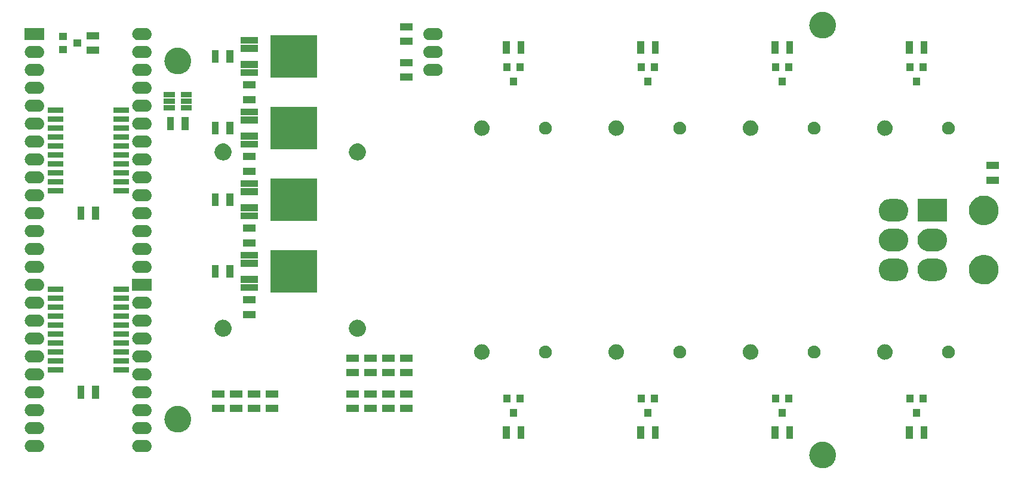
<source format=gbs>
G04 #@! TF.GenerationSoftware,KiCad,Pcbnew,6.0.0-unknown-f1f26a9~86~ubuntu18.04.1*
G04 #@! TF.CreationDate,2019-06-07T10:14:52-04:00*
G04 #@! TF.ProjectId,backlight_controller_6x3,6261636b-6c69-4676-9874-5f636f6e7472,1.0*
G04 #@! TF.SameCoordinates,Original*
G04 #@! TF.FileFunction,Soldermask,Bot*
G04 #@! TF.FilePolarity,Negative*
%FSLAX46Y46*%
G04 Gerber Fmt 4.6, Leading zero omitted, Abs format (unit mm)*
G04 Created by KiCad (PCBNEW 6.0.0-unknown-f1f26a9~86~ubuntu18.04.1) date 2019-06-07 10:14:52*
%MOMM*%
%LPD*%
G04 APERTURE LIST*
%ADD10C,0.100000*%
G04 APERTURE END LIST*
D10*
G36*
X165231197Y-134012220D02*
G01*
X165264234Y-134012768D01*
X165363580Y-134028592D01*
X165466059Y-134041265D01*
X165497730Y-134049959D01*
X165527107Y-134054638D01*
X165626407Y-134085282D01*
X165729101Y-134113472D01*
X165756170Y-134125326D01*
X165781448Y-134133127D01*
X165878458Y-134178880D01*
X165978965Y-134222895D01*
X166001246Y-134236791D01*
X166022189Y-134246668D01*
X166114561Y-134307460D01*
X166210415Y-134367240D01*
X166227948Y-134382083D01*
X166244541Y-134393003D01*
X166329949Y-134468433D01*
X166418604Y-134543485D01*
X166431633Y-134558238D01*
X166444049Y-134569203D01*
X166520157Y-134658472D01*
X166599171Y-134747938D01*
X166608137Y-134761665D01*
X166616745Y-134771762D01*
X166681363Y-134873780D01*
X166748332Y-134976315D01*
X166753837Y-134988201D01*
X166759173Y-134996626D01*
X166810245Y-135110002D01*
X166862963Y-135223832D01*
X166865755Y-135233227D01*
X166868501Y-135239323D01*
X166904180Y-135362533D01*
X166940663Y-135485304D01*
X166941597Y-135491745D01*
X166942538Y-135494995D01*
X166961198Y-135626929D01*
X166979804Y-135755254D01*
X166969351Y-136129469D01*
X166967379Y-136139204D01*
X166967248Y-136143269D01*
X166940877Y-136270051D01*
X166915202Y-136396814D01*
X166913557Y-136401396D01*
X166913205Y-136403088D01*
X166866475Y-136532531D01*
X166823028Y-136653541D01*
X166762526Y-136767089D01*
X166698062Y-136888584D01*
X166697044Y-136889982D01*
X166694758Y-136894273D01*
X166618147Y-136998377D01*
X166541421Y-137103787D01*
X166537918Y-137107395D01*
X166533082Y-137113967D01*
X166443931Y-137204214D01*
X166356014Y-137294779D01*
X166349427Y-137299879D01*
X166341384Y-137308021D01*
X166242498Y-137382673D01*
X166145553Y-137457735D01*
X166135446Y-137463488D01*
X166123681Y-137472370D01*
X166017709Y-137530508D01*
X165914222Y-137589417D01*
X165900342Y-137594899D01*
X165884534Y-137603571D01*
X165774233Y-137644701D01*
X165666654Y-137687186D01*
X165648935Y-137691424D01*
X165628952Y-137698875D01*
X165516949Y-137722989D01*
X165407771Y-137749099D01*
X165386356Y-137751104D01*
X165362289Y-137756286D01*
X165251189Y-137763763D01*
X165142746Y-137773918D01*
X165117967Y-137772728D01*
X165090132Y-137774601D01*
X164982375Y-137766215D01*
X164876883Y-137761148D01*
X164849277Y-137755857D01*
X164818182Y-137753437D01*
X164715897Y-137730292D01*
X164615460Y-137711042D01*
X164585769Y-137700848D01*
X164552135Y-137693237D01*
X164457286Y-137656733D01*
X164363704Y-137624601D01*
X164332809Y-137608825D01*
X164297565Y-137595261D01*
X164211829Y-137547050D01*
X164126645Y-137503553D01*
X164095589Y-137481686D01*
X164059805Y-137461564D01*
X163984502Y-137403468D01*
X163909000Y-137350306D01*
X163878934Y-137322023D01*
X163843835Y-137294944D01*
X163779989Y-137228945D01*
X163715125Y-137167927D01*
X163687284Y-137133114D01*
X163654180Y-137098893D01*
X163602429Y-137027006D01*
X163548878Y-136960044D01*
X163524554Y-136918832D01*
X163494812Y-136877518D01*
X163455481Y-136801803D01*
X163413584Y-136730817D01*
X163394052Y-136683547D01*
X163369071Y-136635456D01*
X163342158Y-136557955D01*
X163311935Y-136484810D01*
X163298440Y-136432060D01*
X163279590Y-136377777D01*
X163264764Y-136300422D01*
X163245964Y-136226935D01*
X163239678Y-136169536D01*
X163228244Y-136109881D01*
X163224886Y-136034472D01*
X163216986Y-135962342D01*
X163218957Y-135901340D01*
X163216108Y-135837378D01*
X163223344Y-135765516D01*
X163225580Y-135696296D01*
X163236692Y-135632954D01*
X163243436Y-135565978D01*
X163260177Y-135499084D01*
X163271573Y-135434121D01*
X163292520Y-135369843D01*
X163309657Y-135301365D01*
X163334627Y-135240633D01*
X163354048Y-135181038D01*
X163385304Y-135117377D01*
X163413383Y-135049084D01*
X163445180Y-134995425D01*
X163471356Y-134942111D01*
X163513119Y-134880774D01*
X163552440Y-134814418D01*
X163589602Y-134768445D01*
X163621166Y-134722087D01*
X163673365Y-134664822D01*
X163723916Y-134602284D01*
X163764911Y-134564389D01*
X163800479Y-134525368D01*
X163862773Y-134473926D01*
X163924220Y-134417125D01*
X163967558Y-134387395D01*
X164005724Y-134355878D01*
X164077447Y-134312012D01*
X164149154Y-134262821D01*
X164193375Y-134241109D01*
X164232795Y-134217000D01*
X164313015Y-134182369D01*
X164394006Y-134142604D01*
X164437780Y-134128508D01*
X164477181Y-134111498D01*
X164564661Y-134087648D01*
X164653648Y-134058992D01*
X164695756Y-134051908D01*
X164733983Y-134041486D01*
X164827231Y-134029789D01*
X164922641Y-134013737D01*
X164962043Y-134012877D01*
X164998094Y-134008355D01*
X165095380Y-134009968D01*
X165195349Y-134007787D01*
X165231197Y-134012220D01*
X165231197Y-134012220D01*
G37*
G36*
X54028541Y-133770620D02*
G01*
X54094903Y-133792182D01*
X54127950Y-133797653D01*
X54165199Y-133815023D01*
X54201194Y-133826718D01*
X54247029Y-133853181D01*
X54298006Y-133876952D01*
X54328242Y-133900069D01*
X54358407Y-133917485D01*
X54399977Y-133954915D01*
X54447067Y-133990918D01*
X54469676Y-134017672D01*
X54493314Y-134038956D01*
X54527960Y-134086642D01*
X54568178Y-134134234D01*
X54583100Y-134162537D01*
X54600018Y-134185822D01*
X54625214Y-134242412D01*
X54655689Y-134300213D01*
X54663379Y-134328130D01*
X54673856Y-134351662D01*
X54687359Y-134415189D01*
X54705517Y-134481112D01*
X54706874Y-134507003D01*
X54711599Y-134529233D01*
X54711599Y-134597154D01*
X54715338Y-134668492D01*
X54711599Y-134691077D01*
X54711599Y-134710767D01*
X54696858Y-134780119D01*
X54684692Y-134853608D01*
X54677321Y-134872038D01*
X54673856Y-134888338D01*
X54643806Y-134955831D01*
X54615010Y-135027826D01*
X54605561Y-135041730D01*
X54600018Y-135054179D01*
X54554863Y-135116329D01*
X54509542Y-135183017D01*
X54499538Y-135192477D01*
X54493314Y-135201044D01*
X54434054Y-135254402D01*
X54373210Y-135311939D01*
X54364020Y-135317461D01*
X54358407Y-135322515D01*
X54286900Y-135363800D01*
X54212375Y-135408579D01*
X54205098Y-135411028D01*
X54201194Y-135413282D01*
X54120262Y-135439578D01*
X54034539Y-135468427D01*
X54029935Y-135468927D01*
X54028541Y-135469380D01*
X53943184Y-135478352D01*
X53894872Y-135483600D01*
X52786751Y-135483600D01*
X52651459Y-135469380D01*
X52585097Y-135447818D01*
X52552050Y-135442347D01*
X52514801Y-135424977D01*
X52478806Y-135413282D01*
X52432971Y-135386819D01*
X52381994Y-135363048D01*
X52351758Y-135339931D01*
X52321593Y-135322515D01*
X52280023Y-135285085D01*
X52232933Y-135249082D01*
X52210324Y-135222328D01*
X52186686Y-135201044D01*
X52152040Y-135153358D01*
X52111822Y-135105766D01*
X52096900Y-135077463D01*
X52079982Y-135054178D01*
X52054786Y-134997588D01*
X52024311Y-134939787D01*
X52016621Y-134911870D01*
X52006144Y-134888338D01*
X51992641Y-134824811D01*
X51974483Y-134758888D01*
X51973126Y-134732997D01*
X51968401Y-134710767D01*
X51968401Y-134642846D01*
X51964662Y-134571508D01*
X51968401Y-134548923D01*
X51968401Y-134529233D01*
X51983142Y-134459881D01*
X51995308Y-134386392D01*
X52002679Y-134367962D01*
X52006144Y-134351662D01*
X52036194Y-134284169D01*
X52064990Y-134212174D01*
X52074439Y-134198270D01*
X52079982Y-134185821D01*
X52125137Y-134123671D01*
X52170458Y-134056983D01*
X52180462Y-134047523D01*
X52186686Y-134038956D01*
X52245946Y-133985598D01*
X52306790Y-133928061D01*
X52315980Y-133922539D01*
X52321593Y-133917485D01*
X52393100Y-133876200D01*
X52467625Y-133831421D01*
X52474902Y-133828972D01*
X52478806Y-133826718D01*
X52559738Y-133800422D01*
X52645461Y-133771573D01*
X52650065Y-133771073D01*
X52651459Y-133770620D01*
X52736816Y-133761648D01*
X52785128Y-133756400D01*
X53893249Y-133756400D01*
X54028541Y-133770620D01*
X54028541Y-133770620D01*
G37*
G36*
X69268541Y-133770620D02*
G01*
X69334903Y-133792182D01*
X69367950Y-133797653D01*
X69405199Y-133815023D01*
X69441194Y-133826718D01*
X69487029Y-133853181D01*
X69538006Y-133876952D01*
X69568242Y-133900069D01*
X69598407Y-133917485D01*
X69639977Y-133954915D01*
X69687067Y-133990918D01*
X69709676Y-134017672D01*
X69733314Y-134038956D01*
X69767960Y-134086642D01*
X69808178Y-134134234D01*
X69823100Y-134162537D01*
X69840018Y-134185822D01*
X69865214Y-134242412D01*
X69895689Y-134300213D01*
X69903379Y-134328130D01*
X69913856Y-134351662D01*
X69927359Y-134415189D01*
X69945517Y-134481112D01*
X69946874Y-134507003D01*
X69951599Y-134529233D01*
X69951599Y-134597154D01*
X69955338Y-134668492D01*
X69951599Y-134691077D01*
X69951599Y-134710767D01*
X69936858Y-134780119D01*
X69924692Y-134853608D01*
X69917321Y-134872038D01*
X69913856Y-134888338D01*
X69883806Y-134955831D01*
X69855010Y-135027826D01*
X69845561Y-135041730D01*
X69840018Y-135054179D01*
X69794863Y-135116329D01*
X69749542Y-135183017D01*
X69739538Y-135192477D01*
X69733314Y-135201044D01*
X69674054Y-135254402D01*
X69613210Y-135311939D01*
X69604020Y-135317461D01*
X69598407Y-135322515D01*
X69526900Y-135363800D01*
X69452375Y-135408579D01*
X69445098Y-135411028D01*
X69441194Y-135413282D01*
X69360262Y-135439578D01*
X69274539Y-135468427D01*
X69269935Y-135468927D01*
X69268541Y-135469380D01*
X69183184Y-135478352D01*
X69134872Y-135483600D01*
X68026751Y-135483600D01*
X67891459Y-135469380D01*
X67825097Y-135447818D01*
X67792050Y-135442347D01*
X67754801Y-135424977D01*
X67718806Y-135413282D01*
X67672971Y-135386819D01*
X67621994Y-135363048D01*
X67591758Y-135339931D01*
X67561593Y-135322515D01*
X67520023Y-135285085D01*
X67472933Y-135249082D01*
X67450324Y-135222328D01*
X67426686Y-135201044D01*
X67392040Y-135153358D01*
X67351822Y-135105766D01*
X67336900Y-135077463D01*
X67319982Y-135054178D01*
X67294786Y-134997588D01*
X67264311Y-134939787D01*
X67256621Y-134911870D01*
X67246144Y-134888338D01*
X67232641Y-134824811D01*
X67214483Y-134758888D01*
X67213126Y-134732997D01*
X67208401Y-134710767D01*
X67208401Y-134642846D01*
X67204662Y-134571508D01*
X67208401Y-134548923D01*
X67208401Y-134529233D01*
X67223142Y-134459881D01*
X67235308Y-134386392D01*
X67242679Y-134367962D01*
X67246144Y-134351662D01*
X67276194Y-134284169D01*
X67304990Y-134212174D01*
X67314439Y-134198270D01*
X67319982Y-134185821D01*
X67365137Y-134123671D01*
X67410458Y-134056983D01*
X67420462Y-134047523D01*
X67426686Y-134038956D01*
X67485946Y-133985598D01*
X67546790Y-133928061D01*
X67555980Y-133922539D01*
X67561593Y-133917485D01*
X67633100Y-133876200D01*
X67707625Y-133831421D01*
X67714902Y-133828972D01*
X67718806Y-133826718D01*
X67799738Y-133800422D01*
X67885461Y-133771573D01*
X67890065Y-133771073D01*
X67891459Y-133770620D01*
X67976816Y-133761648D01*
X68025128Y-133756400D01*
X69133249Y-133756400D01*
X69268541Y-133770620D01*
X69268541Y-133770620D01*
G37*
G36*
X122821700Y-133616700D02*
G01*
X121831100Y-133616700D01*
X121831100Y-131813300D01*
X122821700Y-131813300D01*
X122821700Y-133616700D01*
X122821700Y-133616700D01*
G37*
G36*
X120738900Y-133616700D02*
G01*
X119748300Y-133616700D01*
X119748300Y-131813300D01*
X120738900Y-131813300D01*
X120738900Y-133616700D01*
X120738900Y-133616700D01*
G37*
G36*
X158838900Y-133616700D02*
G01*
X157848300Y-133616700D01*
X157848300Y-131813300D01*
X158838900Y-131813300D01*
X158838900Y-133616700D01*
X158838900Y-133616700D01*
G37*
G36*
X160921700Y-133616700D02*
G01*
X159931100Y-133616700D01*
X159931100Y-131813300D01*
X160921700Y-131813300D01*
X160921700Y-133616700D01*
X160921700Y-133616700D01*
G37*
G36*
X139788900Y-133616700D02*
G01*
X138798300Y-133616700D01*
X138798300Y-131813300D01*
X139788900Y-131813300D01*
X139788900Y-133616700D01*
X139788900Y-133616700D01*
G37*
G36*
X141871700Y-133616700D02*
G01*
X140881100Y-133616700D01*
X140881100Y-131813300D01*
X141871700Y-131813300D01*
X141871700Y-133616700D01*
X141871700Y-133616700D01*
G37*
G36*
X177888900Y-133616700D02*
G01*
X176898300Y-133616700D01*
X176898300Y-131813300D01*
X177888900Y-131813300D01*
X177888900Y-133616700D01*
X177888900Y-133616700D01*
G37*
G36*
X179971700Y-133616700D02*
G01*
X178981100Y-133616700D01*
X178981100Y-131813300D01*
X179971700Y-131813300D01*
X179971700Y-133616700D01*
X179971700Y-133616700D01*
G37*
G36*
X69268541Y-131230620D02*
G01*
X69334903Y-131252182D01*
X69367950Y-131257653D01*
X69405199Y-131275023D01*
X69441194Y-131286718D01*
X69487029Y-131313181D01*
X69538006Y-131336952D01*
X69568242Y-131360069D01*
X69598407Y-131377485D01*
X69639977Y-131414915D01*
X69687067Y-131450918D01*
X69709676Y-131477672D01*
X69733314Y-131498956D01*
X69767960Y-131546642D01*
X69808178Y-131594234D01*
X69823100Y-131622537D01*
X69840018Y-131645822D01*
X69865214Y-131702412D01*
X69895689Y-131760213D01*
X69903379Y-131788130D01*
X69913856Y-131811662D01*
X69927359Y-131875189D01*
X69945517Y-131941112D01*
X69946874Y-131967003D01*
X69951599Y-131989233D01*
X69951599Y-132057154D01*
X69955338Y-132128492D01*
X69951599Y-132151077D01*
X69951599Y-132170767D01*
X69936858Y-132240119D01*
X69924692Y-132313608D01*
X69917321Y-132332038D01*
X69913856Y-132348338D01*
X69883806Y-132415831D01*
X69855010Y-132487826D01*
X69845561Y-132501730D01*
X69840018Y-132514179D01*
X69794863Y-132576329D01*
X69749542Y-132643017D01*
X69739538Y-132652477D01*
X69733314Y-132661044D01*
X69674054Y-132714402D01*
X69613210Y-132771939D01*
X69604020Y-132777461D01*
X69598407Y-132782515D01*
X69526900Y-132823800D01*
X69452375Y-132868579D01*
X69445098Y-132871028D01*
X69441194Y-132873282D01*
X69360262Y-132899578D01*
X69274539Y-132928427D01*
X69269935Y-132928927D01*
X69268541Y-132929380D01*
X69183184Y-132938352D01*
X69134872Y-132943600D01*
X68026751Y-132943600D01*
X67891459Y-132929380D01*
X67825097Y-132907818D01*
X67792050Y-132902347D01*
X67754801Y-132884977D01*
X67718806Y-132873282D01*
X67672971Y-132846819D01*
X67621994Y-132823048D01*
X67591758Y-132799931D01*
X67561593Y-132782515D01*
X67520023Y-132745085D01*
X67472933Y-132709082D01*
X67450324Y-132682328D01*
X67426686Y-132661044D01*
X67392040Y-132613358D01*
X67351822Y-132565766D01*
X67336900Y-132537463D01*
X67319982Y-132514178D01*
X67294786Y-132457588D01*
X67264311Y-132399787D01*
X67256621Y-132371870D01*
X67246144Y-132348338D01*
X67232641Y-132284811D01*
X67214483Y-132218888D01*
X67213126Y-132192997D01*
X67208401Y-132170767D01*
X67208401Y-132102846D01*
X67204662Y-132031508D01*
X67208401Y-132008923D01*
X67208401Y-131989233D01*
X67223142Y-131919881D01*
X67235308Y-131846392D01*
X67242679Y-131827962D01*
X67246144Y-131811662D01*
X67276194Y-131744169D01*
X67304990Y-131672174D01*
X67314439Y-131658270D01*
X67319982Y-131645821D01*
X67365137Y-131583671D01*
X67410458Y-131516983D01*
X67420462Y-131507523D01*
X67426686Y-131498956D01*
X67485946Y-131445598D01*
X67546790Y-131388061D01*
X67555980Y-131382539D01*
X67561593Y-131377485D01*
X67633100Y-131336200D01*
X67707625Y-131291421D01*
X67714902Y-131288972D01*
X67718806Y-131286718D01*
X67799738Y-131260422D01*
X67885461Y-131231573D01*
X67890065Y-131231073D01*
X67891459Y-131230620D01*
X67976816Y-131221648D01*
X68025128Y-131216400D01*
X69133249Y-131216400D01*
X69268541Y-131230620D01*
X69268541Y-131230620D01*
G37*
G36*
X54028541Y-131230620D02*
G01*
X54094903Y-131252182D01*
X54127950Y-131257653D01*
X54165199Y-131275023D01*
X54201194Y-131286718D01*
X54247029Y-131313181D01*
X54298006Y-131336952D01*
X54328242Y-131360069D01*
X54358407Y-131377485D01*
X54399977Y-131414915D01*
X54447067Y-131450918D01*
X54469676Y-131477672D01*
X54493314Y-131498956D01*
X54527960Y-131546642D01*
X54568178Y-131594234D01*
X54583100Y-131622537D01*
X54600018Y-131645822D01*
X54625214Y-131702412D01*
X54655689Y-131760213D01*
X54663379Y-131788130D01*
X54673856Y-131811662D01*
X54687359Y-131875189D01*
X54705517Y-131941112D01*
X54706874Y-131967003D01*
X54711599Y-131989233D01*
X54711599Y-132057154D01*
X54715338Y-132128492D01*
X54711599Y-132151077D01*
X54711599Y-132170767D01*
X54696858Y-132240119D01*
X54684692Y-132313608D01*
X54677321Y-132332038D01*
X54673856Y-132348338D01*
X54643806Y-132415831D01*
X54615010Y-132487826D01*
X54605561Y-132501730D01*
X54600018Y-132514179D01*
X54554863Y-132576329D01*
X54509542Y-132643017D01*
X54499538Y-132652477D01*
X54493314Y-132661044D01*
X54434054Y-132714402D01*
X54373210Y-132771939D01*
X54364020Y-132777461D01*
X54358407Y-132782515D01*
X54286900Y-132823800D01*
X54212375Y-132868579D01*
X54205098Y-132871028D01*
X54201194Y-132873282D01*
X54120262Y-132899578D01*
X54034539Y-132928427D01*
X54029935Y-132928927D01*
X54028541Y-132929380D01*
X53943184Y-132938352D01*
X53894872Y-132943600D01*
X52786751Y-132943600D01*
X52651459Y-132929380D01*
X52585097Y-132907818D01*
X52552050Y-132902347D01*
X52514801Y-132884977D01*
X52478806Y-132873282D01*
X52432971Y-132846819D01*
X52381994Y-132823048D01*
X52351758Y-132799931D01*
X52321593Y-132782515D01*
X52280023Y-132745085D01*
X52232933Y-132709082D01*
X52210324Y-132682328D01*
X52186686Y-132661044D01*
X52152040Y-132613358D01*
X52111822Y-132565766D01*
X52096900Y-132537463D01*
X52079982Y-132514178D01*
X52054786Y-132457588D01*
X52024311Y-132399787D01*
X52016621Y-132371870D01*
X52006144Y-132348338D01*
X51992641Y-132284811D01*
X51974483Y-132218888D01*
X51973126Y-132192997D01*
X51968401Y-132170767D01*
X51968401Y-132102846D01*
X51964662Y-132031508D01*
X51968401Y-132008923D01*
X51968401Y-131989233D01*
X51983142Y-131919881D01*
X51995308Y-131846392D01*
X52002679Y-131827962D01*
X52006144Y-131811662D01*
X52036194Y-131744169D01*
X52064990Y-131672174D01*
X52074439Y-131658270D01*
X52079982Y-131645821D01*
X52125137Y-131583671D01*
X52170458Y-131516983D01*
X52180462Y-131507523D01*
X52186686Y-131498956D01*
X52245946Y-131445598D01*
X52306790Y-131388061D01*
X52315980Y-131382539D01*
X52321593Y-131377485D01*
X52393100Y-131336200D01*
X52467625Y-131291421D01*
X52474902Y-131288972D01*
X52478806Y-131286718D01*
X52559738Y-131260422D01*
X52645461Y-131231573D01*
X52650065Y-131231073D01*
X52651459Y-131230620D01*
X52736816Y-131221648D01*
X52785128Y-131216400D01*
X53893249Y-131216400D01*
X54028541Y-131230620D01*
X54028541Y-131230620D01*
G37*
G36*
X73791197Y-128932220D02*
G01*
X73824234Y-128932768D01*
X73923580Y-128948592D01*
X74026059Y-128961265D01*
X74057730Y-128969959D01*
X74087107Y-128974638D01*
X74186407Y-129005282D01*
X74289101Y-129033472D01*
X74316170Y-129045326D01*
X74341448Y-129053127D01*
X74438458Y-129098880D01*
X74538965Y-129142895D01*
X74561246Y-129156791D01*
X74582189Y-129166668D01*
X74674561Y-129227460D01*
X74770415Y-129287240D01*
X74787948Y-129302083D01*
X74804541Y-129313003D01*
X74889949Y-129388433D01*
X74978604Y-129463485D01*
X74991633Y-129478238D01*
X75004049Y-129489203D01*
X75080157Y-129578472D01*
X75159171Y-129667938D01*
X75168137Y-129681665D01*
X75176745Y-129691762D01*
X75241363Y-129793780D01*
X75308332Y-129896315D01*
X75313837Y-129908201D01*
X75319173Y-129916626D01*
X75370245Y-130030002D01*
X75422963Y-130143832D01*
X75425755Y-130153227D01*
X75428501Y-130159323D01*
X75464180Y-130282533D01*
X75500663Y-130405304D01*
X75501597Y-130411745D01*
X75502538Y-130414995D01*
X75521198Y-130546929D01*
X75539804Y-130675254D01*
X75529351Y-131049469D01*
X75527379Y-131059204D01*
X75527248Y-131063269D01*
X75500877Y-131190051D01*
X75475202Y-131316814D01*
X75473557Y-131321396D01*
X75473205Y-131323088D01*
X75426475Y-131452531D01*
X75383028Y-131573541D01*
X75322526Y-131687089D01*
X75258062Y-131808584D01*
X75257044Y-131809982D01*
X75254758Y-131814273D01*
X75178147Y-131918377D01*
X75101421Y-132023787D01*
X75097918Y-132027395D01*
X75093082Y-132033967D01*
X75003931Y-132124214D01*
X74916014Y-132214779D01*
X74909427Y-132219879D01*
X74901384Y-132228021D01*
X74802498Y-132302673D01*
X74705553Y-132377735D01*
X74695446Y-132383488D01*
X74683681Y-132392370D01*
X74577709Y-132450508D01*
X74474222Y-132509417D01*
X74460342Y-132514899D01*
X74444534Y-132523571D01*
X74334233Y-132564701D01*
X74226654Y-132607186D01*
X74208935Y-132611424D01*
X74188952Y-132618875D01*
X74076949Y-132642989D01*
X73967771Y-132669099D01*
X73946356Y-132671104D01*
X73922289Y-132676286D01*
X73811189Y-132683763D01*
X73702746Y-132693918D01*
X73677967Y-132692728D01*
X73650132Y-132694601D01*
X73542375Y-132686215D01*
X73436883Y-132681148D01*
X73409277Y-132675857D01*
X73378182Y-132673437D01*
X73275897Y-132650292D01*
X73175460Y-132631042D01*
X73145769Y-132620848D01*
X73112135Y-132613237D01*
X73017286Y-132576733D01*
X72923704Y-132544601D01*
X72892809Y-132528825D01*
X72857565Y-132515261D01*
X72771829Y-132467050D01*
X72686645Y-132423553D01*
X72655589Y-132401686D01*
X72619805Y-132381564D01*
X72544502Y-132323468D01*
X72469000Y-132270306D01*
X72438934Y-132242023D01*
X72403835Y-132214944D01*
X72339989Y-132148945D01*
X72275125Y-132087927D01*
X72247284Y-132053114D01*
X72214180Y-132018893D01*
X72162429Y-131947006D01*
X72108878Y-131880044D01*
X72084554Y-131838832D01*
X72054812Y-131797518D01*
X72015481Y-131721803D01*
X71973584Y-131650817D01*
X71954052Y-131603547D01*
X71929071Y-131555456D01*
X71902158Y-131477955D01*
X71871935Y-131404810D01*
X71858440Y-131352060D01*
X71839590Y-131297777D01*
X71824764Y-131220422D01*
X71805964Y-131146935D01*
X71799678Y-131089536D01*
X71788244Y-131029881D01*
X71784886Y-130954472D01*
X71776986Y-130882342D01*
X71778957Y-130821340D01*
X71776108Y-130757378D01*
X71783344Y-130685516D01*
X71785580Y-130616296D01*
X71796692Y-130552954D01*
X71803436Y-130485978D01*
X71820177Y-130419084D01*
X71831573Y-130354121D01*
X71852520Y-130289843D01*
X71869657Y-130221365D01*
X71894627Y-130160633D01*
X71914048Y-130101038D01*
X71945304Y-130037377D01*
X71973383Y-129969084D01*
X72005180Y-129915425D01*
X72031356Y-129862111D01*
X72073119Y-129800774D01*
X72112440Y-129734418D01*
X72149602Y-129688445D01*
X72181166Y-129642087D01*
X72233365Y-129584822D01*
X72283916Y-129522284D01*
X72324911Y-129484389D01*
X72360479Y-129445368D01*
X72422773Y-129393926D01*
X72484220Y-129337125D01*
X72527558Y-129307395D01*
X72565724Y-129275878D01*
X72637447Y-129232012D01*
X72709154Y-129182821D01*
X72753375Y-129161109D01*
X72792795Y-129137000D01*
X72873015Y-129102369D01*
X72954006Y-129062604D01*
X72997780Y-129048508D01*
X73037181Y-129031498D01*
X73124661Y-129007648D01*
X73213648Y-128978992D01*
X73255756Y-128971908D01*
X73293983Y-128961486D01*
X73387231Y-128949789D01*
X73482641Y-128933737D01*
X73522043Y-128932877D01*
X73558094Y-128928355D01*
X73655380Y-128929968D01*
X73755349Y-128927787D01*
X73791197Y-128932220D01*
X73791197Y-128932220D01*
G37*
G36*
X140836600Y-130456600D02*
G01*
X139833400Y-130456600D01*
X139833400Y-129353400D01*
X140836600Y-129353400D01*
X140836600Y-130456600D01*
X140836600Y-130456600D01*
G37*
G36*
X121786600Y-130456600D02*
G01*
X120783400Y-130456600D01*
X120783400Y-129353400D01*
X121786600Y-129353400D01*
X121786600Y-130456600D01*
X121786600Y-130456600D01*
G37*
G36*
X178936600Y-130456600D02*
G01*
X177933400Y-130456600D01*
X177933400Y-129353400D01*
X178936600Y-129353400D01*
X178936600Y-130456600D01*
X178936600Y-130456600D01*
G37*
G36*
X159886600Y-130456600D02*
G01*
X158883400Y-130456600D01*
X158883400Y-129353400D01*
X159886600Y-129353400D01*
X159886600Y-130456600D01*
X159886600Y-130456600D01*
G37*
G36*
X54028541Y-128690620D02*
G01*
X54094903Y-128712182D01*
X54127950Y-128717653D01*
X54165199Y-128735023D01*
X54201194Y-128746718D01*
X54247029Y-128773181D01*
X54298006Y-128796952D01*
X54328242Y-128820069D01*
X54358407Y-128837485D01*
X54399977Y-128874915D01*
X54447067Y-128910918D01*
X54469676Y-128937672D01*
X54493314Y-128958956D01*
X54527960Y-129006642D01*
X54568178Y-129054234D01*
X54583100Y-129082537D01*
X54600018Y-129105822D01*
X54625214Y-129162412D01*
X54655689Y-129220213D01*
X54663379Y-129248130D01*
X54673856Y-129271662D01*
X54687359Y-129335189D01*
X54705517Y-129401112D01*
X54706874Y-129427003D01*
X54711599Y-129449233D01*
X54711599Y-129517154D01*
X54715338Y-129588492D01*
X54711599Y-129611077D01*
X54711599Y-129630767D01*
X54696858Y-129700119D01*
X54684692Y-129773608D01*
X54677321Y-129792038D01*
X54673856Y-129808338D01*
X54643806Y-129875831D01*
X54615010Y-129947826D01*
X54605561Y-129961730D01*
X54600018Y-129974179D01*
X54554863Y-130036329D01*
X54509542Y-130103017D01*
X54499538Y-130112477D01*
X54493314Y-130121044D01*
X54434054Y-130174402D01*
X54373210Y-130231939D01*
X54364020Y-130237461D01*
X54358407Y-130242515D01*
X54286900Y-130283800D01*
X54212375Y-130328579D01*
X54205098Y-130331028D01*
X54201194Y-130333282D01*
X54120262Y-130359578D01*
X54034539Y-130388427D01*
X54029935Y-130388927D01*
X54028541Y-130389380D01*
X53943184Y-130398352D01*
X53894872Y-130403600D01*
X52786751Y-130403600D01*
X52651459Y-130389380D01*
X52585097Y-130367818D01*
X52552050Y-130362347D01*
X52514801Y-130344977D01*
X52478806Y-130333282D01*
X52432971Y-130306819D01*
X52381994Y-130283048D01*
X52351758Y-130259931D01*
X52321593Y-130242515D01*
X52280023Y-130205085D01*
X52232933Y-130169082D01*
X52210324Y-130142328D01*
X52186686Y-130121044D01*
X52152040Y-130073358D01*
X52111822Y-130025766D01*
X52096900Y-129997463D01*
X52079982Y-129974178D01*
X52054786Y-129917588D01*
X52024311Y-129859787D01*
X52016621Y-129831870D01*
X52006144Y-129808338D01*
X51992641Y-129744811D01*
X51974483Y-129678888D01*
X51973126Y-129652997D01*
X51968401Y-129630767D01*
X51968401Y-129562846D01*
X51964662Y-129491508D01*
X51968401Y-129468923D01*
X51968401Y-129449233D01*
X51983142Y-129379881D01*
X51995308Y-129306392D01*
X52002679Y-129287962D01*
X52006144Y-129271662D01*
X52036194Y-129204169D01*
X52064990Y-129132174D01*
X52074439Y-129118270D01*
X52079982Y-129105821D01*
X52125137Y-129043671D01*
X52170458Y-128976983D01*
X52180462Y-128967523D01*
X52186686Y-128958956D01*
X52245946Y-128905598D01*
X52306790Y-128848061D01*
X52315980Y-128842539D01*
X52321593Y-128837485D01*
X52393100Y-128796200D01*
X52467625Y-128751421D01*
X52474902Y-128748972D01*
X52478806Y-128746718D01*
X52559738Y-128720422D01*
X52645461Y-128691573D01*
X52650065Y-128691073D01*
X52651459Y-128690620D01*
X52736816Y-128681648D01*
X52785128Y-128676400D01*
X53893249Y-128676400D01*
X54028541Y-128690620D01*
X54028541Y-128690620D01*
G37*
G36*
X69268541Y-128690620D02*
G01*
X69334903Y-128712182D01*
X69367950Y-128717653D01*
X69405199Y-128735023D01*
X69441194Y-128746718D01*
X69487029Y-128773181D01*
X69538006Y-128796952D01*
X69568242Y-128820069D01*
X69598407Y-128837485D01*
X69639977Y-128874915D01*
X69687067Y-128910918D01*
X69709676Y-128937672D01*
X69733314Y-128958956D01*
X69767960Y-129006642D01*
X69808178Y-129054234D01*
X69823100Y-129082537D01*
X69840018Y-129105822D01*
X69865214Y-129162412D01*
X69895689Y-129220213D01*
X69903379Y-129248130D01*
X69913856Y-129271662D01*
X69927359Y-129335189D01*
X69945517Y-129401112D01*
X69946874Y-129427003D01*
X69951599Y-129449233D01*
X69951599Y-129517154D01*
X69955338Y-129588492D01*
X69951599Y-129611077D01*
X69951599Y-129630767D01*
X69936858Y-129700119D01*
X69924692Y-129773608D01*
X69917321Y-129792038D01*
X69913856Y-129808338D01*
X69883806Y-129875831D01*
X69855010Y-129947826D01*
X69845561Y-129961730D01*
X69840018Y-129974179D01*
X69794863Y-130036329D01*
X69749542Y-130103017D01*
X69739538Y-130112477D01*
X69733314Y-130121044D01*
X69674054Y-130174402D01*
X69613210Y-130231939D01*
X69604020Y-130237461D01*
X69598407Y-130242515D01*
X69526900Y-130283800D01*
X69452375Y-130328579D01*
X69445098Y-130331028D01*
X69441194Y-130333282D01*
X69360262Y-130359578D01*
X69274539Y-130388427D01*
X69269935Y-130388927D01*
X69268541Y-130389380D01*
X69183184Y-130398352D01*
X69134872Y-130403600D01*
X68026751Y-130403600D01*
X67891459Y-130389380D01*
X67825097Y-130367818D01*
X67792050Y-130362347D01*
X67754801Y-130344977D01*
X67718806Y-130333282D01*
X67672971Y-130306819D01*
X67621994Y-130283048D01*
X67591758Y-130259931D01*
X67561593Y-130242515D01*
X67520023Y-130205085D01*
X67472933Y-130169082D01*
X67450324Y-130142328D01*
X67426686Y-130121044D01*
X67392040Y-130073358D01*
X67351822Y-130025766D01*
X67336900Y-129997463D01*
X67319982Y-129974178D01*
X67294786Y-129917588D01*
X67264311Y-129859787D01*
X67256621Y-129831870D01*
X67246144Y-129808338D01*
X67232641Y-129744811D01*
X67214483Y-129678888D01*
X67213126Y-129652997D01*
X67208401Y-129630767D01*
X67208401Y-129562846D01*
X67204662Y-129491508D01*
X67208401Y-129468923D01*
X67208401Y-129449233D01*
X67223142Y-129379881D01*
X67235308Y-129306392D01*
X67242679Y-129287962D01*
X67246144Y-129271662D01*
X67276194Y-129204169D01*
X67304990Y-129132174D01*
X67314439Y-129118270D01*
X67319982Y-129105821D01*
X67365137Y-129043671D01*
X67410458Y-128976983D01*
X67420462Y-128967523D01*
X67426686Y-128958956D01*
X67485946Y-128905598D01*
X67546790Y-128848061D01*
X67555980Y-128842539D01*
X67561593Y-128837485D01*
X67633100Y-128796200D01*
X67707625Y-128751421D01*
X67714902Y-128748972D01*
X67718806Y-128746718D01*
X67799738Y-128720422D01*
X67885461Y-128691573D01*
X67890065Y-128691073D01*
X67891459Y-128690620D01*
X67976816Y-128681648D01*
X68025128Y-128676400D01*
X69133249Y-128676400D01*
X69268541Y-128690620D01*
X69268541Y-128690620D01*
G37*
G36*
X87896700Y-129806700D02*
G01*
X86093300Y-129806700D01*
X86093300Y-128816100D01*
X87896700Y-128816100D01*
X87896700Y-129806700D01*
X87896700Y-129806700D01*
G37*
G36*
X99326700Y-129806700D02*
G01*
X97523300Y-129806700D01*
X97523300Y-128816100D01*
X99326700Y-128816100D01*
X99326700Y-129806700D01*
X99326700Y-129806700D01*
G37*
G36*
X101866700Y-129806700D02*
G01*
X100063300Y-129806700D01*
X100063300Y-128816100D01*
X101866700Y-128816100D01*
X101866700Y-129806700D01*
X101866700Y-129806700D01*
G37*
G36*
X80276700Y-129806700D02*
G01*
X78473300Y-129806700D01*
X78473300Y-128816100D01*
X80276700Y-128816100D01*
X80276700Y-129806700D01*
X80276700Y-129806700D01*
G37*
G36*
X104406700Y-129806700D02*
G01*
X102603300Y-129806700D01*
X102603300Y-128816100D01*
X104406700Y-128816100D01*
X104406700Y-129806700D01*
X104406700Y-129806700D01*
G37*
G36*
X106946700Y-129806700D02*
G01*
X105143300Y-129806700D01*
X105143300Y-128816100D01*
X106946700Y-128816100D01*
X106946700Y-129806700D01*
X106946700Y-129806700D01*
G37*
G36*
X85356700Y-129806700D02*
G01*
X83553300Y-129806700D01*
X83553300Y-128816100D01*
X85356700Y-128816100D01*
X85356700Y-129806700D01*
X85356700Y-129806700D01*
G37*
G36*
X82816700Y-129806700D02*
G01*
X81013300Y-129806700D01*
X81013300Y-128816100D01*
X82816700Y-128816100D01*
X82816700Y-129806700D01*
X82816700Y-129806700D01*
G37*
G36*
X179886600Y-128456600D02*
G01*
X178883400Y-128456600D01*
X178883400Y-127353400D01*
X179886600Y-127353400D01*
X179886600Y-128456600D01*
X179886600Y-128456600D01*
G37*
G36*
X177986600Y-128456600D02*
G01*
X176983400Y-128456600D01*
X176983400Y-127353400D01*
X177986600Y-127353400D01*
X177986600Y-128456600D01*
X177986600Y-128456600D01*
G37*
G36*
X120836600Y-128456600D02*
G01*
X119833400Y-128456600D01*
X119833400Y-127353400D01*
X120836600Y-127353400D01*
X120836600Y-128456600D01*
X120836600Y-128456600D01*
G37*
G36*
X141786600Y-128456600D02*
G01*
X140783400Y-128456600D01*
X140783400Y-127353400D01*
X141786600Y-127353400D01*
X141786600Y-128456600D01*
X141786600Y-128456600D01*
G37*
G36*
X160836600Y-128456600D02*
G01*
X159833400Y-128456600D01*
X159833400Y-127353400D01*
X160836600Y-127353400D01*
X160836600Y-128456600D01*
X160836600Y-128456600D01*
G37*
G36*
X139886600Y-128456600D02*
G01*
X138883400Y-128456600D01*
X138883400Y-127353400D01*
X139886600Y-127353400D01*
X139886600Y-128456600D01*
X139886600Y-128456600D01*
G37*
G36*
X158936600Y-128456600D02*
G01*
X157933400Y-128456600D01*
X157933400Y-127353400D01*
X158936600Y-127353400D01*
X158936600Y-128456600D01*
X158936600Y-128456600D01*
G37*
G36*
X122736600Y-128456600D02*
G01*
X121733400Y-128456600D01*
X121733400Y-127353400D01*
X122736600Y-127353400D01*
X122736600Y-128456600D01*
X122736600Y-128456600D01*
G37*
G36*
X62496700Y-127901700D02*
G01*
X61506100Y-127901700D01*
X61506100Y-126098300D01*
X62496700Y-126098300D01*
X62496700Y-127901700D01*
X62496700Y-127901700D01*
G37*
G36*
X60413900Y-127901700D02*
G01*
X59423300Y-127901700D01*
X59423300Y-126098300D01*
X60413900Y-126098300D01*
X60413900Y-127901700D01*
X60413900Y-127901700D01*
G37*
G36*
X69268541Y-126150620D02*
G01*
X69334903Y-126172182D01*
X69367950Y-126177653D01*
X69405199Y-126195023D01*
X69441194Y-126206718D01*
X69487029Y-126233181D01*
X69538006Y-126256952D01*
X69568242Y-126280069D01*
X69598407Y-126297485D01*
X69639977Y-126334915D01*
X69687067Y-126370918D01*
X69709676Y-126397672D01*
X69733314Y-126418956D01*
X69767960Y-126466642D01*
X69808178Y-126514234D01*
X69823100Y-126542537D01*
X69840018Y-126565822D01*
X69865214Y-126622412D01*
X69895689Y-126680213D01*
X69903379Y-126708130D01*
X69913856Y-126731662D01*
X69927359Y-126795189D01*
X69945517Y-126861112D01*
X69946874Y-126887003D01*
X69951599Y-126909233D01*
X69951599Y-126977154D01*
X69955338Y-127048492D01*
X69951599Y-127071077D01*
X69951599Y-127090767D01*
X69936858Y-127160119D01*
X69924692Y-127233608D01*
X69917321Y-127252038D01*
X69913856Y-127268338D01*
X69883806Y-127335831D01*
X69855010Y-127407826D01*
X69845561Y-127421730D01*
X69840018Y-127434179D01*
X69794863Y-127496329D01*
X69749542Y-127563017D01*
X69739538Y-127572477D01*
X69733314Y-127581044D01*
X69674054Y-127634402D01*
X69613210Y-127691939D01*
X69604020Y-127697461D01*
X69598407Y-127702515D01*
X69526900Y-127743800D01*
X69452375Y-127788579D01*
X69445098Y-127791028D01*
X69441194Y-127793282D01*
X69360262Y-127819578D01*
X69274539Y-127848427D01*
X69269935Y-127848927D01*
X69268541Y-127849380D01*
X69183184Y-127858352D01*
X69134872Y-127863600D01*
X68026751Y-127863600D01*
X67891459Y-127849380D01*
X67825097Y-127827818D01*
X67792050Y-127822347D01*
X67754801Y-127804977D01*
X67718806Y-127793282D01*
X67672971Y-127766819D01*
X67621994Y-127743048D01*
X67591758Y-127719931D01*
X67561593Y-127702515D01*
X67520023Y-127665085D01*
X67472933Y-127629082D01*
X67450324Y-127602328D01*
X67426686Y-127581044D01*
X67392040Y-127533358D01*
X67351822Y-127485766D01*
X67336900Y-127457463D01*
X67319982Y-127434178D01*
X67294786Y-127377588D01*
X67264311Y-127319787D01*
X67256621Y-127291870D01*
X67246144Y-127268338D01*
X67232641Y-127204811D01*
X67214483Y-127138888D01*
X67213126Y-127112997D01*
X67208401Y-127090767D01*
X67208401Y-127022846D01*
X67204662Y-126951508D01*
X67208401Y-126928923D01*
X67208401Y-126909233D01*
X67223142Y-126839881D01*
X67235308Y-126766392D01*
X67242679Y-126747962D01*
X67246144Y-126731662D01*
X67276194Y-126664169D01*
X67304990Y-126592174D01*
X67314439Y-126578270D01*
X67319982Y-126565821D01*
X67365137Y-126503671D01*
X67410458Y-126436983D01*
X67420462Y-126427523D01*
X67426686Y-126418956D01*
X67485946Y-126365598D01*
X67546790Y-126308061D01*
X67555980Y-126302539D01*
X67561593Y-126297485D01*
X67633100Y-126256200D01*
X67707625Y-126211421D01*
X67714902Y-126208972D01*
X67718806Y-126206718D01*
X67799738Y-126180422D01*
X67885461Y-126151573D01*
X67890065Y-126151073D01*
X67891459Y-126150620D01*
X67976816Y-126141648D01*
X68025128Y-126136400D01*
X69133249Y-126136400D01*
X69268541Y-126150620D01*
X69268541Y-126150620D01*
G37*
G36*
X54028541Y-126150620D02*
G01*
X54094903Y-126172182D01*
X54127950Y-126177653D01*
X54165199Y-126195023D01*
X54201194Y-126206718D01*
X54247029Y-126233181D01*
X54298006Y-126256952D01*
X54328242Y-126280069D01*
X54358407Y-126297485D01*
X54399977Y-126334915D01*
X54447067Y-126370918D01*
X54469676Y-126397672D01*
X54493314Y-126418956D01*
X54527960Y-126466642D01*
X54568178Y-126514234D01*
X54583100Y-126542537D01*
X54600018Y-126565822D01*
X54625214Y-126622412D01*
X54655689Y-126680213D01*
X54663379Y-126708130D01*
X54673856Y-126731662D01*
X54687359Y-126795189D01*
X54705517Y-126861112D01*
X54706874Y-126887003D01*
X54711599Y-126909233D01*
X54711599Y-126977154D01*
X54715338Y-127048492D01*
X54711599Y-127071077D01*
X54711599Y-127090767D01*
X54696858Y-127160119D01*
X54684692Y-127233608D01*
X54677321Y-127252038D01*
X54673856Y-127268338D01*
X54643806Y-127335831D01*
X54615010Y-127407826D01*
X54605561Y-127421730D01*
X54600018Y-127434179D01*
X54554863Y-127496329D01*
X54509542Y-127563017D01*
X54499538Y-127572477D01*
X54493314Y-127581044D01*
X54434054Y-127634402D01*
X54373210Y-127691939D01*
X54364020Y-127697461D01*
X54358407Y-127702515D01*
X54286900Y-127743800D01*
X54212375Y-127788579D01*
X54205098Y-127791028D01*
X54201194Y-127793282D01*
X54120262Y-127819578D01*
X54034539Y-127848427D01*
X54029935Y-127848927D01*
X54028541Y-127849380D01*
X53943184Y-127858352D01*
X53894872Y-127863600D01*
X52786751Y-127863600D01*
X52651459Y-127849380D01*
X52585097Y-127827818D01*
X52552050Y-127822347D01*
X52514801Y-127804977D01*
X52478806Y-127793282D01*
X52432971Y-127766819D01*
X52381994Y-127743048D01*
X52351758Y-127719931D01*
X52321593Y-127702515D01*
X52280023Y-127665085D01*
X52232933Y-127629082D01*
X52210324Y-127602328D01*
X52186686Y-127581044D01*
X52152040Y-127533358D01*
X52111822Y-127485766D01*
X52096900Y-127457463D01*
X52079982Y-127434178D01*
X52054786Y-127377588D01*
X52024311Y-127319787D01*
X52016621Y-127291870D01*
X52006144Y-127268338D01*
X51992641Y-127204811D01*
X51974483Y-127138888D01*
X51973126Y-127112997D01*
X51968401Y-127090767D01*
X51968401Y-127022846D01*
X51964662Y-126951508D01*
X51968401Y-126928923D01*
X51968401Y-126909233D01*
X51983142Y-126839881D01*
X51995308Y-126766392D01*
X52002679Y-126747962D01*
X52006144Y-126731662D01*
X52036194Y-126664169D01*
X52064990Y-126592174D01*
X52074439Y-126578270D01*
X52079982Y-126565821D01*
X52125137Y-126503671D01*
X52170458Y-126436983D01*
X52180462Y-126427523D01*
X52186686Y-126418956D01*
X52245946Y-126365598D01*
X52306790Y-126308061D01*
X52315980Y-126302539D01*
X52321593Y-126297485D01*
X52393100Y-126256200D01*
X52467625Y-126211421D01*
X52474902Y-126208972D01*
X52478806Y-126206718D01*
X52559738Y-126180422D01*
X52645461Y-126151573D01*
X52650065Y-126151073D01*
X52651459Y-126150620D01*
X52736816Y-126141648D01*
X52785128Y-126136400D01*
X53893249Y-126136400D01*
X54028541Y-126150620D01*
X54028541Y-126150620D01*
G37*
G36*
X82816700Y-127723900D02*
G01*
X81013300Y-127723900D01*
X81013300Y-126733300D01*
X82816700Y-126733300D01*
X82816700Y-127723900D01*
X82816700Y-127723900D01*
G37*
G36*
X87896700Y-127723900D02*
G01*
X86093300Y-127723900D01*
X86093300Y-126733300D01*
X87896700Y-126733300D01*
X87896700Y-127723900D01*
X87896700Y-127723900D01*
G37*
G36*
X99326700Y-127723900D02*
G01*
X97523300Y-127723900D01*
X97523300Y-126733300D01*
X99326700Y-126733300D01*
X99326700Y-127723900D01*
X99326700Y-127723900D01*
G37*
G36*
X101866700Y-127723900D02*
G01*
X100063300Y-127723900D01*
X100063300Y-126733300D01*
X101866700Y-126733300D01*
X101866700Y-127723900D01*
X101866700Y-127723900D01*
G37*
G36*
X85356700Y-127723900D02*
G01*
X83553300Y-127723900D01*
X83553300Y-126733300D01*
X85356700Y-126733300D01*
X85356700Y-127723900D01*
X85356700Y-127723900D01*
G37*
G36*
X106946700Y-127723900D02*
G01*
X105143300Y-127723900D01*
X105143300Y-126733300D01*
X106946700Y-126733300D01*
X106946700Y-127723900D01*
X106946700Y-127723900D01*
G37*
G36*
X80276700Y-127723900D02*
G01*
X78473300Y-127723900D01*
X78473300Y-126733300D01*
X80276700Y-126733300D01*
X80276700Y-127723900D01*
X80276700Y-127723900D01*
G37*
G36*
X104406700Y-127723900D02*
G01*
X102603300Y-127723900D01*
X102603300Y-126733300D01*
X104406700Y-126733300D01*
X104406700Y-127723900D01*
X104406700Y-127723900D01*
G37*
G36*
X54028541Y-123610620D02*
G01*
X54094903Y-123632182D01*
X54127950Y-123637653D01*
X54165199Y-123655023D01*
X54201194Y-123666718D01*
X54247029Y-123693181D01*
X54298006Y-123716952D01*
X54328242Y-123740069D01*
X54358407Y-123757485D01*
X54399977Y-123794915D01*
X54447067Y-123830918D01*
X54469676Y-123857672D01*
X54493314Y-123878956D01*
X54527960Y-123926642D01*
X54568178Y-123974234D01*
X54583100Y-124002537D01*
X54600018Y-124025822D01*
X54625214Y-124082412D01*
X54655689Y-124140213D01*
X54663379Y-124168130D01*
X54673856Y-124191662D01*
X54687359Y-124255189D01*
X54705517Y-124321112D01*
X54706874Y-124347003D01*
X54711599Y-124369233D01*
X54711599Y-124437154D01*
X54715338Y-124508492D01*
X54711599Y-124531077D01*
X54711599Y-124550767D01*
X54696858Y-124620119D01*
X54684692Y-124693608D01*
X54677321Y-124712038D01*
X54673856Y-124728338D01*
X54643806Y-124795831D01*
X54615010Y-124867826D01*
X54605561Y-124881730D01*
X54600018Y-124894179D01*
X54554863Y-124956329D01*
X54509542Y-125023017D01*
X54499538Y-125032477D01*
X54493314Y-125041044D01*
X54434054Y-125094402D01*
X54373210Y-125151939D01*
X54364020Y-125157461D01*
X54358407Y-125162515D01*
X54286900Y-125203800D01*
X54212375Y-125248579D01*
X54205098Y-125251028D01*
X54201194Y-125253282D01*
X54120262Y-125279578D01*
X54034539Y-125308427D01*
X54029935Y-125308927D01*
X54028541Y-125309380D01*
X53943184Y-125318352D01*
X53894872Y-125323600D01*
X52786751Y-125323600D01*
X52651459Y-125309380D01*
X52585097Y-125287818D01*
X52552050Y-125282347D01*
X52514801Y-125264977D01*
X52478806Y-125253282D01*
X52432971Y-125226819D01*
X52381994Y-125203048D01*
X52351758Y-125179931D01*
X52321593Y-125162515D01*
X52280023Y-125125085D01*
X52232933Y-125089082D01*
X52210324Y-125062328D01*
X52186686Y-125041044D01*
X52152040Y-124993358D01*
X52111822Y-124945766D01*
X52096900Y-124917463D01*
X52079982Y-124894178D01*
X52054786Y-124837588D01*
X52024311Y-124779787D01*
X52016621Y-124751870D01*
X52006144Y-124728338D01*
X51992641Y-124664811D01*
X51974483Y-124598888D01*
X51973126Y-124572997D01*
X51968401Y-124550767D01*
X51968401Y-124482846D01*
X51964662Y-124411508D01*
X51968401Y-124388923D01*
X51968401Y-124369233D01*
X51983142Y-124299881D01*
X51995308Y-124226392D01*
X52002679Y-124207962D01*
X52006144Y-124191662D01*
X52036194Y-124124169D01*
X52064990Y-124052174D01*
X52074439Y-124038270D01*
X52079982Y-124025821D01*
X52125137Y-123963671D01*
X52170458Y-123896983D01*
X52180462Y-123887523D01*
X52186686Y-123878956D01*
X52245946Y-123825598D01*
X52306790Y-123768061D01*
X52315980Y-123762539D01*
X52321593Y-123757485D01*
X52393100Y-123716200D01*
X52467625Y-123671421D01*
X52474902Y-123668972D01*
X52478806Y-123666718D01*
X52559738Y-123640422D01*
X52645461Y-123611573D01*
X52650065Y-123611073D01*
X52651459Y-123610620D01*
X52736816Y-123601648D01*
X52785128Y-123596400D01*
X53893249Y-123596400D01*
X54028541Y-123610620D01*
X54028541Y-123610620D01*
G37*
G36*
X69268541Y-123610620D02*
G01*
X69334903Y-123632182D01*
X69367950Y-123637653D01*
X69405199Y-123655023D01*
X69441194Y-123666718D01*
X69487029Y-123693181D01*
X69538006Y-123716952D01*
X69568242Y-123740069D01*
X69598407Y-123757485D01*
X69639977Y-123794915D01*
X69687067Y-123830918D01*
X69709676Y-123857672D01*
X69733314Y-123878956D01*
X69767960Y-123926642D01*
X69808178Y-123974234D01*
X69823100Y-124002537D01*
X69840018Y-124025822D01*
X69865214Y-124082412D01*
X69895689Y-124140213D01*
X69903379Y-124168130D01*
X69913856Y-124191662D01*
X69927359Y-124255189D01*
X69945517Y-124321112D01*
X69946874Y-124347003D01*
X69951599Y-124369233D01*
X69951599Y-124437154D01*
X69955338Y-124508492D01*
X69951599Y-124531077D01*
X69951599Y-124550767D01*
X69936858Y-124620119D01*
X69924692Y-124693608D01*
X69917321Y-124712038D01*
X69913856Y-124728338D01*
X69883806Y-124795831D01*
X69855010Y-124867826D01*
X69845561Y-124881730D01*
X69840018Y-124894179D01*
X69794863Y-124956329D01*
X69749542Y-125023017D01*
X69739538Y-125032477D01*
X69733314Y-125041044D01*
X69674054Y-125094402D01*
X69613210Y-125151939D01*
X69604020Y-125157461D01*
X69598407Y-125162515D01*
X69526900Y-125203800D01*
X69452375Y-125248579D01*
X69445098Y-125251028D01*
X69441194Y-125253282D01*
X69360262Y-125279578D01*
X69274539Y-125308427D01*
X69269935Y-125308927D01*
X69268541Y-125309380D01*
X69183184Y-125318352D01*
X69134872Y-125323600D01*
X68026751Y-125323600D01*
X67891459Y-125309380D01*
X67825097Y-125287818D01*
X67792050Y-125282347D01*
X67754801Y-125264977D01*
X67718806Y-125253282D01*
X67672971Y-125226819D01*
X67621994Y-125203048D01*
X67591758Y-125179931D01*
X67561593Y-125162515D01*
X67520023Y-125125085D01*
X67472933Y-125089082D01*
X67450324Y-125062328D01*
X67426686Y-125041044D01*
X67392040Y-124993358D01*
X67351822Y-124945766D01*
X67336900Y-124917463D01*
X67319982Y-124894178D01*
X67294786Y-124837588D01*
X67264311Y-124779787D01*
X67256621Y-124751870D01*
X67246144Y-124728338D01*
X67232641Y-124664811D01*
X67214483Y-124598888D01*
X67213126Y-124572997D01*
X67208401Y-124550767D01*
X67208401Y-124482846D01*
X67204662Y-124411508D01*
X67208401Y-124388923D01*
X67208401Y-124369233D01*
X67223142Y-124299881D01*
X67235308Y-124226392D01*
X67242679Y-124207962D01*
X67246144Y-124191662D01*
X67276194Y-124124169D01*
X67304990Y-124052174D01*
X67314439Y-124038270D01*
X67319982Y-124025821D01*
X67365137Y-123963671D01*
X67410458Y-123896983D01*
X67420462Y-123887523D01*
X67426686Y-123878956D01*
X67485946Y-123825598D01*
X67546790Y-123768061D01*
X67555980Y-123762539D01*
X67561593Y-123757485D01*
X67633100Y-123716200D01*
X67707625Y-123671421D01*
X67714902Y-123668972D01*
X67718806Y-123666718D01*
X67799738Y-123640422D01*
X67885461Y-123611573D01*
X67890065Y-123611073D01*
X67891459Y-123610620D01*
X67976816Y-123601648D01*
X68025128Y-123596400D01*
X69133249Y-123596400D01*
X69268541Y-123610620D01*
X69268541Y-123610620D01*
G37*
G36*
X104406700Y-124726700D02*
G01*
X102603300Y-124726700D01*
X102603300Y-123736100D01*
X104406700Y-123736100D01*
X104406700Y-124726700D01*
X104406700Y-124726700D01*
G37*
G36*
X99326700Y-124726700D02*
G01*
X97523300Y-124726700D01*
X97523300Y-123736100D01*
X99326700Y-123736100D01*
X99326700Y-124726700D01*
X99326700Y-124726700D01*
G37*
G36*
X106946700Y-124726700D02*
G01*
X105143300Y-124726700D01*
X105143300Y-123736100D01*
X106946700Y-123736100D01*
X106946700Y-124726700D01*
X106946700Y-124726700D01*
G37*
G36*
X101866700Y-124726700D02*
G01*
X100063300Y-124726700D01*
X100063300Y-123736100D01*
X101866700Y-123736100D01*
X101866700Y-124726700D01*
X101866700Y-124726700D01*
G37*
G36*
X66711600Y-124226600D02*
G01*
X64508400Y-124226600D01*
X64508400Y-123423400D01*
X66711600Y-123423400D01*
X66711600Y-124226600D01*
X66711600Y-124226600D01*
G37*
G36*
X57411600Y-124226600D02*
G01*
X55208400Y-124226600D01*
X55208400Y-123423400D01*
X57411600Y-123423400D01*
X57411600Y-124226600D01*
X57411600Y-124226600D01*
G37*
G36*
X66711600Y-122956600D02*
G01*
X64508400Y-122956600D01*
X64508400Y-122153400D01*
X66711600Y-122153400D01*
X66711600Y-122956600D01*
X66711600Y-122956600D01*
G37*
G36*
X57411600Y-122956600D02*
G01*
X55208400Y-122956600D01*
X55208400Y-122153400D01*
X57411600Y-122153400D01*
X57411600Y-122956600D01*
X57411600Y-122956600D01*
G37*
G36*
X69268541Y-121070620D02*
G01*
X69334903Y-121092182D01*
X69367950Y-121097653D01*
X69405199Y-121115023D01*
X69441194Y-121126718D01*
X69487029Y-121153181D01*
X69538006Y-121176952D01*
X69568242Y-121200069D01*
X69598407Y-121217485D01*
X69639977Y-121254915D01*
X69687067Y-121290918D01*
X69709676Y-121317672D01*
X69733314Y-121338956D01*
X69767960Y-121386642D01*
X69808178Y-121434234D01*
X69823100Y-121462537D01*
X69840018Y-121485822D01*
X69865214Y-121542412D01*
X69895689Y-121600213D01*
X69903379Y-121628130D01*
X69913856Y-121651662D01*
X69927359Y-121715189D01*
X69945517Y-121781112D01*
X69946874Y-121807003D01*
X69951599Y-121829233D01*
X69951599Y-121897154D01*
X69955338Y-121968492D01*
X69951599Y-121991077D01*
X69951599Y-122010767D01*
X69936858Y-122080119D01*
X69924692Y-122153608D01*
X69917321Y-122172038D01*
X69913856Y-122188338D01*
X69883806Y-122255831D01*
X69855010Y-122327826D01*
X69845561Y-122341730D01*
X69840018Y-122354179D01*
X69794863Y-122416329D01*
X69749542Y-122483017D01*
X69739538Y-122492477D01*
X69733314Y-122501044D01*
X69674054Y-122554402D01*
X69613210Y-122611939D01*
X69604020Y-122617461D01*
X69598407Y-122622515D01*
X69526900Y-122663800D01*
X69452375Y-122708579D01*
X69445098Y-122711028D01*
X69441194Y-122713282D01*
X69360262Y-122739578D01*
X69274539Y-122768427D01*
X69269935Y-122768927D01*
X69268541Y-122769380D01*
X69183184Y-122778352D01*
X69134872Y-122783600D01*
X68026751Y-122783600D01*
X67891459Y-122769380D01*
X67825097Y-122747818D01*
X67792050Y-122742347D01*
X67754801Y-122724977D01*
X67718806Y-122713282D01*
X67672971Y-122686819D01*
X67621994Y-122663048D01*
X67591758Y-122639931D01*
X67561593Y-122622515D01*
X67520023Y-122585085D01*
X67472933Y-122549082D01*
X67450324Y-122522328D01*
X67426686Y-122501044D01*
X67392040Y-122453358D01*
X67351822Y-122405766D01*
X67336900Y-122377463D01*
X67319982Y-122354178D01*
X67294786Y-122297588D01*
X67264311Y-122239787D01*
X67256621Y-122211870D01*
X67246144Y-122188338D01*
X67232641Y-122124811D01*
X67214483Y-122058888D01*
X67213126Y-122032997D01*
X67208401Y-122010767D01*
X67208401Y-121942846D01*
X67204662Y-121871508D01*
X67208401Y-121848923D01*
X67208401Y-121829233D01*
X67223142Y-121759881D01*
X67235308Y-121686392D01*
X67242679Y-121667962D01*
X67246144Y-121651662D01*
X67276194Y-121584169D01*
X67304990Y-121512174D01*
X67314439Y-121498270D01*
X67319982Y-121485821D01*
X67365137Y-121423671D01*
X67410458Y-121356983D01*
X67420462Y-121347523D01*
X67426686Y-121338956D01*
X67485946Y-121285598D01*
X67546790Y-121228061D01*
X67555980Y-121222539D01*
X67561593Y-121217485D01*
X67633100Y-121176200D01*
X67707625Y-121131421D01*
X67714902Y-121128972D01*
X67718806Y-121126718D01*
X67799738Y-121100422D01*
X67885461Y-121071573D01*
X67890065Y-121071073D01*
X67891459Y-121070620D01*
X67976816Y-121061648D01*
X68025128Y-121056400D01*
X69133249Y-121056400D01*
X69268541Y-121070620D01*
X69268541Y-121070620D01*
G37*
G36*
X54028541Y-121070620D02*
G01*
X54094903Y-121092182D01*
X54127950Y-121097653D01*
X54165199Y-121115023D01*
X54201194Y-121126718D01*
X54247029Y-121153181D01*
X54298006Y-121176952D01*
X54328242Y-121200069D01*
X54358407Y-121217485D01*
X54399977Y-121254915D01*
X54447067Y-121290918D01*
X54469676Y-121317672D01*
X54493314Y-121338956D01*
X54527960Y-121386642D01*
X54568178Y-121434234D01*
X54583100Y-121462537D01*
X54600018Y-121485822D01*
X54625214Y-121542412D01*
X54655689Y-121600213D01*
X54663379Y-121628130D01*
X54673856Y-121651662D01*
X54687359Y-121715189D01*
X54705517Y-121781112D01*
X54706874Y-121807003D01*
X54711599Y-121829233D01*
X54711599Y-121897154D01*
X54715338Y-121968492D01*
X54711599Y-121991077D01*
X54711599Y-122010767D01*
X54696858Y-122080119D01*
X54684692Y-122153608D01*
X54677321Y-122172038D01*
X54673856Y-122188338D01*
X54643806Y-122255831D01*
X54615010Y-122327826D01*
X54605561Y-122341730D01*
X54600018Y-122354179D01*
X54554863Y-122416329D01*
X54509542Y-122483017D01*
X54499538Y-122492477D01*
X54493314Y-122501044D01*
X54434054Y-122554402D01*
X54373210Y-122611939D01*
X54364020Y-122617461D01*
X54358407Y-122622515D01*
X54286900Y-122663800D01*
X54212375Y-122708579D01*
X54205098Y-122711028D01*
X54201194Y-122713282D01*
X54120262Y-122739578D01*
X54034539Y-122768427D01*
X54029935Y-122768927D01*
X54028541Y-122769380D01*
X53943184Y-122778352D01*
X53894872Y-122783600D01*
X52786751Y-122783600D01*
X52651459Y-122769380D01*
X52585097Y-122747818D01*
X52552050Y-122742347D01*
X52514801Y-122724977D01*
X52478806Y-122713282D01*
X52432971Y-122686819D01*
X52381994Y-122663048D01*
X52351758Y-122639931D01*
X52321593Y-122622515D01*
X52280023Y-122585085D01*
X52232933Y-122549082D01*
X52210324Y-122522328D01*
X52186686Y-122501044D01*
X52152040Y-122453358D01*
X52111822Y-122405766D01*
X52096900Y-122377463D01*
X52079982Y-122354178D01*
X52054786Y-122297588D01*
X52024311Y-122239787D01*
X52016621Y-122211870D01*
X52006144Y-122188338D01*
X51992641Y-122124811D01*
X51974483Y-122058888D01*
X51973126Y-122032997D01*
X51968401Y-122010767D01*
X51968401Y-121942846D01*
X51964662Y-121871508D01*
X51968401Y-121848923D01*
X51968401Y-121829233D01*
X51983142Y-121759881D01*
X51995308Y-121686392D01*
X52002679Y-121667962D01*
X52006144Y-121651662D01*
X52036194Y-121584169D01*
X52064990Y-121512174D01*
X52074439Y-121498270D01*
X52079982Y-121485821D01*
X52125137Y-121423671D01*
X52170458Y-121356983D01*
X52180462Y-121347523D01*
X52186686Y-121338956D01*
X52245946Y-121285598D01*
X52306790Y-121228061D01*
X52315980Y-121222539D01*
X52321593Y-121217485D01*
X52393100Y-121176200D01*
X52467625Y-121131421D01*
X52474902Y-121128972D01*
X52478806Y-121126718D01*
X52559738Y-121100422D01*
X52645461Y-121071573D01*
X52650065Y-121071073D01*
X52651459Y-121070620D01*
X52736816Y-121061648D01*
X52785128Y-121056400D01*
X53893249Y-121056400D01*
X54028541Y-121070620D01*
X54028541Y-121070620D01*
G37*
G36*
X106946700Y-122643900D02*
G01*
X105143300Y-122643900D01*
X105143300Y-121653300D01*
X106946700Y-121653300D01*
X106946700Y-122643900D01*
X106946700Y-122643900D01*
G37*
G36*
X99326700Y-122643900D02*
G01*
X97523300Y-122643900D01*
X97523300Y-121653300D01*
X99326700Y-121653300D01*
X99326700Y-122643900D01*
X99326700Y-122643900D01*
G37*
G36*
X104406700Y-122643900D02*
G01*
X102603300Y-122643900D01*
X102603300Y-121653300D01*
X104406700Y-121653300D01*
X104406700Y-122643900D01*
X104406700Y-122643900D01*
G37*
G36*
X101866700Y-122643900D02*
G01*
X100063300Y-122643900D01*
X100063300Y-121653300D01*
X101866700Y-121653300D01*
X101866700Y-122643900D01*
X101866700Y-122643900D01*
G37*
G36*
X116871823Y-120186351D02*
G01*
X116944746Y-120189981D01*
X116974289Y-120197210D01*
X117001782Y-120200124D01*
X117074466Y-120221723D01*
X117148927Y-120239944D01*
X117173085Y-120251030D01*
X117195850Y-120257795D01*
X117267014Y-120294133D01*
X117339977Y-120327615D01*
X117358481Y-120340838D01*
X117376167Y-120349869D01*
X117442853Y-120401132D01*
X117511001Y-120449831D01*
X117524019Y-120463525D01*
X117536679Y-120473257D01*
X117595821Y-120539056D01*
X117655830Y-120602182D01*
X117663949Y-120614854D01*
X117672023Y-120623836D01*
X117720655Y-120703351D01*
X117769237Y-120779171D01*
X117773384Y-120789565D01*
X117777657Y-120796552D01*
X117812988Y-120888835D01*
X117847130Y-120974411D01*
X117848511Y-120981617D01*
X117850048Y-120985631D01*
X117869635Y-121091830D01*
X117886699Y-121180859D01*
X117885945Y-121396830D01*
X117880094Y-121426244D01*
X117879577Y-121445355D01*
X117860772Y-121523381D01*
X117844936Y-121602996D01*
X117836722Y-121623175D01*
X117832298Y-121641530D01*
X117797594Y-121719294D01*
X117765682Y-121797688D01*
X117755899Y-121812723D01*
X117749790Y-121826413D01*
X117698983Y-121900200D01*
X117651042Y-121973881D01*
X117641263Y-121984025D01*
X117634969Y-121993166D01*
X117568125Y-122059894D01*
X117505153Y-122125217D01*
X117496788Y-122131107D01*
X117491681Y-122136205D01*
X117408807Y-122193056D01*
X117333280Y-122246236D01*
X117327468Y-122248854D01*
X117324729Y-122250733D01*
X117221984Y-122296372D01*
X117141622Y-122332572D01*
X117081065Y-122346943D01*
X116942793Y-122380011D01*
X116941423Y-122380082D01*
X116937098Y-122381108D01*
X116845294Y-122385036D01*
X116740602Y-122390431D01*
X116735376Y-122389738D01*
X116727085Y-122390093D01*
X116636282Y-122376604D01*
X116539894Y-122363828D01*
X116531193Y-122360992D01*
X116519161Y-122359205D01*
X116434804Y-122329581D01*
X116347399Y-122301097D01*
X116335940Y-122294862D01*
X116320830Y-122289556D01*
X116246274Y-122246076D01*
X116169556Y-122204335D01*
X116156404Y-122193666D01*
X116139247Y-122183660D01*
X116076810Y-122129097D01*
X116012332Y-122076790D01*
X115998820Y-122060941D01*
X115980965Y-122045338D01*
X115932132Y-121982722D01*
X115880972Y-121922715D01*
X115868632Y-121901299D01*
X115851695Y-121879581D01*
X115817242Y-121812109D01*
X115779898Y-121747297D01*
X115770370Y-121720317D01*
X115756100Y-121692370D01*
X115736045Y-121623116D01*
X115712481Y-121556387D01*
X115707424Y-121524280D01*
X115697631Y-121490461D01*
X115691375Y-121422375D01*
X115680983Y-121356393D01*
X115681968Y-121319999D01*
X115678397Y-121281137D01*
X115684760Y-121216817D01*
X115686460Y-121154011D01*
X115694873Y-121114602D01*
X115699092Y-121071953D01*
X115716436Y-121013586D01*
X115728728Y-120956006D01*
X115745676Y-120915191D01*
X115758969Y-120870457D01*
X115785293Y-120819781D01*
X115806369Y-120769024D01*
X115832605Y-120728702D01*
X115855868Y-120683918D01*
X115888949Y-120642106D01*
X115916782Y-120599328D01*
X115952617Y-120561632D01*
X115986293Y-120519067D01*
X116023815Y-120486736D01*
X116056280Y-120452585D01*
X116101557Y-120419749D01*
X116145537Y-120381854D01*
X116185184Y-120359102D01*
X116220175Y-120333726D01*
X116274235Y-120307998D01*
X116327855Y-120277228D01*
X116367481Y-120263622D01*
X116402985Y-120246726D01*
X116464634Y-120230265D01*
X116526667Y-120208966D01*
X116564376Y-120203633D01*
X116598598Y-120194495D01*
X116666162Y-120189237D01*
X116734801Y-120179529D01*
X116769015Y-120181232D01*
X116800448Y-120178786D01*
X116871823Y-120186351D01*
X116871823Y-120186351D01*
G37*
G36*
X174021823Y-120186351D02*
G01*
X174094746Y-120189981D01*
X174124289Y-120197210D01*
X174151782Y-120200124D01*
X174224466Y-120221723D01*
X174298927Y-120239944D01*
X174323085Y-120251030D01*
X174345850Y-120257795D01*
X174417014Y-120294133D01*
X174489977Y-120327615D01*
X174508481Y-120340838D01*
X174526167Y-120349869D01*
X174592853Y-120401132D01*
X174661001Y-120449831D01*
X174674019Y-120463525D01*
X174686679Y-120473257D01*
X174745821Y-120539056D01*
X174805830Y-120602182D01*
X174813949Y-120614854D01*
X174822023Y-120623836D01*
X174870655Y-120703351D01*
X174919237Y-120779171D01*
X174923384Y-120789565D01*
X174927657Y-120796552D01*
X174962988Y-120888835D01*
X174997130Y-120974411D01*
X174998511Y-120981617D01*
X175000048Y-120985631D01*
X175019635Y-121091830D01*
X175036699Y-121180859D01*
X175035945Y-121396830D01*
X175030094Y-121426244D01*
X175029577Y-121445355D01*
X175010772Y-121523381D01*
X174994936Y-121602996D01*
X174986722Y-121623175D01*
X174982298Y-121641530D01*
X174947594Y-121719294D01*
X174915682Y-121797688D01*
X174905899Y-121812723D01*
X174899790Y-121826413D01*
X174848983Y-121900200D01*
X174801042Y-121973881D01*
X174791263Y-121984025D01*
X174784969Y-121993166D01*
X174718125Y-122059894D01*
X174655153Y-122125217D01*
X174646788Y-122131107D01*
X174641681Y-122136205D01*
X174558807Y-122193056D01*
X174483280Y-122246236D01*
X174477468Y-122248854D01*
X174474729Y-122250733D01*
X174371984Y-122296372D01*
X174291622Y-122332572D01*
X174231065Y-122346943D01*
X174092793Y-122380011D01*
X174091423Y-122380082D01*
X174087098Y-122381108D01*
X173995294Y-122385036D01*
X173890602Y-122390431D01*
X173885376Y-122389738D01*
X173877085Y-122390093D01*
X173786282Y-122376604D01*
X173689894Y-122363828D01*
X173681193Y-122360992D01*
X173669161Y-122359205D01*
X173584804Y-122329581D01*
X173497399Y-122301097D01*
X173485940Y-122294862D01*
X173470830Y-122289556D01*
X173396274Y-122246076D01*
X173319556Y-122204335D01*
X173306404Y-122193666D01*
X173289247Y-122183660D01*
X173226810Y-122129097D01*
X173162332Y-122076790D01*
X173148820Y-122060941D01*
X173130965Y-122045338D01*
X173082132Y-121982722D01*
X173030972Y-121922715D01*
X173018632Y-121901299D01*
X173001695Y-121879581D01*
X172967242Y-121812109D01*
X172929898Y-121747297D01*
X172920370Y-121720317D01*
X172906100Y-121692370D01*
X172886045Y-121623116D01*
X172862481Y-121556387D01*
X172857424Y-121524280D01*
X172847631Y-121490461D01*
X172841375Y-121422375D01*
X172830983Y-121356393D01*
X172831968Y-121319999D01*
X172828397Y-121281137D01*
X172834760Y-121216817D01*
X172836460Y-121154011D01*
X172844873Y-121114602D01*
X172849092Y-121071953D01*
X172866436Y-121013586D01*
X172878728Y-120956006D01*
X172895676Y-120915191D01*
X172908969Y-120870457D01*
X172935293Y-120819781D01*
X172956369Y-120769024D01*
X172982605Y-120728702D01*
X173005868Y-120683918D01*
X173038949Y-120642106D01*
X173066782Y-120599328D01*
X173102617Y-120561632D01*
X173136293Y-120519067D01*
X173173815Y-120486736D01*
X173206280Y-120452585D01*
X173251557Y-120419749D01*
X173295537Y-120381854D01*
X173335184Y-120359102D01*
X173370175Y-120333726D01*
X173424235Y-120307998D01*
X173477855Y-120277228D01*
X173517481Y-120263622D01*
X173552985Y-120246726D01*
X173614634Y-120230265D01*
X173676667Y-120208966D01*
X173714376Y-120203633D01*
X173748598Y-120194495D01*
X173816162Y-120189237D01*
X173884801Y-120179529D01*
X173919015Y-120181232D01*
X173950448Y-120178786D01*
X174021823Y-120186351D01*
X174021823Y-120186351D01*
G37*
G36*
X135921823Y-120186351D02*
G01*
X135994746Y-120189981D01*
X136024289Y-120197210D01*
X136051782Y-120200124D01*
X136124466Y-120221723D01*
X136198927Y-120239944D01*
X136223085Y-120251030D01*
X136245850Y-120257795D01*
X136317014Y-120294133D01*
X136389977Y-120327615D01*
X136408481Y-120340838D01*
X136426167Y-120349869D01*
X136492853Y-120401132D01*
X136561001Y-120449831D01*
X136574019Y-120463525D01*
X136586679Y-120473257D01*
X136645821Y-120539056D01*
X136705830Y-120602182D01*
X136713949Y-120614854D01*
X136722023Y-120623836D01*
X136770655Y-120703351D01*
X136819237Y-120779171D01*
X136823384Y-120789565D01*
X136827657Y-120796552D01*
X136862988Y-120888835D01*
X136897130Y-120974411D01*
X136898511Y-120981617D01*
X136900048Y-120985631D01*
X136919635Y-121091830D01*
X136936699Y-121180859D01*
X136935945Y-121396830D01*
X136930094Y-121426244D01*
X136929577Y-121445355D01*
X136910772Y-121523381D01*
X136894936Y-121602996D01*
X136886722Y-121623175D01*
X136882298Y-121641530D01*
X136847594Y-121719294D01*
X136815682Y-121797688D01*
X136805899Y-121812723D01*
X136799790Y-121826413D01*
X136748983Y-121900200D01*
X136701042Y-121973881D01*
X136691263Y-121984025D01*
X136684969Y-121993166D01*
X136618125Y-122059894D01*
X136555153Y-122125217D01*
X136546788Y-122131107D01*
X136541681Y-122136205D01*
X136458807Y-122193056D01*
X136383280Y-122246236D01*
X136377468Y-122248854D01*
X136374729Y-122250733D01*
X136271984Y-122296372D01*
X136191622Y-122332572D01*
X136131065Y-122346943D01*
X135992793Y-122380011D01*
X135991423Y-122380082D01*
X135987098Y-122381108D01*
X135895294Y-122385036D01*
X135790602Y-122390431D01*
X135785376Y-122389738D01*
X135777085Y-122390093D01*
X135686282Y-122376604D01*
X135589894Y-122363828D01*
X135581193Y-122360992D01*
X135569161Y-122359205D01*
X135484804Y-122329581D01*
X135397399Y-122301097D01*
X135385940Y-122294862D01*
X135370830Y-122289556D01*
X135296274Y-122246076D01*
X135219556Y-122204335D01*
X135206404Y-122193666D01*
X135189247Y-122183660D01*
X135126810Y-122129097D01*
X135062332Y-122076790D01*
X135048820Y-122060941D01*
X135030965Y-122045338D01*
X134982132Y-121982722D01*
X134930972Y-121922715D01*
X134918632Y-121901299D01*
X134901695Y-121879581D01*
X134867242Y-121812109D01*
X134829898Y-121747297D01*
X134820370Y-121720317D01*
X134806100Y-121692370D01*
X134786045Y-121623116D01*
X134762481Y-121556387D01*
X134757424Y-121524280D01*
X134747631Y-121490461D01*
X134741375Y-121422375D01*
X134730983Y-121356393D01*
X134731968Y-121319999D01*
X134728397Y-121281137D01*
X134734760Y-121216817D01*
X134736460Y-121154011D01*
X134744873Y-121114602D01*
X134749092Y-121071953D01*
X134766436Y-121013586D01*
X134778728Y-120956006D01*
X134795676Y-120915191D01*
X134808969Y-120870457D01*
X134835293Y-120819781D01*
X134856369Y-120769024D01*
X134882605Y-120728702D01*
X134905868Y-120683918D01*
X134938949Y-120642106D01*
X134966782Y-120599328D01*
X135002617Y-120561632D01*
X135036293Y-120519067D01*
X135073815Y-120486736D01*
X135106280Y-120452585D01*
X135151557Y-120419749D01*
X135195537Y-120381854D01*
X135235184Y-120359102D01*
X135270175Y-120333726D01*
X135324235Y-120307998D01*
X135377855Y-120277228D01*
X135417481Y-120263622D01*
X135452985Y-120246726D01*
X135514634Y-120230265D01*
X135576667Y-120208966D01*
X135614376Y-120203633D01*
X135648598Y-120194495D01*
X135716162Y-120189237D01*
X135784801Y-120179529D01*
X135819015Y-120181232D01*
X135850448Y-120178786D01*
X135921823Y-120186351D01*
X135921823Y-120186351D01*
G37*
G36*
X154971823Y-120186351D02*
G01*
X155044746Y-120189981D01*
X155074289Y-120197210D01*
X155101782Y-120200124D01*
X155174466Y-120221723D01*
X155248927Y-120239944D01*
X155273085Y-120251030D01*
X155295850Y-120257795D01*
X155367014Y-120294133D01*
X155439977Y-120327615D01*
X155458481Y-120340838D01*
X155476167Y-120349869D01*
X155542853Y-120401132D01*
X155611001Y-120449831D01*
X155624019Y-120463525D01*
X155636679Y-120473257D01*
X155695821Y-120539056D01*
X155755830Y-120602182D01*
X155763949Y-120614854D01*
X155772023Y-120623836D01*
X155820655Y-120703351D01*
X155869237Y-120779171D01*
X155873384Y-120789565D01*
X155877657Y-120796552D01*
X155912988Y-120888835D01*
X155947130Y-120974411D01*
X155948511Y-120981617D01*
X155950048Y-120985631D01*
X155969635Y-121091830D01*
X155986699Y-121180859D01*
X155985945Y-121396830D01*
X155980094Y-121426244D01*
X155979577Y-121445355D01*
X155960772Y-121523381D01*
X155944936Y-121602996D01*
X155936722Y-121623175D01*
X155932298Y-121641530D01*
X155897594Y-121719294D01*
X155865682Y-121797688D01*
X155855899Y-121812723D01*
X155849790Y-121826413D01*
X155798983Y-121900200D01*
X155751042Y-121973881D01*
X155741263Y-121984025D01*
X155734969Y-121993166D01*
X155668125Y-122059894D01*
X155605153Y-122125217D01*
X155596788Y-122131107D01*
X155591681Y-122136205D01*
X155508807Y-122193056D01*
X155433280Y-122246236D01*
X155427468Y-122248854D01*
X155424729Y-122250733D01*
X155321984Y-122296372D01*
X155241622Y-122332572D01*
X155181065Y-122346943D01*
X155042793Y-122380011D01*
X155041423Y-122380082D01*
X155037098Y-122381108D01*
X154945294Y-122385036D01*
X154840602Y-122390431D01*
X154835376Y-122389738D01*
X154827085Y-122390093D01*
X154736282Y-122376604D01*
X154639894Y-122363828D01*
X154631193Y-122360992D01*
X154619161Y-122359205D01*
X154534804Y-122329581D01*
X154447399Y-122301097D01*
X154435940Y-122294862D01*
X154420830Y-122289556D01*
X154346274Y-122246076D01*
X154269556Y-122204335D01*
X154256404Y-122193666D01*
X154239247Y-122183660D01*
X154176810Y-122129097D01*
X154112332Y-122076790D01*
X154098820Y-122060941D01*
X154080965Y-122045338D01*
X154032132Y-121982722D01*
X153980972Y-121922715D01*
X153968632Y-121901299D01*
X153951695Y-121879581D01*
X153917242Y-121812109D01*
X153879898Y-121747297D01*
X153870370Y-121720317D01*
X153856100Y-121692370D01*
X153836045Y-121623116D01*
X153812481Y-121556387D01*
X153807424Y-121524280D01*
X153797631Y-121490461D01*
X153791375Y-121422375D01*
X153780983Y-121356393D01*
X153781968Y-121319999D01*
X153778397Y-121281137D01*
X153784760Y-121216817D01*
X153786460Y-121154011D01*
X153794873Y-121114602D01*
X153799092Y-121071953D01*
X153816436Y-121013586D01*
X153828728Y-120956006D01*
X153845676Y-120915191D01*
X153858969Y-120870457D01*
X153885293Y-120819781D01*
X153906369Y-120769024D01*
X153932605Y-120728702D01*
X153955868Y-120683918D01*
X153988949Y-120642106D01*
X154016782Y-120599328D01*
X154052617Y-120561632D01*
X154086293Y-120519067D01*
X154123815Y-120486736D01*
X154156280Y-120452585D01*
X154201557Y-120419749D01*
X154245537Y-120381854D01*
X154285184Y-120359102D01*
X154320175Y-120333726D01*
X154374235Y-120307998D01*
X154427855Y-120277228D01*
X154467481Y-120263622D01*
X154502985Y-120246726D01*
X154564634Y-120230265D01*
X154626667Y-120208966D01*
X154664376Y-120203633D01*
X154698598Y-120194495D01*
X154766162Y-120189237D01*
X154834801Y-120179529D01*
X154869015Y-120181232D01*
X154900448Y-120178786D01*
X154971823Y-120186351D01*
X154971823Y-120186351D01*
G37*
G36*
X144860178Y-120381080D02*
G01*
X144882429Y-120379992D01*
X144951386Y-120390667D01*
X145023486Y-120398245D01*
X145044550Y-120405089D01*
X145063438Y-120408013D01*
X145131820Y-120433445D01*
X145203734Y-120456811D01*
X145220182Y-120466307D01*
X145235115Y-120471861D01*
X145299690Y-120512211D01*
X145367866Y-120551573D01*
X145379621Y-120562157D01*
X145390447Y-120568922D01*
X145447940Y-120623671D01*
X145508710Y-120678389D01*
X145516145Y-120688622D01*
X145523087Y-120695233D01*
X145570248Y-120763089D01*
X145620109Y-120831717D01*
X145623965Y-120840378D01*
X145627625Y-120845644D01*
X145661523Y-120924734D01*
X145697196Y-121004856D01*
X145698507Y-121011023D01*
X145699781Y-121013996D01*
X145717875Y-121102142D01*
X145736600Y-121190238D01*
X145736600Y-121379762D01*
X145735930Y-121382913D01*
X145735930Y-121382963D01*
X145697866Y-121562039D01*
X145697846Y-121562084D01*
X145697196Y-121565144D01*
X145660566Y-121647415D01*
X145624538Y-121729881D01*
X145622672Y-121732526D01*
X145620109Y-121738283D01*
X145568573Y-121809216D01*
X145518956Y-121879553D01*
X145514281Y-121883943D01*
X145508710Y-121891611D01*
X145445685Y-121948359D01*
X145385435Y-122004937D01*
X145377268Y-122009961D01*
X145367866Y-122018427D01*
X145297024Y-122059328D01*
X145229425Y-122100915D01*
X145217434Y-122105280D01*
X145203734Y-122113189D01*
X145128877Y-122137511D01*
X145057312Y-122163559D01*
X145041545Y-122165887D01*
X145023486Y-122171755D01*
X144948284Y-122179659D01*
X144876111Y-122190317D01*
X144857032Y-122189250D01*
X144835000Y-122191566D01*
X144762887Y-122183987D01*
X144693232Y-122180092D01*
X144671695Y-122174402D01*
X144646514Y-122171755D01*
X144580523Y-122150313D01*
X144516141Y-122133303D01*
X144493348Y-122121988D01*
X144466266Y-122113189D01*
X144408895Y-122080065D01*
X144352081Y-122051863D01*
X144329530Y-122034244D01*
X144302134Y-122018427D01*
X144255229Y-121976193D01*
X144207745Y-121939095D01*
X144187148Y-121914893D01*
X144161290Y-121891611D01*
X144126034Y-121843085D01*
X144089032Y-121799608D01*
X144072196Y-121768983D01*
X144049891Y-121738283D01*
X144026772Y-121686358D01*
X144000792Y-121639100D01*
X143989523Y-121602695D01*
X143972804Y-121565144D01*
X143961638Y-121512611D01*
X143946631Y-121464131D01*
X143942604Y-121423065D01*
X143933400Y-121379762D01*
X143933400Y-121329196D01*
X143928756Y-121281835D01*
X143933400Y-121237650D01*
X143933400Y-121190238D01*
X143943258Y-121143861D01*
X143947902Y-121099673D01*
X143962293Y-121054307D01*
X143972804Y-121004856D01*
X143990805Y-120964426D01*
X144003285Y-120925083D01*
X144028051Y-120880770D01*
X144049891Y-120831717D01*
X144074053Y-120798461D01*
X144092642Y-120765200D01*
X144127871Y-120724386D01*
X144161290Y-120678389D01*
X144189497Y-120652992D01*
X144212329Y-120626540D01*
X144257561Y-120591707D01*
X144302134Y-120551573D01*
X144332264Y-120534178D01*
X144357444Y-120514786D01*
X144411601Y-120488372D01*
X144466266Y-120456811D01*
X144496357Y-120447034D01*
X144522076Y-120434490D01*
X144583503Y-120418718D01*
X144646514Y-120398245D01*
X144674838Y-120395268D01*
X144699484Y-120388940D01*
X144765994Y-120385687D01*
X144835000Y-120378434D01*
X144860178Y-120381080D01*
X144860178Y-120381080D01*
G37*
G36*
X163910178Y-120381080D02*
G01*
X163932429Y-120379992D01*
X164001386Y-120390667D01*
X164073486Y-120398245D01*
X164094550Y-120405089D01*
X164113438Y-120408013D01*
X164181820Y-120433445D01*
X164253734Y-120456811D01*
X164270182Y-120466307D01*
X164285115Y-120471861D01*
X164349690Y-120512211D01*
X164417866Y-120551573D01*
X164429621Y-120562157D01*
X164440447Y-120568922D01*
X164497940Y-120623671D01*
X164558710Y-120678389D01*
X164566145Y-120688622D01*
X164573087Y-120695233D01*
X164620248Y-120763089D01*
X164670109Y-120831717D01*
X164673965Y-120840378D01*
X164677625Y-120845644D01*
X164711523Y-120924734D01*
X164747196Y-121004856D01*
X164748507Y-121011023D01*
X164749781Y-121013996D01*
X164767875Y-121102142D01*
X164786600Y-121190238D01*
X164786600Y-121379762D01*
X164785930Y-121382913D01*
X164785930Y-121382963D01*
X164747866Y-121562039D01*
X164747846Y-121562084D01*
X164747196Y-121565144D01*
X164710566Y-121647415D01*
X164674538Y-121729881D01*
X164672672Y-121732526D01*
X164670109Y-121738283D01*
X164618573Y-121809216D01*
X164568956Y-121879553D01*
X164564281Y-121883943D01*
X164558710Y-121891611D01*
X164495685Y-121948359D01*
X164435435Y-122004937D01*
X164427268Y-122009961D01*
X164417866Y-122018427D01*
X164347024Y-122059328D01*
X164279425Y-122100915D01*
X164267434Y-122105280D01*
X164253734Y-122113189D01*
X164178877Y-122137511D01*
X164107312Y-122163559D01*
X164091545Y-122165887D01*
X164073486Y-122171755D01*
X163998284Y-122179659D01*
X163926111Y-122190317D01*
X163907032Y-122189250D01*
X163885000Y-122191566D01*
X163812887Y-122183987D01*
X163743232Y-122180092D01*
X163721695Y-122174402D01*
X163696514Y-122171755D01*
X163630523Y-122150313D01*
X163566141Y-122133303D01*
X163543348Y-122121988D01*
X163516266Y-122113189D01*
X163458895Y-122080065D01*
X163402081Y-122051863D01*
X163379530Y-122034244D01*
X163352134Y-122018427D01*
X163305229Y-121976193D01*
X163257745Y-121939095D01*
X163237148Y-121914893D01*
X163211290Y-121891611D01*
X163176034Y-121843085D01*
X163139032Y-121799608D01*
X163122196Y-121768983D01*
X163099891Y-121738283D01*
X163076772Y-121686358D01*
X163050792Y-121639100D01*
X163039523Y-121602695D01*
X163022804Y-121565144D01*
X163011638Y-121512611D01*
X162996631Y-121464131D01*
X162992604Y-121423065D01*
X162983400Y-121379762D01*
X162983400Y-121329196D01*
X162978756Y-121281835D01*
X162983400Y-121237650D01*
X162983400Y-121190238D01*
X162993258Y-121143861D01*
X162997902Y-121099673D01*
X163012293Y-121054307D01*
X163022804Y-121004856D01*
X163040805Y-120964426D01*
X163053285Y-120925083D01*
X163078051Y-120880770D01*
X163099891Y-120831717D01*
X163124053Y-120798461D01*
X163142642Y-120765200D01*
X163177871Y-120724386D01*
X163211290Y-120678389D01*
X163239497Y-120652992D01*
X163262329Y-120626540D01*
X163307561Y-120591707D01*
X163352134Y-120551573D01*
X163382264Y-120534178D01*
X163407444Y-120514786D01*
X163461601Y-120488372D01*
X163516266Y-120456811D01*
X163546357Y-120447034D01*
X163572076Y-120434490D01*
X163633503Y-120418718D01*
X163696514Y-120398245D01*
X163724838Y-120395268D01*
X163749484Y-120388940D01*
X163815994Y-120385687D01*
X163885000Y-120378434D01*
X163910178Y-120381080D01*
X163910178Y-120381080D01*
G37*
G36*
X182960178Y-120381080D02*
G01*
X182982429Y-120379992D01*
X183051386Y-120390667D01*
X183123486Y-120398245D01*
X183144550Y-120405089D01*
X183163438Y-120408013D01*
X183231820Y-120433445D01*
X183303734Y-120456811D01*
X183320182Y-120466307D01*
X183335115Y-120471861D01*
X183399690Y-120512211D01*
X183467866Y-120551573D01*
X183479621Y-120562157D01*
X183490447Y-120568922D01*
X183547940Y-120623671D01*
X183608710Y-120678389D01*
X183616145Y-120688622D01*
X183623087Y-120695233D01*
X183670248Y-120763089D01*
X183720109Y-120831717D01*
X183723965Y-120840378D01*
X183727625Y-120845644D01*
X183761523Y-120924734D01*
X183797196Y-121004856D01*
X183798507Y-121011023D01*
X183799781Y-121013996D01*
X183817875Y-121102142D01*
X183836600Y-121190238D01*
X183836600Y-121379762D01*
X183835930Y-121382913D01*
X183835930Y-121382963D01*
X183797866Y-121562039D01*
X183797846Y-121562084D01*
X183797196Y-121565144D01*
X183760566Y-121647415D01*
X183724538Y-121729881D01*
X183722672Y-121732526D01*
X183720109Y-121738283D01*
X183668573Y-121809216D01*
X183618956Y-121879553D01*
X183614281Y-121883943D01*
X183608710Y-121891611D01*
X183545685Y-121948359D01*
X183485435Y-122004937D01*
X183477268Y-122009961D01*
X183467866Y-122018427D01*
X183397024Y-122059328D01*
X183329425Y-122100915D01*
X183317434Y-122105280D01*
X183303734Y-122113189D01*
X183228877Y-122137511D01*
X183157312Y-122163559D01*
X183141545Y-122165887D01*
X183123486Y-122171755D01*
X183048284Y-122179659D01*
X182976111Y-122190317D01*
X182957032Y-122189250D01*
X182935000Y-122191566D01*
X182862887Y-122183987D01*
X182793232Y-122180092D01*
X182771695Y-122174402D01*
X182746514Y-122171755D01*
X182680523Y-122150313D01*
X182616141Y-122133303D01*
X182593348Y-122121988D01*
X182566266Y-122113189D01*
X182508895Y-122080065D01*
X182452081Y-122051863D01*
X182429530Y-122034244D01*
X182402134Y-122018427D01*
X182355229Y-121976193D01*
X182307745Y-121939095D01*
X182287148Y-121914893D01*
X182261290Y-121891611D01*
X182226034Y-121843085D01*
X182189032Y-121799608D01*
X182172196Y-121768983D01*
X182149891Y-121738283D01*
X182126772Y-121686358D01*
X182100792Y-121639100D01*
X182089523Y-121602695D01*
X182072804Y-121565144D01*
X182061638Y-121512611D01*
X182046631Y-121464131D01*
X182042604Y-121423065D01*
X182033400Y-121379762D01*
X182033400Y-121329196D01*
X182028756Y-121281835D01*
X182033400Y-121237650D01*
X182033400Y-121190238D01*
X182043258Y-121143861D01*
X182047902Y-121099673D01*
X182062293Y-121054307D01*
X182072804Y-121004856D01*
X182090805Y-120964426D01*
X182103285Y-120925083D01*
X182128051Y-120880770D01*
X182149891Y-120831717D01*
X182174053Y-120798461D01*
X182192642Y-120765200D01*
X182227871Y-120724386D01*
X182261290Y-120678389D01*
X182289497Y-120652992D01*
X182312329Y-120626540D01*
X182357561Y-120591707D01*
X182402134Y-120551573D01*
X182432264Y-120534178D01*
X182457444Y-120514786D01*
X182511601Y-120488372D01*
X182566266Y-120456811D01*
X182596357Y-120447034D01*
X182622076Y-120434490D01*
X182683503Y-120418718D01*
X182746514Y-120398245D01*
X182774838Y-120395268D01*
X182799484Y-120388940D01*
X182865994Y-120385687D01*
X182935000Y-120378434D01*
X182960178Y-120381080D01*
X182960178Y-120381080D01*
G37*
G36*
X125810178Y-120381080D02*
G01*
X125832429Y-120379992D01*
X125901386Y-120390667D01*
X125973486Y-120398245D01*
X125994550Y-120405089D01*
X126013438Y-120408013D01*
X126081820Y-120433445D01*
X126153734Y-120456811D01*
X126170182Y-120466307D01*
X126185115Y-120471861D01*
X126249690Y-120512211D01*
X126317866Y-120551573D01*
X126329621Y-120562157D01*
X126340447Y-120568922D01*
X126397940Y-120623671D01*
X126458710Y-120678389D01*
X126466145Y-120688622D01*
X126473087Y-120695233D01*
X126520248Y-120763089D01*
X126570109Y-120831717D01*
X126573965Y-120840378D01*
X126577625Y-120845644D01*
X126611523Y-120924734D01*
X126647196Y-121004856D01*
X126648507Y-121011023D01*
X126649781Y-121013996D01*
X126667875Y-121102142D01*
X126686600Y-121190238D01*
X126686600Y-121379762D01*
X126685930Y-121382913D01*
X126685930Y-121382963D01*
X126647866Y-121562039D01*
X126647846Y-121562084D01*
X126647196Y-121565144D01*
X126610566Y-121647415D01*
X126574538Y-121729881D01*
X126572672Y-121732526D01*
X126570109Y-121738283D01*
X126518573Y-121809216D01*
X126468956Y-121879553D01*
X126464281Y-121883943D01*
X126458710Y-121891611D01*
X126395685Y-121948359D01*
X126335435Y-122004937D01*
X126327268Y-122009961D01*
X126317866Y-122018427D01*
X126247024Y-122059328D01*
X126179425Y-122100915D01*
X126167434Y-122105280D01*
X126153734Y-122113189D01*
X126078877Y-122137511D01*
X126007312Y-122163559D01*
X125991545Y-122165887D01*
X125973486Y-122171755D01*
X125898284Y-122179659D01*
X125826111Y-122190317D01*
X125807032Y-122189250D01*
X125785000Y-122191566D01*
X125712887Y-122183987D01*
X125643232Y-122180092D01*
X125621695Y-122174402D01*
X125596514Y-122171755D01*
X125530523Y-122150313D01*
X125466141Y-122133303D01*
X125443348Y-122121988D01*
X125416266Y-122113189D01*
X125358895Y-122080065D01*
X125302081Y-122051863D01*
X125279530Y-122034244D01*
X125252134Y-122018427D01*
X125205229Y-121976193D01*
X125157745Y-121939095D01*
X125137148Y-121914893D01*
X125111290Y-121891611D01*
X125076034Y-121843085D01*
X125039032Y-121799608D01*
X125022196Y-121768983D01*
X124999891Y-121738283D01*
X124976772Y-121686358D01*
X124950792Y-121639100D01*
X124939523Y-121602695D01*
X124922804Y-121565144D01*
X124911638Y-121512611D01*
X124896631Y-121464131D01*
X124892604Y-121423065D01*
X124883400Y-121379762D01*
X124883400Y-121329196D01*
X124878756Y-121281835D01*
X124883400Y-121237650D01*
X124883400Y-121190238D01*
X124893258Y-121143861D01*
X124897902Y-121099673D01*
X124912293Y-121054307D01*
X124922804Y-121004856D01*
X124940805Y-120964426D01*
X124953285Y-120925083D01*
X124978051Y-120880770D01*
X124999891Y-120831717D01*
X125024053Y-120798461D01*
X125042642Y-120765200D01*
X125077871Y-120724386D01*
X125111290Y-120678389D01*
X125139497Y-120652992D01*
X125162329Y-120626540D01*
X125207561Y-120591707D01*
X125252134Y-120551573D01*
X125282264Y-120534178D01*
X125307444Y-120514786D01*
X125361601Y-120488372D01*
X125416266Y-120456811D01*
X125446357Y-120447034D01*
X125472076Y-120434490D01*
X125533503Y-120418718D01*
X125596514Y-120398245D01*
X125624838Y-120395268D01*
X125649484Y-120388940D01*
X125715994Y-120385687D01*
X125785000Y-120378434D01*
X125810178Y-120381080D01*
X125810178Y-120381080D01*
G37*
G36*
X57411600Y-121686600D02*
G01*
X55208400Y-121686600D01*
X55208400Y-120883400D01*
X57411600Y-120883400D01*
X57411600Y-121686600D01*
X57411600Y-121686600D01*
G37*
G36*
X66711600Y-121686600D02*
G01*
X64508400Y-121686600D01*
X64508400Y-120883400D01*
X66711600Y-120883400D01*
X66711600Y-121686600D01*
X66711600Y-121686600D01*
G37*
G36*
X66711600Y-120416600D02*
G01*
X64508400Y-120416600D01*
X64508400Y-119613400D01*
X66711600Y-119613400D01*
X66711600Y-120416600D01*
X66711600Y-120416600D01*
G37*
G36*
X57411600Y-120416600D02*
G01*
X55208400Y-120416600D01*
X55208400Y-119613400D01*
X57411600Y-119613400D01*
X57411600Y-120416600D01*
X57411600Y-120416600D01*
G37*
G36*
X54028541Y-118530620D02*
G01*
X54094903Y-118552182D01*
X54127950Y-118557653D01*
X54165199Y-118575023D01*
X54201194Y-118586718D01*
X54247029Y-118613181D01*
X54298006Y-118636952D01*
X54328242Y-118660069D01*
X54358407Y-118677485D01*
X54399977Y-118714915D01*
X54447067Y-118750918D01*
X54469676Y-118777672D01*
X54493314Y-118798956D01*
X54527960Y-118846642D01*
X54568178Y-118894234D01*
X54583100Y-118922537D01*
X54600018Y-118945822D01*
X54625214Y-119002412D01*
X54655689Y-119060213D01*
X54663379Y-119088130D01*
X54673856Y-119111662D01*
X54687359Y-119175189D01*
X54705517Y-119241112D01*
X54706874Y-119267003D01*
X54711599Y-119289233D01*
X54711599Y-119357154D01*
X54715338Y-119428492D01*
X54711599Y-119451077D01*
X54711599Y-119470767D01*
X54696858Y-119540119D01*
X54684692Y-119613608D01*
X54677321Y-119632038D01*
X54673856Y-119648338D01*
X54643806Y-119715831D01*
X54615010Y-119787826D01*
X54605561Y-119801730D01*
X54600018Y-119814179D01*
X54554863Y-119876329D01*
X54509542Y-119943017D01*
X54499538Y-119952477D01*
X54493314Y-119961044D01*
X54434054Y-120014402D01*
X54373210Y-120071939D01*
X54364020Y-120077461D01*
X54358407Y-120082515D01*
X54286900Y-120123800D01*
X54212375Y-120168579D01*
X54205098Y-120171028D01*
X54201194Y-120173282D01*
X54120262Y-120199578D01*
X54034539Y-120228427D01*
X54029935Y-120228927D01*
X54028541Y-120229380D01*
X53943184Y-120238352D01*
X53894872Y-120243600D01*
X52786751Y-120243600D01*
X52651459Y-120229380D01*
X52585097Y-120207818D01*
X52552050Y-120202347D01*
X52514801Y-120184977D01*
X52478806Y-120173282D01*
X52432971Y-120146819D01*
X52381994Y-120123048D01*
X52351758Y-120099931D01*
X52321593Y-120082515D01*
X52280023Y-120045085D01*
X52232933Y-120009082D01*
X52210324Y-119982328D01*
X52186686Y-119961044D01*
X52152040Y-119913358D01*
X52111822Y-119865766D01*
X52096900Y-119837463D01*
X52079982Y-119814178D01*
X52054786Y-119757588D01*
X52024311Y-119699787D01*
X52016621Y-119671870D01*
X52006144Y-119648338D01*
X51992641Y-119584811D01*
X51974483Y-119518888D01*
X51973126Y-119492997D01*
X51968401Y-119470767D01*
X51968401Y-119402846D01*
X51964662Y-119331508D01*
X51968401Y-119308923D01*
X51968401Y-119289233D01*
X51983142Y-119219881D01*
X51995308Y-119146392D01*
X52002679Y-119127962D01*
X52006144Y-119111662D01*
X52036194Y-119044169D01*
X52064990Y-118972174D01*
X52074439Y-118958270D01*
X52079982Y-118945821D01*
X52125137Y-118883671D01*
X52170458Y-118816983D01*
X52180462Y-118807523D01*
X52186686Y-118798956D01*
X52245946Y-118745598D01*
X52306790Y-118688061D01*
X52315980Y-118682539D01*
X52321593Y-118677485D01*
X52393100Y-118636200D01*
X52467625Y-118591421D01*
X52474902Y-118588972D01*
X52478806Y-118586718D01*
X52559738Y-118560422D01*
X52645461Y-118531573D01*
X52650065Y-118531073D01*
X52651459Y-118530620D01*
X52736816Y-118521648D01*
X52785128Y-118516400D01*
X53893249Y-118516400D01*
X54028541Y-118530620D01*
X54028541Y-118530620D01*
G37*
G36*
X69268541Y-118530620D02*
G01*
X69334903Y-118552182D01*
X69367950Y-118557653D01*
X69405199Y-118575023D01*
X69441194Y-118586718D01*
X69487029Y-118613181D01*
X69538006Y-118636952D01*
X69568242Y-118660069D01*
X69598407Y-118677485D01*
X69639977Y-118714915D01*
X69687067Y-118750918D01*
X69709676Y-118777672D01*
X69733314Y-118798956D01*
X69767960Y-118846642D01*
X69808178Y-118894234D01*
X69823100Y-118922537D01*
X69840018Y-118945822D01*
X69865214Y-119002412D01*
X69895689Y-119060213D01*
X69903379Y-119088130D01*
X69913856Y-119111662D01*
X69927359Y-119175189D01*
X69945517Y-119241112D01*
X69946874Y-119267003D01*
X69951599Y-119289233D01*
X69951599Y-119357154D01*
X69955338Y-119428492D01*
X69951599Y-119451077D01*
X69951599Y-119470767D01*
X69936858Y-119540119D01*
X69924692Y-119613608D01*
X69917321Y-119632038D01*
X69913856Y-119648338D01*
X69883806Y-119715831D01*
X69855010Y-119787826D01*
X69845561Y-119801730D01*
X69840018Y-119814179D01*
X69794863Y-119876329D01*
X69749542Y-119943017D01*
X69739538Y-119952477D01*
X69733314Y-119961044D01*
X69674054Y-120014402D01*
X69613210Y-120071939D01*
X69604020Y-120077461D01*
X69598407Y-120082515D01*
X69526900Y-120123800D01*
X69452375Y-120168579D01*
X69445098Y-120171028D01*
X69441194Y-120173282D01*
X69360262Y-120199578D01*
X69274539Y-120228427D01*
X69269935Y-120228927D01*
X69268541Y-120229380D01*
X69183184Y-120238352D01*
X69134872Y-120243600D01*
X68026751Y-120243600D01*
X67891459Y-120229380D01*
X67825097Y-120207818D01*
X67792050Y-120202347D01*
X67754801Y-120184977D01*
X67718806Y-120173282D01*
X67672971Y-120146819D01*
X67621994Y-120123048D01*
X67591758Y-120099931D01*
X67561593Y-120082515D01*
X67520023Y-120045085D01*
X67472933Y-120009082D01*
X67450324Y-119982328D01*
X67426686Y-119961044D01*
X67392040Y-119913358D01*
X67351822Y-119865766D01*
X67336900Y-119837463D01*
X67319982Y-119814178D01*
X67294786Y-119757588D01*
X67264311Y-119699787D01*
X67256621Y-119671870D01*
X67246144Y-119648338D01*
X67232641Y-119584811D01*
X67214483Y-119518888D01*
X67213126Y-119492997D01*
X67208401Y-119470767D01*
X67208401Y-119402846D01*
X67204662Y-119331508D01*
X67208401Y-119308923D01*
X67208401Y-119289233D01*
X67223142Y-119219881D01*
X67235308Y-119146392D01*
X67242679Y-119127962D01*
X67246144Y-119111662D01*
X67276194Y-119044169D01*
X67304990Y-118972174D01*
X67314439Y-118958270D01*
X67319982Y-118945821D01*
X67365137Y-118883671D01*
X67410458Y-118816983D01*
X67420462Y-118807523D01*
X67426686Y-118798956D01*
X67485946Y-118745598D01*
X67546790Y-118688061D01*
X67555980Y-118682539D01*
X67561593Y-118677485D01*
X67633100Y-118636200D01*
X67707625Y-118591421D01*
X67714902Y-118588972D01*
X67718806Y-118586718D01*
X67799738Y-118560422D01*
X67885461Y-118531573D01*
X67890065Y-118531073D01*
X67891459Y-118530620D01*
X67976816Y-118521648D01*
X68025128Y-118516400D01*
X69133249Y-118516400D01*
X69268541Y-118530620D01*
X69268541Y-118530620D01*
G37*
G36*
X66711600Y-119146600D02*
G01*
X64508400Y-119146600D01*
X64508400Y-118343400D01*
X66711600Y-118343400D01*
X66711600Y-119146600D01*
X66711600Y-119146600D01*
G37*
G36*
X57411600Y-119146600D02*
G01*
X55208400Y-119146600D01*
X55208400Y-118343400D01*
X57411600Y-118343400D01*
X57411600Y-119146600D01*
X57411600Y-119146600D01*
G37*
G36*
X80129664Y-116706319D02*
G01*
X80154450Y-116705540D01*
X80236155Y-116717605D01*
X80321457Y-116726646D01*
X80345243Y-116733714D01*
X80366640Y-116736874D01*
X80447887Y-116764217D01*
X80533147Y-116789553D01*
X80552429Y-116799399D01*
X80569937Y-116805291D01*
X80647824Y-116848110D01*
X80729828Y-116889983D01*
X80744483Y-116901249D01*
X80757897Y-116908623D01*
X80829404Y-116966528D01*
X80904914Y-117024574D01*
X80915157Y-117035970D01*
X80924589Y-117043608D01*
X80986753Y-117115625D01*
X81052540Y-117188818D01*
X81058882Y-117199188D01*
X81064746Y-117205981D01*
X81114771Y-117290568D01*
X81167764Y-117377214D01*
X81170978Y-117385609D01*
X81173934Y-117390607D01*
X81209286Y-117485665D01*
X81246725Y-117583454D01*
X81247780Y-117589174D01*
X81248700Y-117591648D01*
X81267198Y-117694455D01*
X81286781Y-117800629D01*
X81281273Y-118004159D01*
X81279270Y-118080646D01*
X81279194Y-118080968D01*
X81279107Y-118084201D01*
X81254065Y-118188110D01*
X81230444Y-118288819D01*
X81228977Y-118292210D01*
X81227366Y-118298893D01*
X81185105Y-118393592D01*
X81145258Y-118485671D01*
X81141463Y-118491383D01*
X81137367Y-118500561D01*
X81080353Y-118583362D01*
X81026557Y-118664332D01*
X81019615Y-118671571D01*
X81012124Y-118682450D01*
X80943232Y-118751222D01*
X80878096Y-118819145D01*
X80867422Y-118826900D01*
X80855831Y-118838471D01*
X80778159Y-118891754D01*
X80704566Y-118945222D01*
X80689835Y-118952343D01*
X80673723Y-118963396D01*
X80590526Y-119000351D01*
X80511457Y-119038574D01*
X80492654Y-119043824D01*
X80471899Y-119053043D01*
X80386423Y-119073485D01*
X80304861Y-119096258D01*
X80282271Y-119098393D01*
X80257117Y-119104409D01*
X80172485Y-119108771D01*
X80091315Y-119116443D01*
X80065565Y-119114281D01*
X80036571Y-119115775D01*
X79955677Y-119105053D01*
X79877574Y-119098495D01*
X79849561Y-119090989D01*
X79817647Y-119086759D01*
X79743062Y-119062452D01*
X79670386Y-119042979D01*
X79641281Y-119029283D01*
X79607677Y-119018332D01*
X79541548Y-118982352D01*
X79476311Y-118951654D01*
X79447519Y-118931193D01*
X79413692Y-118912788D01*
X79357664Y-118867337D01*
X79301466Y-118827399D01*
X79274545Y-118799908D01*
X79242189Y-118773660D01*
X79197427Y-118721158D01*
X79151392Y-118674148D01*
X79127991Y-118639714D01*
X79098913Y-118605608D01*
X79066040Y-118548555D01*
X79030829Y-118496744D01*
X79012615Y-118455834D01*
X78988660Y-118414260D01*
X78967783Y-118355142D01*
X78943587Y-118300796D01*
X78932151Y-118254238D01*
X78915125Y-118206024D01*
X78905863Y-118147215D01*
X78892421Y-118092490D01*
X78889213Y-118041493D01*
X78880768Y-117987874D01*
X78882293Y-117931510D01*
X78878953Y-117878416D01*
X78885188Y-117824528D01*
X78886742Y-117767116D01*
X78897855Y-117715055D01*
X78903607Y-117665347D01*
X78920195Y-117610405D01*
X78932845Y-117551144D01*
X78952050Y-117504894D01*
X78965603Y-117460003D01*
X78993094Y-117406049D01*
X79017535Y-117347189D01*
X79043124Y-117307861D01*
X79062980Y-117268891D01*
X79101491Y-117218155D01*
X79137973Y-117162084D01*
X79168129Y-117130361D01*
X79192664Y-117098038D01*
X79241868Y-117052793D01*
X79290128Y-117002026D01*
X79323006Y-116978182D01*
X79350554Y-116952851D01*
X79409652Y-116915346D01*
X79468904Y-116872376D01*
X79502722Y-116856282D01*
X79531660Y-116837917D01*
X79599380Y-116810281D01*
X79668312Y-116777476D01*
X79701451Y-116768627D01*
X79730250Y-116756875D01*
X79804857Y-116741017D01*
X79881676Y-116720505D01*
X79912723Y-116718089D01*
X79940061Y-116712278D01*
X80019460Y-116709783D01*
X80101849Y-116703371D01*
X80129664Y-116706319D01*
X80129664Y-116706319D01*
G37*
G36*
X99179664Y-116706319D02*
G01*
X99204450Y-116705540D01*
X99286155Y-116717605D01*
X99371457Y-116726646D01*
X99395243Y-116733714D01*
X99416640Y-116736874D01*
X99497887Y-116764217D01*
X99583147Y-116789553D01*
X99602429Y-116799399D01*
X99619937Y-116805291D01*
X99697824Y-116848110D01*
X99779828Y-116889983D01*
X99794483Y-116901249D01*
X99807897Y-116908623D01*
X99879404Y-116966528D01*
X99954914Y-117024574D01*
X99965157Y-117035970D01*
X99974589Y-117043608D01*
X100036753Y-117115625D01*
X100102540Y-117188818D01*
X100108882Y-117199188D01*
X100114746Y-117205981D01*
X100164771Y-117290568D01*
X100217764Y-117377214D01*
X100220978Y-117385609D01*
X100223934Y-117390607D01*
X100259286Y-117485665D01*
X100296725Y-117583454D01*
X100297780Y-117589174D01*
X100298700Y-117591648D01*
X100317198Y-117694455D01*
X100336781Y-117800629D01*
X100331273Y-118004159D01*
X100329270Y-118080646D01*
X100329194Y-118080968D01*
X100329107Y-118084201D01*
X100304065Y-118188110D01*
X100280444Y-118288819D01*
X100278977Y-118292210D01*
X100277366Y-118298893D01*
X100235105Y-118393592D01*
X100195258Y-118485671D01*
X100191463Y-118491383D01*
X100187367Y-118500561D01*
X100130353Y-118583362D01*
X100076557Y-118664332D01*
X100069615Y-118671571D01*
X100062124Y-118682450D01*
X99993232Y-118751222D01*
X99928096Y-118819145D01*
X99917422Y-118826900D01*
X99905831Y-118838471D01*
X99828159Y-118891754D01*
X99754566Y-118945222D01*
X99739835Y-118952343D01*
X99723723Y-118963396D01*
X99640526Y-119000351D01*
X99561457Y-119038574D01*
X99542654Y-119043824D01*
X99521899Y-119053043D01*
X99436423Y-119073485D01*
X99354861Y-119096258D01*
X99332271Y-119098393D01*
X99307117Y-119104409D01*
X99222485Y-119108771D01*
X99141315Y-119116443D01*
X99115565Y-119114281D01*
X99086571Y-119115775D01*
X99005677Y-119105053D01*
X98927574Y-119098495D01*
X98899561Y-119090989D01*
X98867647Y-119086759D01*
X98793062Y-119062452D01*
X98720386Y-119042979D01*
X98691281Y-119029283D01*
X98657677Y-119018332D01*
X98591548Y-118982352D01*
X98526311Y-118951654D01*
X98497519Y-118931193D01*
X98463692Y-118912788D01*
X98407664Y-118867337D01*
X98351466Y-118827399D01*
X98324545Y-118799908D01*
X98292189Y-118773660D01*
X98247427Y-118721158D01*
X98201392Y-118674148D01*
X98177991Y-118639714D01*
X98148913Y-118605608D01*
X98116040Y-118548555D01*
X98080829Y-118496744D01*
X98062615Y-118455834D01*
X98038660Y-118414260D01*
X98017783Y-118355142D01*
X97993587Y-118300796D01*
X97982151Y-118254238D01*
X97965125Y-118206024D01*
X97955863Y-118147215D01*
X97942421Y-118092490D01*
X97939213Y-118041493D01*
X97930768Y-117987874D01*
X97932293Y-117931510D01*
X97928953Y-117878416D01*
X97935188Y-117824528D01*
X97936742Y-117767116D01*
X97947855Y-117715055D01*
X97953607Y-117665347D01*
X97970195Y-117610405D01*
X97982845Y-117551144D01*
X98002050Y-117504894D01*
X98015603Y-117460003D01*
X98043094Y-117406049D01*
X98067535Y-117347189D01*
X98093124Y-117307861D01*
X98112980Y-117268891D01*
X98151491Y-117218155D01*
X98187973Y-117162084D01*
X98218129Y-117130361D01*
X98242664Y-117098038D01*
X98291868Y-117052793D01*
X98340128Y-117002026D01*
X98373006Y-116978182D01*
X98400554Y-116952851D01*
X98459652Y-116915346D01*
X98518904Y-116872376D01*
X98552722Y-116856282D01*
X98581660Y-116837917D01*
X98649380Y-116810281D01*
X98718312Y-116777476D01*
X98751451Y-116768627D01*
X98780250Y-116756875D01*
X98854857Y-116741017D01*
X98931676Y-116720505D01*
X98962723Y-116718089D01*
X98990061Y-116712278D01*
X99069460Y-116709783D01*
X99151849Y-116703371D01*
X99179664Y-116706319D01*
X99179664Y-116706319D01*
G37*
G36*
X57411600Y-117876600D02*
G01*
X55208400Y-117876600D01*
X55208400Y-117073400D01*
X57411600Y-117073400D01*
X57411600Y-117876600D01*
X57411600Y-117876600D01*
G37*
G36*
X66711600Y-117876600D02*
G01*
X64508400Y-117876600D01*
X64508400Y-117073400D01*
X66711600Y-117073400D01*
X66711600Y-117876600D01*
X66711600Y-117876600D01*
G37*
G36*
X54028541Y-115990620D02*
G01*
X54094903Y-116012182D01*
X54127950Y-116017653D01*
X54165199Y-116035023D01*
X54201194Y-116046718D01*
X54247029Y-116073181D01*
X54298006Y-116096952D01*
X54328242Y-116120069D01*
X54358407Y-116137485D01*
X54399977Y-116174915D01*
X54447067Y-116210918D01*
X54469676Y-116237672D01*
X54493314Y-116258956D01*
X54527960Y-116306642D01*
X54568178Y-116354234D01*
X54583100Y-116382537D01*
X54600018Y-116405822D01*
X54625214Y-116462412D01*
X54655689Y-116520213D01*
X54663379Y-116548130D01*
X54673856Y-116571662D01*
X54687359Y-116635189D01*
X54705517Y-116701112D01*
X54706874Y-116727003D01*
X54711599Y-116749233D01*
X54711599Y-116817154D01*
X54715338Y-116888492D01*
X54711599Y-116911077D01*
X54711599Y-116930767D01*
X54696858Y-117000119D01*
X54684692Y-117073608D01*
X54677321Y-117092038D01*
X54673856Y-117108338D01*
X54643806Y-117175831D01*
X54615010Y-117247826D01*
X54605561Y-117261730D01*
X54600018Y-117274179D01*
X54554863Y-117336329D01*
X54509542Y-117403017D01*
X54499538Y-117412477D01*
X54493314Y-117421044D01*
X54434054Y-117474402D01*
X54373210Y-117531939D01*
X54364020Y-117537461D01*
X54358407Y-117542515D01*
X54286900Y-117583800D01*
X54212375Y-117628579D01*
X54205098Y-117631028D01*
X54201194Y-117633282D01*
X54120262Y-117659578D01*
X54034539Y-117688427D01*
X54029935Y-117688927D01*
X54028541Y-117689380D01*
X53943184Y-117698352D01*
X53894872Y-117703600D01*
X52786751Y-117703600D01*
X52651459Y-117689380D01*
X52585097Y-117667818D01*
X52552050Y-117662347D01*
X52514801Y-117644977D01*
X52478806Y-117633282D01*
X52432971Y-117606819D01*
X52381994Y-117583048D01*
X52351758Y-117559931D01*
X52321593Y-117542515D01*
X52280023Y-117505085D01*
X52232933Y-117469082D01*
X52210324Y-117442328D01*
X52186686Y-117421044D01*
X52152040Y-117373358D01*
X52111822Y-117325766D01*
X52096900Y-117297463D01*
X52079982Y-117274178D01*
X52054786Y-117217588D01*
X52024311Y-117159787D01*
X52016621Y-117131870D01*
X52006144Y-117108338D01*
X51992641Y-117044811D01*
X51974483Y-116978888D01*
X51973126Y-116952997D01*
X51968401Y-116930767D01*
X51968401Y-116862846D01*
X51964662Y-116791508D01*
X51968401Y-116768923D01*
X51968401Y-116749233D01*
X51983142Y-116679881D01*
X51995308Y-116606392D01*
X52002679Y-116587962D01*
X52006144Y-116571662D01*
X52036194Y-116504169D01*
X52064990Y-116432174D01*
X52074439Y-116418270D01*
X52079982Y-116405821D01*
X52125137Y-116343671D01*
X52170458Y-116276983D01*
X52180462Y-116267523D01*
X52186686Y-116258956D01*
X52245946Y-116205598D01*
X52306790Y-116148061D01*
X52315980Y-116142539D01*
X52321593Y-116137485D01*
X52393100Y-116096200D01*
X52467625Y-116051421D01*
X52474902Y-116048972D01*
X52478806Y-116046718D01*
X52559738Y-116020422D01*
X52645461Y-115991573D01*
X52650065Y-115991073D01*
X52651459Y-115990620D01*
X52736816Y-115981648D01*
X52785128Y-115976400D01*
X53893249Y-115976400D01*
X54028541Y-115990620D01*
X54028541Y-115990620D01*
G37*
G36*
X69268541Y-115990620D02*
G01*
X69334903Y-116012182D01*
X69367950Y-116017653D01*
X69405199Y-116035023D01*
X69441194Y-116046718D01*
X69487029Y-116073181D01*
X69538006Y-116096952D01*
X69568242Y-116120069D01*
X69598407Y-116137485D01*
X69639977Y-116174915D01*
X69687067Y-116210918D01*
X69709676Y-116237672D01*
X69733314Y-116258956D01*
X69767960Y-116306642D01*
X69808178Y-116354234D01*
X69823100Y-116382537D01*
X69840018Y-116405822D01*
X69865214Y-116462412D01*
X69895689Y-116520213D01*
X69903379Y-116548130D01*
X69913856Y-116571662D01*
X69927359Y-116635189D01*
X69945517Y-116701112D01*
X69946874Y-116727003D01*
X69951599Y-116749233D01*
X69951599Y-116817154D01*
X69955338Y-116888492D01*
X69951599Y-116911077D01*
X69951599Y-116930767D01*
X69936858Y-117000119D01*
X69924692Y-117073608D01*
X69917321Y-117092038D01*
X69913856Y-117108338D01*
X69883806Y-117175831D01*
X69855010Y-117247826D01*
X69845561Y-117261730D01*
X69840018Y-117274179D01*
X69794863Y-117336329D01*
X69749542Y-117403017D01*
X69739538Y-117412477D01*
X69733314Y-117421044D01*
X69674054Y-117474402D01*
X69613210Y-117531939D01*
X69604020Y-117537461D01*
X69598407Y-117542515D01*
X69526900Y-117583800D01*
X69452375Y-117628579D01*
X69445098Y-117631028D01*
X69441194Y-117633282D01*
X69360262Y-117659578D01*
X69274539Y-117688427D01*
X69269935Y-117688927D01*
X69268541Y-117689380D01*
X69183184Y-117698352D01*
X69134872Y-117703600D01*
X68026751Y-117703600D01*
X67891459Y-117689380D01*
X67825097Y-117667818D01*
X67792050Y-117662347D01*
X67754801Y-117644977D01*
X67718806Y-117633282D01*
X67672971Y-117606819D01*
X67621994Y-117583048D01*
X67591758Y-117559931D01*
X67561593Y-117542515D01*
X67520023Y-117505085D01*
X67472933Y-117469082D01*
X67450324Y-117442328D01*
X67426686Y-117421044D01*
X67392040Y-117373358D01*
X67351822Y-117325766D01*
X67336900Y-117297463D01*
X67319982Y-117274178D01*
X67294786Y-117217588D01*
X67264311Y-117159787D01*
X67256621Y-117131870D01*
X67246144Y-117108338D01*
X67232641Y-117044811D01*
X67214483Y-116978888D01*
X67213126Y-116952997D01*
X67208401Y-116930767D01*
X67208401Y-116862846D01*
X67204662Y-116791508D01*
X67208401Y-116768923D01*
X67208401Y-116749233D01*
X67223142Y-116679881D01*
X67235308Y-116606392D01*
X67242679Y-116587962D01*
X67246144Y-116571662D01*
X67276194Y-116504169D01*
X67304990Y-116432174D01*
X67314439Y-116418270D01*
X67319982Y-116405821D01*
X67365137Y-116343671D01*
X67410458Y-116276983D01*
X67420462Y-116267523D01*
X67426686Y-116258956D01*
X67485946Y-116205598D01*
X67546790Y-116148061D01*
X67555980Y-116142539D01*
X67561593Y-116137485D01*
X67633100Y-116096200D01*
X67707625Y-116051421D01*
X67714902Y-116048972D01*
X67718806Y-116046718D01*
X67799738Y-116020422D01*
X67885461Y-115991573D01*
X67890065Y-115991073D01*
X67891459Y-115990620D01*
X67976816Y-115981648D01*
X68025128Y-115976400D01*
X69133249Y-115976400D01*
X69268541Y-115990620D01*
X69268541Y-115990620D01*
G37*
G36*
X57411600Y-116606600D02*
G01*
X55208400Y-116606600D01*
X55208400Y-115803400D01*
X57411600Y-115803400D01*
X57411600Y-116606600D01*
X57411600Y-116606600D01*
G37*
G36*
X66711600Y-116606600D02*
G01*
X64508400Y-116606600D01*
X64508400Y-115803400D01*
X66711600Y-115803400D01*
X66711600Y-116606600D01*
X66711600Y-116606600D01*
G37*
G36*
X84721700Y-116471700D02*
G01*
X82918300Y-116471700D01*
X82918300Y-115481100D01*
X84721700Y-115481100D01*
X84721700Y-116471700D01*
X84721700Y-116471700D01*
G37*
G36*
X66711600Y-115336600D02*
G01*
X64508400Y-115336600D01*
X64508400Y-114533400D01*
X66711600Y-114533400D01*
X66711600Y-115336600D01*
X66711600Y-115336600D01*
G37*
G36*
X57411600Y-115336600D02*
G01*
X55208400Y-115336600D01*
X55208400Y-114533400D01*
X57411600Y-114533400D01*
X57411600Y-115336600D01*
X57411600Y-115336600D01*
G37*
G36*
X69268541Y-113450620D02*
G01*
X69334903Y-113472182D01*
X69367950Y-113477653D01*
X69405199Y-113495023D01*
X69441194Y-113506718D01*
X69487029Y-113533181D01*
X69538006Y-113556952D01*
X69568242Y-113580069D01*
X69598407Y-113597485D01*
X69639977Y-113634915D01*
X69687067Y-113670918D01*
X69709676Y-113697672D01*
X69733314Y-113718956D01*
X69767960Y-113766642D01*
X69808178Y-113814234D01*
X69823100Y-113842537D01*
X69840018Y-113865822D01*
X69865214Y-113922412D01*
X69895689Y-113980213D01*
X69903379Y-114008130D01*
X69913856Y-114031662D01*
X69927359Y-114095189D01*
X69945517Y-114161112D01*
X69946874Y-114187003D01*
X69951599Y-114209233D01*
X69951599Y-114277154D01*
X69955338Y-114348492D01*
X69951599Y-114371077D01*
X69951599Y-114390767D01*
X69936858Y-114460119D01*
X69924692Y-114533608D01*
X69917321Y-114552038D01*
X69913856Y-114568338D01*
X69883806Y-114635831D01*
X69855010Y-114707826D01*
X69845561Y-114721730D01*
X69840018Y-114734179D01*
X69794863Y-114796329D01*
X69749542Y-114863017D01*
X69739538Y-114872477D01*
X69733314Y-114881044D01*
X69674054Y-114934402D01*
X69613210Y-114991939D01*
X69604020Y-114997461D01*
X69598407Y-115002515D01*
X69526900Y-115043800D01*
X69452375Y-115088579D01*
X69445098Y-115091028D01*
X69441194Y-115093282D01*
X69360262Y-115119578D01*
X69274539Y-115148427D01*
X69269935Y-115148927D01*
X69268541Y-115149380D01*
X69183184Y-115158352D01*
X69134872Y-115163600D01*
X68026751Y-115163600D01*
X67891459Y-115149380D01*
X67825097Y-115127818D01*
X67792050Y-115122347D01*
X67754801Y-115104977D01*
X67718806Y-115093282D01*
X67672971Y-115066819D01*
X67621994Y-115043048D01*
X67591758Y-115019931D01*
X67561593Y-115002515D01*
X67520023Y-114965085D01*
X67472933Y-114929082D01*
X67450324Y-114902328D01*
X67426686Y-114881044D01*
X67392040Y-114833358D01*
X67351822Y-114785766D01*
X67336900Y-114757463D01*
X67319982Y-114734178D01*
X67294786Y-114677588D01*
X67264311Y-114619787D01*
X67256621Y-114591870D01*
X67246144Y-114568338D01*
X67232641Y-114504811D01*
X67214483Y-114438888D01*
X67213126Y-114412997D01*
X67208401Y-114390767D01*
X67208401Y-114322846D01*
X67204662Y-114251508D01*
X67208401Y-114228923D01*
X67208401Y-114209233D01*
X67223142Y-114139881D01*
X67235308Y-114066392D01*
X67242679Y-114047962D01*
X67246144Y-114031662D01*
X67276194Y-113964169D01*
X67304990Y-113892174D01*
X67314439Y-113878270D01*
X67319982Y-113865821D01*
X67365137Y-113803671D01*
X67410458Y-113736983D01*
X67420462Y-113727523D01*
X67426686Y-113718956D01*
X67485946Y-113665598D01*
X67546790Y-113608061D01*
X67555980Y-113602539D01*
X67561593Y-113597485D01*
X67633100Y-113556200D01*
X67707625Y-113511421D01*
X67714902Y-113508972D01*
X67718806Y-113506718D01*
X67799738Y-113480422D01*
X67885461Y-113451573D01*
X67890065Y-113451073D01*
X67891459Y-113450620D01*
X67976816Y-113441648D01*
X68025128Y-113436400D01*
X69133249Y-113436400D01*
X69268541Y-113450620D01*
X69268541Y-113450620D01*
G37*
G36*
X54028541Y-113450620D02*
G01*
X54094903Y-113472182D01*
X54127950Y-113477653D01*
X54165199Y-113495023D01*
X54201194Y-113506718D01*
X54247029Y-113533181D01*
X54298006Y-113556952D01*
X54328242Y-113580069D01*
X54358407Y-113597485D01*
X54399977Y-113634915D01*
X54447067Y-113670918D01*
X54469676Y-113697672D01*
X54493314Y-113718956D01*
X54527960Y-113766642D01*
X54568178Y-113814234D01*
X54583100Y-113842537D01*
X54600018Y-113865822D01*
X54625214Y-113922412D01*
X54655689Y-113980213D01*
X54663379Y-114008130D01*
X54673856Y-114031662D01*
X54687359Y-114095189D01*
X54705517Y-114161112D01*
X54706874Y-114187003D01*
X54711599Y-114209233D01*
X54711599Y-114277154D01*
X54715338Y-114348492D01*
X54711599Y-114371077D01*
X54711599Y-114390767D01*
X54696858Y-114460119D01*
X54684692Y-114533608D01*
X54677321Y-114552038D01*
X54673856Y-114568338D01*
X54643806Y-114635831D01*
X54615010Y-114707826D01*
X54605561Y-114721730D01*
X54600018Y-114734179D01*
X54554863Y-114796329D01*
X54509542Y-114863017D01*
X54499538Y-114872477D01*
X54493314Y-114881044D01*
X54434054Y-114934402D01*
X54373210Y-114991939D01*
X54364020Y-114997461D01*
X54358407Y-115002515D01*
X54286900Y-115043800D01*
X54212375Y-115088579D01*
X54205098Y-115091028D01*
X54201194Y-115093282D01*
X54120262Y-115119578D01*
X54034539Y-115148427D01*
X54029935Y-115148927D01*
X54028541Y-115149380D01*
X53943184Y-115158352D01*
X53894872Y-115163600D01*
X52786751Y-115163600D01*
X52651459Y-115149380D01*
X52585097Y-115127818D01*
X52552050Y-115122347D01*
X52514801Y-115104977D01*
X52478806Y-115093282D01*
X52432971Y-115066819D01*
X52381994Y-115043048D01*
X52351758Y-115019931D01*
X52321593Y-115002515D01*
X52280023Y-114965085D01*
X52232933Y-114929082D01*
X52210324Y-114902328D01*
X52186686Y-114881044D01*
X52152040Y-114833358D01*
X52111822Y-114785766D01*
X52096900Y-114757463D01*
X52079982Y-114734178D01*
X52054786Y-114677588D01*
X52024311Y-114619787D01*
X52016621Y-114591870D01*
X52006144Y-114568338D01*
X51992641Y-114504811D01*
X51974483Y-114438888D01*
X51973126Y-114412997D01*
X51968401Y-114390767D01*
X51968401Y-114322846D01*
X51964662Y-114251508D01*
X51968401Y-114228923D01*
X51968401Y-114209233D01*
X51983142Y-114139881D01*
X51995308Y-114066392D01*
X52002679Y-114047962D01*
X52006144Y-114031662D01*
X52036194Y-113964169D01*
X52064990Y-113892174D01*
X52074439Y-113878270D01*
X52079982Y-113865821D01*
X52125137Y-113803671D01*
X52170458Y-113736983D01*
X52180462Y-113727523D01*
X52186686Y-113718956D01*
X52245946Y-113665598D01*
X52306790Y-113608061D01*
X52315980Y-113602539D01*
X52321593Y-113597485D01*
X52393100Y-113556200D01*
X52467625Y-113511421D01*
X52474902Y-113508972D01*
X52478806Y-113506718D01*
X52559738Y-113480422D01*
X52645461Y-113451573D01*
X52650065Y-113451073D01*
X52651459Y-113450620D01*
X52736816Y-113441648D01*
X52785128Y-113436400D01*
X53893249Y-113436400D01*
X54028541Y-113450620D01*
X54028541Y-113450620D01*
G37*
G36*
X84721700Y-114388900D02*
G01*
X82918300Y-114388900D01*
X82918300Y-113398300D01*
X84721700Y-113398300D01*
X84721700Y-114388900D01*
X84721700Y-114388900D01*
G37*
G36*
X57411600Y-114066600D02*
G01*
X55208400Y-114066600D01*
X55208400Y-113263400D01*
X57411600Y-113263400D01*
X57411600Y-114066600D01*
X57411600Y-114066600D01*
G37*
G36*
X66711600Y-114066600D02*
G01*
X64508400Y-114066600D01*
X64508400Y-113263400D01*
X66711600Y-113263400D01*
X66711600Y-114066600D01*
X66711600Y-114066600D01*
G37*
G36*
X93421600Y-112856600D02*
G01*
X86818400Y-112856600D01*
X86818400Y-106853400D01*
X93421600Y-106853400D01*
X93421600Y-112856600D01*
X93421600Y-112856600D01*
G37*
G36*
X57411600Y-112796600D02*
G01*
X55208400Y-112796600D01*
X55208400Y-111993400D01*
X57411600Y-111993400D01*
X57411600Y-112796600D01*
X57411600Y-112796600D01*
G37*
G36*
X66711600Y-112796600D02*
G01*
X64508400Y-112796600D01*
X64508400Y-111993400D01*
X66711600Y-111993400D01*
X66711600Y-112796600D01*
X66711600Y-112796600D01*
G37*
G36*
X85021600Y-112636600D02*
G01*
X82618400Y-112636600D01*
X82618400Y-111633400D01*
X85021600Y-111633400D01*
X85021600Y-112636600D01*
X85021600Y-112636600D01*
G37*
G36*
X69951600Y-112623600D02*
G01*
X67208400Y-112623600D01*
X67208400Y-110896400D01*
X69951600Y-110896400D01*
X69951600Y-112623600D01*
X69951600Y-112623600D01*
G37*
G36*
X54028541Y-110910620D02*
G01*
X54094903Y-110932182D01*
X54127950Y-110937653D01*
X54165199Y-110955023D01*
X54201194Y-110966718D01*
X54247029Y-110993181D01*
X54298006Y-111016952D01*
X54328242Y-111040069D01*
X54358407Y-111057485D01*
X54399977Y-111094915D01*
X54447067Y-111130918D01*
X54469676Y-111157672D01*
X54493314Y-111178956D01*
X54527960Y-111226642D01*
X54568178Y-111274234D01*
X54583100Y-111302537D01*
X54600018Y-111325822D01*
X54625214Y-111382412D01*
X54655689Y-111440213D01*
X54663379Y-111468130D01*
X54673856Y-111491662D01*
X54687359Y-111555189D01*
X54705517Y-111621112D01*
X54706874Y-111647003D01*
X54711599Y-111669233D01*
X54711599Y-111737154D01*
X54715338Y-111808492D01*
X54711599Y-111831077D01*
X54711599Y-111850767D01*
X54696858Y-111920119D01*
X54684692Y-111993608D01*
X54677321Y-112012038D01*
X54673856Y-112028338D01*
X54643806Y-112095831D01*
X54615010Y-112167826D01*
X54605561Y-112181730D01*
X54600018Y-112194179D01*
X54554863Y-112256329D01*
X54509542Y-112323017D01*
X54499538Y-112332477D01*
X54493314Y-112341044D01*
X54434054Y-112394402D01*
X54373210Y-112451939D01*
X54364020Y-112457461D01*
X54358407Y-112462515D01*
X54286900Y-112503800D01*
X54212375Y-112548579D01*
X54205098Y-112551028D01*
X54201194Y-112553282D01*
X54120262Y-112579578D01*
X54034539Y-112608427D01*
X54029935Y-112608927D01*
X54028541Y-112609380D01*
X53943184Y-112618352D01*
X53894872Y-112623600D01*
X52786751Y-112623600D01*
X52651459Y-112609380D01*
X52585097Y-112587818D01*
X52552050Y-112582347D01*
X52514801Y-112564977D01*
X52478806Y-112553282D01*
X52432971Y-112526819D01*
X52381994Y-112503048D01*
X52351758Y-112479931D01*
X52321593Y-112462515D01*
X52280023Y-112425085D01*
X52232933Y-112389082D01*
X52210324Y-112362328D01*
X52186686Y-112341044D01*
X52152040Y-112293358D01*
X52111822Y-112245766D01*
X52096900Y-112217463D01*
X52079982Y-112194178D01*
X52054786Y-112137588D01*
X52024311Y-112079787D01*
X52016621Y-112051870D01*
X52006144Y-112028338D01*
X51992641Y-111964811D01*
X51974483Y-111898888D01*
X51973126Y-111872997D01*
X51968401Y-111850767D01*
X51968401Y-111782846D01*
X51964662Y-111711508D01*
X51968401Y-111688923D01*
X51968401Y-111669233D01*
X51983142Y-111599881D01*
X51995308Y-111526392D01*
X52002679Y-111507962D01*
X52006144Y-111491662D01*
X52036194Y-111424169D01*
X52064990Y-111352174D01*
X52074439Y-111338270D01*
X52079982Y-111325821D01*
X52125137Y-111263671D01*
X52170458Y-111196983D01*
X52180462Y-111187523D01*
X52186686Y-111178956D01*
X52245946Y-111125598D01*
X52306790Y-111068061D01*
X52315980Y-111062539D01*
X52321593Y-111057485D01*
X52393100Y-111016200D01*
X52467625Y-110971421D01*
X52474902Y-110968972D01*
X52478806Y-110966718D01*
X52559738Y-110940422D01*
X52645461Y-110911573D01*
X52650065Y-110911073D01*
X52651459Y-110910620D01*
X52736816Y-110901648D01*
X52785128Y-110896400D01*
X53893249Y-110896400D01*
X54028541Y-110910620D01*
X54028541Y-110910620D01*
G37*
G36*
X188003471Y-107505901D02*
G01*
X188256812Y-107524504D01*
X188537096Y-107584081D01*
X188806711Y-107681148D01*
X189060646Y-107813902D01*
X189294227Y-107979899D01*
X189503110Y-108176054D01*
X189683440Y-108398744D01*
X189831882Y-108643851D01*
X189945684Y-108906831D01*
X190022744Y-109182829D01*
X190061597Y-109466462D01*
X190061597Y-109466469D01*
X190061632Y-109466725D01*
X190058170Y-109797257D01*
X190058130Y-109797509D01*
X190058130Y-109797516D01*
X190013344Y-110080280D01*
X189930522Y-110354602D01*
X189811240Y-110615138D01*
X189657696Y-110857083D01*
X189472740Y-111075950D01*
X189259793Y-111267687D01*
X189022792Y-111428753D01*
X188766131Y-111556161D01*
X188494540Y-111647562D01*
X188213069Y-111701254D01*
X187926917Y-111716252D01*
X187641369Y-111692273D01*
X187361716Y-111629764D01*
X187093138Y-111529880D01*
X186840604Y-111394473D01*
X186608781Y-111226043D01*
X186401960Y-111027709D01*
X186223969Y-110803141D01*
X186078105Y-110556496D01*
X186078104Y-110556495D01*
X185993236Y-110354602D01*
X185967060Y-110292333D01*
X185892896Y-110015546D01*
X185856981Y-109731260D01*
X185859983Y-109444726D01*
X185901843Y-109161248D01*
X185981788Y-108886077D01*
X186098336Y-108624303D01*
X186249338Y-108380763D01*
X186431990Y-108159975D01*
X186642918Y-107966017D01*
X186878226Y-107802474D01*
X187133538Y-107672385D01*
X187404144Y-107578150D01*
X187685045Y-107521511D01*
X187971028Y-107503519D01*
X187971030Y-107503519D01*
X188003471Y-107505901D01*
X188003471Y-107505901D01*
G37*
G36*
X85021600Y-111496600D02*
G01*
X82618400Y-111496600D01*
X82618400Y-110493400D01*
X85021600Y-110493400D01*
X85021600Y-111496600D01*
X85021600Y-111496600D01*
G37*
G36*
X181411320Y-108023227D02*
G01*
X181656450Y-108082077D01*
X181656453Y-108082078D01*
X181656452Y-108082078D01*
X181889359Y-108178552D01*
X182104308Y-108310272D01*
X182296004Y-108473996D01*
X182459728Y-108665692D01*
X182459729Y-108665694D01*
X182591447Y-108880639D01*
X182687923Y-109113550D01*
X182746773Y-109358680D01*
X182766552Y-109610000D01*
X182746773Y-109861320D01*
X182687923Y-110106450D01*
X182687922Y-110106452D01*
X182591448Y-110339359D01*
X182459728Y-110554308D01*
X182296004Y-110746004D01*
X182104308Y-110909728D01*
X181889359Y-111041448D01*
X181825110Y-111068061D01*
X181656450Y-111137923D01*
X181411320Y-111196773D01*
X181222924Y-111211600D01*
X180097076Y-111211600D01*
X179908680Y-111196773D01*
X179663550Y-111137923D01*
X179494890Y-111068061D01*
X179430641Y-111041448D01*
X179215692Y-110909728D01*
X179023996Y-110746004D01*
X178860272Y-110554308D01*
X178728552Y-110339359D01*
X178632078Y-110106452D01*
X178632077Y-110106450D01*
X178573227Y-109861320D01*
X178553448Y-109610000D01*
X178573227Y-109358680D01*
X178632077Y-109113550D01*
X178728553Y-108880639D01*
X178860271Y-108665694D01*
X178860272Y-108665692D01*
X179023996Y-108473996D01*
X179215692Y-108310272D01*
X179430641Y-108178552D01*
X179663548Y-108082078D01*
X179663547Y-108082078D01*
X179663550Y-108082077D01*
X179908680Y-108023227D01*
X180097076Y-108008400D01*
X181222924Y-108008400D01*
X181411320Y-108023227D01*
X181411320Y-108023227D01*
G37*
G36*
X175911320Y-108023227D02*
G01*
X176156450Y-108082077D01*
X176156453Y-108082078D01*
X176156452Y-108082078D01*
X176389359Y-108178552D01*
X176604308Y-108310272D01*
X176796004Y-108473996D01*
X176959728Y-108665692D01*
X176959729Y-108665694D01*
X177091447Y-108880639D01*
X177187923Y-109113550D01*
X177246773Y-109358680D01*
X177266552Y-109610000D01*
X177246773Y-109861320D01*
X177187923Y-110106450D01*
X177187922Y-110106452D01*
X177091448Y-110339359D01*
X176959728Y-110554308D01*
X176796004Y-110746004D01*
X176604308Y-110909728D01*
X176389359Y-111041448D01*
X176325110Y-111068061D01*
X176156450Y-111137923D01*
X175911320Y-111196773D01*
X175722924Y-111211600D01*
X174597076Y-111211600D01*
X174408680Y-111196773D01*
X174163550Y-111137923D01*
X173994890Y-111068061D01*
X173930641Y-111041448D01*
X173715692Y-110909728D01*
X173523996Y-110746004D01*
X173360272Y-110554308D01*
X173228552Y-110339359D01*
X173132078Y-110106452D01*
X173132077Y-110106450D01*
X173073227Y-109861320D01*
X173053448Y-109610000D01*
X173073227Y-109358680D01*
X173132077Y-109113550D01*
X173228553Y-108880639D01*
X173360271Y-108665694D01*
X173360272Y-108665692D01*
X173523996Y-108473996D01*
X173715692Y-108310272D01*
X173930641Y-108178552D01*
X174163548Y-108082078D01*
X174163547Y-108082078D01*
X174163550Y-108082077D01*
X174408680Y-108023227D01*
X174597076Y-108008400D01*
X175722924Y-108008400D01*
X175911320Y-108023227D01*
X175911320Y-108023227D01*
G37*
G36*
X81546700Y-110756700D02*
G01*
X80556100Y-110756700D01*
X80556100Y-108953300D01*
X81546700Y-108953300D01*
X81546700Y-110756700D01*
X81546700Y-110756700D01*
G37*
G36*
X79463900Y-110756700D02*
G01*
X78473300Y-110756700D01*
X78473300Y-108953300D01*
X79463900Y-108953300D01*
X79463900Y-110756700D01*
X79463900Y-110756700D01*
G37*
G36*
X54028541Y-108370620D02*
G01*
X54094903Y-108392182D01*
X54127950Y-108397653D01*
X54165199Y-108415023D01*
X54201194Y-108426718D01*
X54247029Y-108453181D01*
X54298006Y-108476952D01*
X54328242Y-108500069D01*
X54358407Y-108517485D01*
X54399977Y-108554915D01*
X54447067Y-108590918D01*
X54469676Y-108617672D01*
X54493314Y-108638956D01*
X54527960Y-108686642D01*
X54568178Y-108734234D01*
X54583100Y-108762537D01*
X54600018Y-108785822D01*
X54625214Y-108842412D01*
X54655689Y-108900213D01*
X54663379Y-108928130D01*
X54673856Y-108951662D01*
X54687359Y-109015189D01*
X54705517Y-109081112D01*
X54706874Y-109107003D01*
X54711599Y-109129233D01*
X54711599Y-109197154D01*
X54715338Y-109268492D01*
X54711599Y-109291077D01*
X54711599Y-109310767D01*
X54696858Y-109380119D01*
X54684692Y-109453608D01*
X54677321Y-109472038D01*
X54673856Y-109488338D01*
X54643806Y-109555831D01*
X54615010Y-109627826D01*
X54605561Y-109641730D01*
X54600018Y-109654179D01*
X54554863Y-109716329D01*
X54509542Y-109783017D01*
X54499538Y-109792477D01*
X54493314Y-109801044D01*
X54434054Y-109854402D01*
X54373210Y-109911939D01*
X54364020Y-109917461D01*
X54358407Y-109922515D01*
X54286900Y-109963800D01*
X54212375Y-110008579D01*
X54205098Y-110011028D01*
X54201194Y-110013282D01*
X54120262Y-110039578D01*
X54034539Y-110068427D01*
X54029935Y-110068927D01*
X54028541Y-110069380D01*
X53943184Y-110078352D01*
X53894872Y-110083600D01*
X52786751Y-110083600D01*
X52651459Y-110069380D01*
X52585097Y-110047818D01*
X52552050Y-110042347D01*
X52514801Y-110024977D01*
X52478806Y-110013282D01*
X52432971Y-109986819D01*
X52381994Y-109963048D01*
X52351758Y-109939931D01*
X52321593Y-109922515D01*
X52280023Y-109885085D01*
X52232933Y-109849082D01*
X52210324Y-109822328D01*
X52186686Y-109801044D01*
X52152040Y-109753358D01*
X52111822Y-109705766D01*
X52096900Y-109677463D01*
X52079982Y-109654178D01*
X52054786Y-109597588D01*
X52024311Y-109539787D01*
X52016621Y-109511870D01*
X52006144Y-109488338D01*
X51992641Y-109424811D01*
X51974483Y-109358888D01*
X51973126Y-109332997D01*
X51968401Y-109310767D01*
X51968401Y-109242846D01*
X51964662Y-109171508D01*
X51968401Y-109148923D01*
X51968401Y-109129233D01*
X51983142Y-109059881D01*
X51995308Y-108986392D01*
X52002679Y-108967962D01*
X52006144Y-108951662D01*
X52036194Y-108884169D01*
X52064990Y-108812174D01*
X52074439Y-108798270D01*
X52079982Y-108785821D01*
X52125137Y-108723671D01*
X52170458Y-108656983D01*
X52180462Y-108647523D01*
X52186686Y-108638956D01*
X52245946Y-108585598D01*
X52306790Y-108528061D01*
X52315980Y-108522539D01*
X52321593Y-108517485D01*
X52393100Y-108476200D01*
X52467625Y-108431421D01*
X52474902Y-108428972D01*
X52478806Y-108426718D01*
X52559738Y-108400422D01*
X52645461Y-108371573D01*
X52650065Y-108371073D01*
X52651459Y-108370620D01*
X52736816Y-108361648D01*
X52785128Y-108356400D01*
X53893249Y-108356400D01*
X54028541Y-108370620D01*
X54028541Y-108370620D01*
G37*
G36*
X69268541Y-108370620D02*
G01*
X69334903Y-108392182D01*
X69367950Y-108397653D01*
X69405199Y-108415023D01*
X69441194Y-108426718D01*
X69487029Y-108453181D01*
X69538006Y-108476952D01*
X69568242Y-108500069D01*
X69598407Y-108517485D01*
X69639977Y-108554915D01*
X69687067Y-108590918D01*
X69709676Y-108617672D01*
X69733314Y-108638956D01*
X69767960Y-108686642D01*
X69808178Y-108734234D01*
X69823100Y-108762537D01*
X69840018Y-108785822D01*
X69865214Y-108842412D01*
X69895689Y-108900213D01*
X69903379Y-108928130D01*
X69913856Y-108951662D01*
X69927359Y-109015189D01*
X69945517Y-109081112D01*
X69946874Y-109107003D01*
X69951599Y-109129233D01*
X69951599Y-109197154D01*
X69955338Y-109268492D01*
X69951599Y-109291077D01*
X69951599Y-109310767D01*
X69936858Y-109380119D01*
X69924692Y-109453608D01*
X69917321Y-109472038D01*
X69913856Y-109488338D01*
X69883806Y-109555831D01*
X69855010Y-109627826D01*
X69845561Y-109641730D01*
X69840018Y-109654179D01*
X69794863Y-109716329D01*
X69749542Y-109783017D01*
X69739538Y-109792477D01*
X69733314Y-109801044D01*
X69674054Y-109854402D01*
X69613210Y-109911939D01*
X69604020Y-109917461D01*
X69598407Y-109922515D01*
X69526900Y-109963800D01*
X69452375Y-110008579D01*
X69445098Y-110011028D01*
X69441194Y-110013282D01*
X69360262Y-110039578D01*
X69274539Y-110068427D01*
X69269935Y-110068927D01*
X69268541Y-110069380D01*
X69183184Y-110078352D01*
X69134872Y-110083600D01*
X68026751Y-110083600D01*
X67891459Y-110069380D01*
X67825097Y-110047818D01*
X67792050Y-110042347D01*
X67754801Y-110024977D01*
X67718806Y-110013282D01*
X67672971Y-109986819D01*
X67621994Y-109963048D01*
X67591758Y-109939931D01*
X67561593Y-109922515D01*
X67520023Y-109885085D01*
X67472933Y-109849082D01*
X67450324Y-109822328D01*
X67426686Y-109801044D01*
X67392040Y-109753358D01*
X67351822Y-109705766D01*
X67336900Y-109677463D01*
X67319982Y-109654178D01*
X67294786Y-109597588D01*
X67264311Y-109539787D01*
X67256621Y-109511870D01*
X67246144Y-109488338D01*
X67232641Y-109424811D01*
X67214483Y-109358888D01*
X67213126Y-109332997D01*
X67208401Y-109310767D01*
X67208401Y-109242846D01*
X67204662Y-109171508D01*
X67208401Y-109148923D01*
X67208401Y-109129233D01*
X67223142Y-109059881D01*
X67235308Y-108986392D01*
X67242679Y-108967962D01*
X67246144Y-108951662D01*
X67276194Y-108884169D01*
X67304990Y-108812174D01*
X67314439Y-108798270D01*
X67319982Y-108785821D01*
X67365137Y-108723671D01*
X67410458Y-108656983D01*
X67420462Y-108647523D01*
X67426686Y-108638956D01*
X67485946Y-108585598D01*
X67546790Y-108528061D01*
X67555980Y-108522539D01*
X67561593Y-108517485D01*
X67633100Y-108476200D01*
X67707625Y-108431421D01*
X67714902Y-108428972D01*
X67718806Y-108426718D01*
X67799738Y-108400422D01*
X67885461Y-108371573D01*
X67890065Y-108371073D01*
X67891459Y-108370620D01*
X67976816Y-108361648D01*
X68025128Y-108356400D01*
X69133249Y-108356400D01*
X69268541Y-108370620D01*
X69268541Y-108370620D01*
G37*
G36*
X85021600Y-109216600D02*
G01*
X82618400Y-109216600D01*
X82618400Y-108213400D01*
X85021600Y-108213400D01*
X85021600Y-109216600D01*
X85021600Y-109216600D01*
G37*
G36*
X85021600Y-108076600D02*
G01*
X82618400Y-108076600D01*
X82618400Y-107073400D01*
X85021600Y-107073400D01*
X85021600Y-108076600D01*
X85021600Y-108076600D01*
G37*
G36*
X69268541Y-105830620D02*
G01*
X69334903Y-105852182D01*
X69367950Y-105857653D01*
X69405199Y-105875023D01*
X69441194Y-105886718D01*
X69487029Y-105913181D01*
X69538006Y-105936952D01*
X69568242Y-105960069D01*
X69598407Y-105977485D01*
X69639977Y-106014915D01*
X69687067Y-106050918D01*
X69709676Y-106077672D01*
X69733314Y-106098956D01*
X69767960Y-106146642D01*
X69808178Y-106194234D01*
X69823100Y-106222537D01*
X69840018Y-106245822D01*
X69865214Y-106302412D01*
X69895689Y-106360213D01*
X69903379Y-106388130D01*
X69913856Y-106411662D01*
X69927359Y-106475189D01*
X69945517Y-106541112D01*
X69946874Y-106567003D01*
X69951599Y-106589233D01*
X69951599Y-106657154D01*
X69955338Y-106728492D01*
X69951599Y-106751077D01*
X69951599Y-106770767D01*
X69936858Y-106840119D01*
X69924692Y-106913608D01*
X69917321Y-106932038D01*
X69913856Y-106948338D01*
X69883806Y-107015831D01*
X69855010Y-107087826D01*
X69845561Y-107101730D01*
X69840018Y-107114179D01*
X69794863Y-107176329D01*
X69749542Y-107243017D01*
X69739538Y-107252477D01*
X69733314Y-107261044D01*
X69674054Y-107314402D01*
X69613210Y-107371939D01*
X69604020Y-107377461D01*
X69598407Y-107382515D01*
X69526900Y-107423800D01*
X69452375Y-107468579D01*
X69445098Y-107471028D01*
X69441194Y-107473282D01*
X69360262Y-107499578D01*
X69274539Y-107528427D01*
X69269935Y-107528927D01*
X69268541Y-107529380D01*
X69183184Y-107538352D01*
X69134872Y-107543600D01*
X68026751Y-107543600D01*
X67891459Y-107529380D01*
X67825097Y-107507818D01*
X67792050Y-107502347D01*
X67754801Y-107484977D01*
X67718806Y-107473282D01*
X67672971Y-107446819D01*
X67621994Y-107423048D01*
X67591758Y-107399931D01*
X67561593Y-107382515D01*
X67520023Y-107345085D01*
X67472933Y-107309082D01*
X67450324Y-107282328D01*
X67426686Y-107261044D01*
X67392040Y-107213358D01*
X67351822Y-107165766D01*
X67336900Y-107137463D01*
X67319982Y-107114178D01*
X67294786Y-107057588D01*
X67264311Y-106999787D01*
X67256621Y-106971870D01*
X67246144Y-106948338D01*
X67232641Y-106884811D01*
X67214483Y-106818888D01*
X67213126Y-106792997D01*
X67208401Y-106770767D01*
X67208401Y-106702846D01*
X67204662Y-106631508D01*
X67208401Y-106608923D01*
X67208401Y-106589233D01*
X67223142Y-106519881D01*
X67235308Y-106446392D01*
X67242679Y-106427962D01*
X67246144Y-106411662D01*
X67276194Y-106344169D01*
X67304990Y-106272174D01*
X67314439Y-106258270D01*
X67319982Y-106245821D01*
X67365137Y-106183671D01*
X67410458Y-106116983D01*
X67420462Y-106107523D01*
X67426686Y-106098956D01*
X67485946Y-106045598D01*
X67546790Y-105988061D01*
X67555980Y-105982539D01*
X67561593Y-105977485D01*
X67633100Y-105936200D01*
X67707625Y-105891421D01*
X67714902Y-105888972D01*
X67718806Y-105886718D01*
X67799738Y-105860422D01*
X67885461Y-105831573D01*
X67890065Y-105831073D01*
X67891459Y-105830620D01*
X67976816Y-105821648D01*
X68025128Y-105816400D01*
X69133249Y-105816400D01*
X69268541Y-105830620D01*
X69268541Y-105830620D01*
G37*
G36*
X54028541Y-105830620D02*
G01*
X54094903Y-105852182D01*
X54127950Y-105857653D01*
X54165199Y-105875023D01*
X54201194Y-105886718D01*
X54247029Y-105913181D01*
X54298006Y-105936952D01*
X54328242Y-105960069D01*
X54358407Y-105977485D01*
X54399977Y-106014915D01*
X54447067Y-106050918D01*
X54469676Y-106077672D01*
X54493314Y-106098956D01*
X54527960Y-106146642D01*
X54568178Y-106194234D01*
X54583100Y-106222537D01*
X54600018Y-106245822D01*
X54625214Y-106302412D01*
X54655689Y-106360213D01*
X54663379Y-106388130D01*
X54673856Y-106411662D01*
X54687359Y-106475189D01*
X54705517Y-106541112D01*
X54706874Y-106567003D01*
X54711599Y-106589233D01*
X54711599Y-106657154D01*
X54715338Y-106728492D01*
X54711599Y-106751077D01*
X54711599Y-106770767D01*
X54696858Y-106840119D01*
X54684692Y-106913608D01*
X54677321Y-106932038D01*
X54673856Y-106948338D01*
X54643806Y-107015831D01*
X54615010Y-107087826D01*
X54605561Y-107101730D01*
X54600018Y-107114179D01*
X54554863Y-107176329D01*
X54509542Y-107243017D01*
X54499538Y-107252477D01*
X54493314Y-107261044D01*
X54434054Y-107314402D01*
X54373210Y-107371939D01*
X54364020Y-107377461D01*
X54358407Y-107382515D01*
X54286900Y-107423800D01*
X54212375Y-107468579D01*
X54205098Y-107471028D01*
X54201194Y-107473282D01*
X54120262Y-107499578D01*
X54034539Y-107528427D01*
X54029935Y-107528927D01*
X54028541Y-107529380D01*
X53943184Y-107538352D01*
X53894872Y-107543600D01*
X52786751Y-107543600D01*
X52651459Y-107529380D01*
X52585097Y-107507818D01*
X52552050Y-107502347D01*
X52514801Y-107484977D01*
X52478806Y-107473282D01*
X52432971Y-107446819D01*
X52381994Y-107423048D01*
X52351758Y-107399931D01*
X52321593Y-107382515D01*
X52280023Y-107345085D01*
X52232933Y-107309082D01*
X52210324Y-107282328D01*
X52186686Y-107261044D01*
X52152040Y-107213358D01*
X52111822Y-107165766D01*
X52096900Y-107137463D01*
X52079982Y-107114178D01*
X52054786Y-107057588D01*
X52024311Y-106999787D01*
X52016621Y-106971870D01*
X52006144Y-106948338D01*
X51992641Y-106884811D01*
X51974483Y-106818888D01*
X51973126Y-106792997D01*
X51968401Y-106770767D01*
X51968401Y-106702846D01*
X51964662Y-106631508D01*
X51968401Y-106608923D01*
X51968401Y-106589233D01*
X51983142Y-106519881D01*
X51995308Y-106446392D01*
X52002679Y-106427962D01*
X52006144Y-106411662D01*
X52036194Y-106344169D01*
X52064990Y-106272174D01*
X52074439Y-106258270D01*
X52079982Y-106245821D01*
X52125137Y-106183671D01*
X52170458Y-106116983D01*
X52180462Y-106107523D01*
X52186686Y-106098956D01*
X52245946Y-106045598D01*
X52306790Y-105988061D01*
X52315980Y-105982539D01*
X52321593Y-105977485D01*
X52393100Y-105936200D01*
X52467625Y-105891421D01*
X52474902Y-105888972D01*
X52478806Y-105886718D01*
X52559738Y-105860422D01*
X52645461Y-105831573D01*
X52650065Y-105831073D01*
X52651459Y-105830620D01*
X52736816Y-105821648D01*
X52785128Y-105816400D01*
X53893249Y-105816400D01*
X54028541Y-105830620D01*
X54028541Y-105830620D01*
G37*
G36*
X175911320Y-103823227D02*
G01*
X176156450Y-103882077D01*
X176156453Y-103882078D01*
X176156452Y-103882078D01*
X176389359Y-103978552D01*
X176604308Y-104110272D01*
X176796004Y-104273996D01*
X176959728Y-104465692D01*
X177091448Y-104680641D01*
X177128082Y-104769082D01*
X177187923Y-104913550D01*
X177246773Y-105158680D01*
X177266552Y-105410000D01*
X177246773Y-105661320D01*
X177187923Y-105906450D01*
X177158499Y-105977485D01*
X177091448Y-106139359D01*
X176959728Y-106354308D01*
X176796004Y-106546004D01*
X176604308Y-106709728D01*
X176389359Y-106841448D01*
X176272905Y-106889685D01*
X176156450Y-106937923D01*
X175911320Y-106996773D01*
X175722924Y-107011600D01*
X174597076Y-107011600D01*
X174408680Y-106996773D01*
X174163550Y-106937923D01*
X174047094Y-106889685D01*
X173930641Y-106841448D01*
X173715692Y-106709728D01*
X173523996Y-106546004D01*
X173360272Y-106354308D01*
X173228552Y-106139359D01*
X173161501Y-105977485D01*
X173132077Y-105906450D01*
X173073227Y-105661320D01*
X173053448Y-105410000D01*
X173073227Y-105158680D01*
X173132077Y-104913550D01*
X173191918Y-104769082D01*
X173228552Y-104680641D01*
X173360272Y-104465692D01*
X173523996Y-104273996D01*
X173715692Y-104110272D01*
X173930641Y-103978552D01*
X174163548Y-103882078D01*
X174163547Y-103882078D01*
X174163550Y-103882077D01*
X174408680Y-103823227D01*
X174597076Y-103808400D01*
X175722924Y-103808400D01*
X175911320Y-103823227D01*
X175911320Y-103823227D01*
G37*
G36*
X181411320Y-103823227D02*
G01*
X181656450Y-103882077D01*
X181656453Y-103882078D01*
X181656452Y-103882078D01*
X181889359Y-103978552D01*
X182104308Y-104110272D01*
X182296004Y-104273996D01*
X182459728Y-104465692D01*
X182591448Y-104680641D01*
X182628082Y-104769082D01*
X182687923Y-104913550D01*
X182746773Y-105158680D01*
X182766552Y-105410000D01*
X182746773Y-105661320D01*
X182687923Y-105906450D01*
X182658499Y-105977485D01*
X182591448Y-106139359D01*
X182459728Y-106354308D01*
X182296004Y-106546004D01*
X182104308Y-106709728D01*
X181889359Y-106841448D01*
X181772905Y-106889685D01*
X181656450Y-106937923D01*
X181411320Y-106996773D01*
X181222924Y-107011600D01*
X180097076Y-107011600D01*
X179908680Y-106996773D01*
X179663550Y-106937923D01*
X179547094Y-106889685D01*
X179430641Y-106841448D01*
X179215692Y-106709728D01*
X179023996Y-106546004D01*
X178860272Y-106354308D01*
X178728552Y-106139359D01*
X178661501Y-105977485D01*
X178632077Y-105906450D01*
X178573227Y-105661320D01*
X178553448Y-105410000D01*
X178573227Y-105158680D01*
X178632077Y-104913550D01*
X178691918Y-104769082D01*
X178728552Y-104680641D01*
X178860272Y-104465692D01*
X179023996Y-104273996D01*
X179215692Y-104110272D01*
X179430641Y-103978552D01*
X179663548Y-103882078D01*
X179663547Y-103882078D01*
X179663550Y-103882077D01*
X179908680Y-103823227D01*
X180097076Y-103808400D01*
X181222924Y-103808400D01*
X181411320Y-103823227D01*
X181411320Y-103823227D01*
G37*
G36*
X84721700Y-106311700D02*
G01*
X82918300Y-106311700D01*
X82918300Y-105321100D01*
X84721700Y-105321100D01*
X84721700Y-106311700D01*
X84721700Y-106311700D01*
G37*
G36*
X54028541Y-103290620D02*
G01*
X54094903Y-103312182D01*
X54127950Y-103317653D01*
X54165199Y-103335023D01*
X54201194Y-103346718D01*
X54247029Y-103373181D01*
X54298006Y-103396952D01*
X54328242Y-103420069D01*
X54358407Y-103437485D01*
X54399977Y-103474915D01*
X54447067Y-103510918D01*
X54469676Y-103537672D01*
X54493314Y-103558956D01*
X54527960Y-103606642D01*
X54568178Y-103654234D01*
X54583100Y-103682537D01*
X54600018Y-103705822D01*
X54625214Y-103762412D01*
X54655689Y-103820213D01*
X54663379Y-103848130D01*
X54673856Y-103871662D01*
X54687359Y-103935189D01*
X54705517Y-104001112D01*
X54706874Y-104027003D01*
X54711599Y-104049233D01*
X54711599Y-104117154D01*
X54715338Y-104188492D01*
X54711599Y-104211077D01*
X54711599Y-104230767D01*
X54696858Y-104300119D01*
X54684692Y-104373608D01*
X54677321Y-104392038D01*
X54673856Y-104408338D01*
X54643806Y-104475831D01*
X54615010Y-104547826D01*
X54605561Y-104561730D01*
X54600018Y-104574179D01*
X54554863Y-104636329D01*
X54509542Y-104703017D01*
X54499538Y-104712477D01*
X54493314Y-104721044D01*
X54434054Y-104774402D01*
X54373210Y-104831939D01*
X54364020Y-104837461D01*
X54358407Y-104842515D01*
X54286900Y-104883800D01*
X54212375Y-104928579D01*
X54205098Y-104931028D01*
X54201194Y-104933282D01*
X54120262Y-104959578D01*
X54034539Y-104988427D01*
X54029935Y-104988927D01*
X54028541Y-104989380D01*
X53943184Y-104998352D01*
X53894872Y-105003600D01*
X52786751Y-105003600D01*
X52651459Y-104989380D01*
X52585097Y-104967818D01*
X52552050Y-104962347D01*
X52514801Y-104944977D01*
X52478806Y-104933282D01*
X52432971Y-104906819D01*
X52381994Y-104883048D01*
X52351758Y-104859931D01*
X52321593Y-104842515D01*
X52280023Y-104805085D01*
X52232933Y-104769082D01*
X52210324Y-104742328D01*
X52186686Y-104721044D01*
X52152040Y-104673358D01*
X52111822Y-104625766D01*
X52096900Y-104597463D01*
X52079982Y-104574178D01*
X52054786Y-104517588D01*
X52024311Y-104459787D01*
X52016621Y-104431870D01*
X52006144Y-104408338D01*
X51992641Y-104344811D01*
X51974483Y-104278888D01*
X51973126Y-104252997D01*
X51968401Y-104230767D01*
X51968401Y-104162846D01*
X51964662Y-104091508D01*
X51968401Y-104068923D01*
X51968401Y-104049233D01*
X51983142Y-103979881D01*
X51995308Y-103906392D01*
X52002679Y-103887962D01*
X52006144Y-103871662D01*
X52036194Y-103804169D01*
X52064990Y-103732174D01*
X52074439Y-103718270D01*
X52079982Y-103705821D01*
X52125137Y-103643671D01*
X52170458Y-103576983D01*
X52180462Y-103567523D01*
X52186686Y-103558956D01*
X52245946Y-103505598D01*
X52306790Y-103448061D01*
X52315980Y-103442539D01*
X52321593Y-103437485D01*
X52393100Y-103396200D01*
X52467625Y-103351421D01*
X52474902Y-103348972D01*
X52478806Y-103346718D01*
X52559738Y-103320422D01*
X52645461Y-103291573D01*
X52650065Y-103291073D01*
X52651459Y-103290620D01*
X52736816Y-103281648D01*
X52785128Y-103276400D01*
X53893249Y-103276400D01*
X54028541Y-103290620D01*
X54028541Y-103290620D01*
G37*
G36*
X69268541Y-103290620D02*
G01*
X69334903Y-103312182D01*
X69367950Y-103317653D01*
X69405199Y-103335023D01*
X69441194Y-103346718D01*
X69487029Y-103373181D01*
X69538006Y-103396952D01*
X69568242Y-103420069D01*
X69598407Y-103437485D01*
X69639977Y-103474915D01*
X69687067Y-103510918D01*
X69709676Y-103537672D01*
X69733314Y-103558956D01*
X69767960Y-103606642D01*
X69808178Y-103654234D01*
X69823100Y-103682537D01*
X69840018Y-103705822D01*
X69865214Y-103762412D01*
X69895689Y-103820213D01*
X69903379Y-103848130D01*
X69913856Y-103871662D01*
X69927359Y-103935189D01*
X69945517Y-104001112D01*
X69946874Y-104027003D01*
X69951599Y-104049233D01*
X69951599Y-104117154D01*
X69955338Y-104188492D01*
X69951599Y-104211077D01*
X69951599Y-104230767D01*
X69936858Y-104300119D01*
X69924692Y-104373608D01*
X69917321Y-104392038D01*
X69913856Y-104408338D01*
X69883806Y-104475831D01*
X69855010Y-104547826D01*
X69845561Y-104561730D01*
X69840018Y-104574179D01*
X69794863Y-104636329D01*
X69749542Y-104703017D01*
X69739538Y-104712477D01*
X69733314Y-104721044D01*
X69674054Y-104774402D01*
X69613210Y-104831939D01*
X69604020Y-104837461D01*
X69598407Y-104842515D01*
X69526900Y-104883800D01*
X69452375Y-104928579D01*
X69445098Y-104931028D01*
X69441194Y-104933282D01*
X69360262Y-104959578D01*
X69274539Y-104988427D01*
X69269935Y-104988927D01*
X69268541Y-104989380D01*
X69183184Y-104998352D01*
X69134872Y-105003600D01*
X68026751Y-105003600D01*
X67891459Y-104989380D01*
X67825097Y-104967818D01*
X67792050Y-104962347D01*
X67754801Y-104944977D01*
X67718806Y-104933282D01*
X67672971Y-104906819D01*
X67621994Y-104883048D01*
X67591758Y-104859931D01*
X67561593Y-104842515D01*
X67520023Y-104805085D01*
X67472933Y-104769082D01*
X67450324Y-104742328D01*
X67426686Y-104721044D01*
X67392040Y-104673358D01*
X67351822Y-104625766D01*
X67336900Y-104597463D01*
X67319982Y-104574178D01*
X67294786Y-104517588D01*
X67264311Y-104459787D01*
X67256621Y-104431870D01*
X67246144Y-104408338D01*
X67232641Y-104344811D01*
X67214483Y-104278888D01*
X67213126Y-104252997D01*
X67208401Y-104230767D01*
X67208401Y-104162846D01*
X67204662Y-104091508D01*
X67208401Y-104068923D01*
X67208401Y-104049233D01*
X67223142Y-103979881D01*
X67235308Y-103906392D01*
X67242679Y-103887962D01*
X67246144Y-103871662D01*
X67276194Y-103804169D01*
X67304990Y-103732174D01*
X67314439Y-103718270D01*
X67319982Y-103705821D01*
X67365137Y-103643671D01*
X67410458Y-103576983D01*
X67420462Y-103567523D01*
X67426686Y-103558956D01*
X67485946Y-103505598D01*
X67546790Y-103448061D01*
X67555980Y-103442539D01*
X67561593Y-103437485D01*
X67633100Y-103396200D01*
X67707625Y-103351421D01*
X67714902Y-103348972D01*
X67718806Y-103346718D01*
X67799738Y-103320422D01*
X67885461Y-103291573D01*
X67890065Y-103291073D01*
X67891459Y-103290620D01*
X67976816Y-103281648D01*
X68025128Y-103276400D01*
X69133249Y-103276400D01*
X69268541Y-103290620D01*
X69268541Y-103290620D01*
G37*
G36*
X84721700Y-104228900D02*
G01*
X82918300Y-104228900D01*
X82918300Y-103238300D01*
X84721700Y-103238300D01*
X84721700Y-104228900D01*
X84721700Y-104228900D01*
G37*
G36*
X188003471Y-99105901D02*
G01*
X188256812Y-99124504D01*
X188537096Y-99184081D01*
X188806711Y-99281148D01*
X189060646Y-99413902D01*
X189294227Y-99579899D01*
X189503110Y-99776054D01*
X189683440Y-99998744D01*
X189831882Y-100243851D01*
X189945684Y-100506831D01*
X190022744Y-100782829D01*
X190061597Y-101066462D01*
X190061597Y-101066469D01*
X190061632Y-101066725D01*
X190058170Y-101397257D01*
X190058130Y-101397509D01*
X190058130Y-101397516D01*
X190013344Y-101680280D01*
X189930522Y-101954602D01*
X189811240Y-102215138D01*
X189657696Y-102457083D01*
X189472740Y-102675950D01*
X189259793Y-102867687D01*
X189022792Y-103028753D01*
X188766131Y-103156161D01*
X188494540Y-103247562D01*
X188213069Y-103301254D01*
X187926917Y-103316252D01*
X187641369Y-103292273D01*
X187361716Y-103229764D01*
X187093138Y-103129880D01*
X186840604Y-102994473D01*
X186608781Y-102826043D01*
X186401960Y-102627709D01*
X186223969Y-102403141D01*
X186107905Y-102206885D01*
X186078104Y-102156495D01*
X186026687Y-102034178D01*
X185967060Y-101892333D01*
X185892896Y-101615546D01*
X185856981Y-101331260D01*
X185859983Y-101044726D01*
X185901843Y-100761248D01*
X185981788Y-100486077D01*
X186098336Y-100224303D01*
X186249338Y-99980763D01*
X186431990Y-99759975D01*
X186642918Y-99566017D01*
X186878226Y-99402474D01*
X187133538Y-99272385D01*
X187404144Y-99178150D01*
X187685045Y-99121511D01*
X187971028Y-99103519D01*
X187971030Y-99103519D01*
X188003471Y-99105901D01*
X188003471Y-99105901D01*
G37*
G36*
X175911320Y-99623227D02*
G01*
X176156450Y-99682077D01*
X176156453Y-99682078D01*
X176156452Y-99682078D01*
X176389359Y-99778552D01*
X176604308Y-99910272D01*
X176796004Y-100073996D01*
X176959728Y-100265692D01*
X176959729Y-100265694D01*
X177091447Y-100480639D01*
X177187923Y-100713550D01*
X177246773Y-100958680D01*
X177266552Y-101210000D01*
X177246773Y-101461320D01*
X177187923Y-101706450D01*
X177139685Y-101822906D01*
X177091448Y-101939359D01*
X176959728Y-102154308D01*
X176796004Y-102346004D01*
X176604308Y-102509728D01*
X176604306Y-102509729D01*
X176389361Y-102641447D01*
X176156450Y-102737923D01*
X175911320Y-102796773D01*
X175722924Y-102811600D01*
X174597076Y-102811600D01*
X174408680Y-102796773D01*
X174163550Y-102737923D01*
X173930639Y-102641447D01*
X173715694Y-102509729D01*
X173715692Y-102509728D01*
X173523996Y-102346004D01*
X173360272Y-102154308D01*
X173228552Y-101939359D01*
X173180315Y-101822906D01*
X173132077Y-101706450D01*
X173073227Y-101461320D01*
X173053448Y-101210000D01*
X173073227Y-100958680D01*
X173132077Y-100713550D01*
X173228553Y-100480639D01*
X173360271Y-100265694D01*
X173360272Y-100265692D01*
X173523996Y-100073996D01*
X173715692Y-99910272D01*
X173930641Y-99778552D01*
X174163548Y-99682078D01*
X174163547Y-99682078D01*
X174163550Y-99682077D01*
X174408680Y-99623227D01*
X174597076Y-99608400D01*
X175722924Y-99608400D01*
X175911320Y-99623227D01*
X175911320Y-99623227D01*
G37*
G36*
X182761600Y-102811600D02*
G01*
X178558400Y-102811600D01*
X178558400Y-99608400D01*
X182761600Y-99608400D01*
X182761600Y-102811600D01*
X182761600Y-102811600D01*
G37*
G36*
X93421600Y-102696600D02*
G01*
X86818400Y-102696600D01*
X86818400Y-96693400D01*
X93421600Y-96693400D01*
X93421600Y-102696600D01*
X93421600Y-102696600D01*
G37*
G36*
X60413900Y-102501700D02*
G01*
X59423300Y-102501700D01*
X59423300Y-100698300D01*
X60413900Y-100698300D01*
X60413900Y-102501700D01*
X60413900Y-102501700D01*
G37*
G36*
X62496700Y-102501700D02*
G01*
X61506100Y-102501700D01*
X61506100Y-100698300D01*
X62496700Y-100698300D01*
X62496700Y-102501700D01*
X62496700Y-102501700D01*
G37*
G36*
X85021600Y-102476600D02*
G01*
X82618400Y-102476600D01*
X82618400Y-101473400D01*
X85021600Y-101473400D01*
X85021600Y-102476600D01*
X85021600Y-102476600D01*
G37*
G36*
X54028541Y-100750620D02*
G01*
X54094903Y-100772182D01*
X54127950Y-100777653D01*
X54165199Y-100795023D01*
X54201194Y-100806718D01*
X54247029Y-100833181D01*
X54298006Y-100856952D01*
X54328242Y-100880069D01*
X54358407Y-100897485D01*
X54399977Y-100934915D01*
X54447067Y-100970918D01*
X54469676Y-100997672D01*
X54493314Y-101018956D01*
X54527960Y-101066642D01*
X54568178Y-101114234D01*
X54583100Y-101142537D01*
X54600018Y-101165822D01*
X54625214Y-101222412D01*
X54655689Y-101280213D01*
X54663379Y-101308130D01*
X54673856Y-101331662D01*
X54687359Y-101395189D01*
X54705517Y-101461112D01*
X54706874Y-101487003D01*
X54711599Y-101509233D01*
X54711599Y-101577154D01*
X54715338Y-101648492D01*
X54711599Y-101671077D01*
X54711599Y-101690767D01*
X54696858Y-101760119D01*
X54684692Y-101833608D01*
X54677321Y-101852038D01*
X54673856Y-101868338D01*
X54643806Y-101935831D01*
X54615010Y-102007826D01*
X54605561Y-102021730D01*
X54600018Y-102034179D01*
X54554863Y-102096329D01*
X54509542Y-102163017D01*
X54499538Y-102172477D01*
X54493314Y-102181044D01*
X54434054Y-102234402D01*
X54373210Y-102291939D01*
X54364020Y-102297461D01*
X54358407Y-102302515D01*
X54286900Y-102343800D01*
X54212375Y-102388579D01*
X54205098Y-102391028D01*
X54201194Y-102393282D01*
X54120262Y-102419578D01*
X54034539Y-102448427D01*
X54029935Y-102448927D01*
X54028541Y-102449380D01*
X53943184Y-102458352D01*
X53894872Y-102463600D01*
X52786751Y-102463600D01*
X52651459Y-102449380D01*
X52585097Y-102427818D01*
X52552050Y-102422347D01*
X52514801Y-102404977D01*
X52478806Y-102393282D01*
X52432971Y-102366819D01*
X52381994Y-102343048D01*
X52351758Y-102319931D01*
X52321593Y-102302515D01*
X52280023Y-102265085D01*
X52232933Y-102229082D01*
X52210324Y-102202328D01*
X52186686Y-102181044D01*
X52152040Y-102133358D01*
X52111822Y-102085766D01*
X52096900Y-102057463D01*
X52079982Y-102034178D01*
X52054786Y-101977588D01*
X52024311Y-101919787D01*
X52016621Y-101891870D01*
X52006144Y-101868338D01*
X51992641Y-101804811D01*
X51974483Y-101738888D01*
X51973126Y-101712997D01*
X51968401Y-101690767D01*
X51968401Y-101622846D01*
X51964662Y-101551508D01*
X51968401Y-101528923D01*
X51968401Y-101509233D01*
X51983142Y-101439881D01*
X51995308Y-101366392D01*
X52002679Y-101347962D01*
X52006144Y-101331662D01*
X52036194Y-101264169D01*
X52064990Y-101192174D01*
X52074439Y-101178270D01*
X52079982Y-101165821D01*
X52125137Y-101103671D01*
X52170458Y-101036983D01*
X52180462Y-101027523D01*
X52186686Y-101018956D01*
X52245946Y-100965598D01*
X52306790Y-100908061D01*
X52315980Y-100902539D01*
X52321593Y-100897485D01*
X52393100Y-100856200D01*
X52467625Y-100811421D01*
X52474902Y-100808972D01*
X52478806Y-100806718D01*
X52559738Y-100780422D01*
X52645461Y-100751573D01*
X52650065Y-100751073D01*
X52651459Y-100750620D01*
X52736816Y-100741648D01*
X52785128Y-100736400D01*
X53893249Y-100736400D01*
X54028541Y-100750620D01*
X54028541Y-100750620D01*
G37*
G36*
X69268541Y-100750620D02*
G01*
X69334903Y-100772182D01*
X69367950Y-100777653D01*
X69405199Y-100795023D01*
X69441194Y-100806718D01*
X69487029Y-100833181D01*
X69538006Y-100856952D01*
X69568242Y-100880069D01*
X69598407Y-100897485D01*
X69639977Y-100934915D01*
X69687067Y-100970918D01*
X69709676Y-100997672D01*
X69733314Y-101018956D01*
X69767960Y-101066642D01*
X69808178Y-101114234D01*
X69823100Y-101142537D01*
X69840018Y-101165822D01*
X69865214Y-101222412D01*
X69895689Y-101280213D01*
X69903379Y-101308130D01*
X69913856Y-101331662D01*
X69927359Y-101395189D01*
X69945517Y-101461112D01*
X69946874Y-101487003D01*
X69951599Y-101509233D01*
X69951599Y-101577154D01*
X69955338Y-101648492D01*
X69951599Y-101671077D01*
X69951599Y-101690767D01*
X69936858Y-101760119D01*
X69924692Y-101833608D01*
X69917321Y-101852038D01*
X69913856Y-101868338D01*
X69883806Y-101935831D01*
X69855010Y-102007826D01*
X69845561Y-102021730D01*
X69840018Y-102034179D01*
X69794863Y-102096329D01*
X69749542Y-102163017D01*
X69739538Y-102172477D01*
X69733314Y-102181044D01*
X69674054Y-102234402D01*
X69613210Y-102291939D01*
X69604020Y-102297461D01*
X69598407Y-102302515D01*
X69526900Y-102343800D01*
X69452375Y-102388579D01*
X69445098Y-102391028D01*
X69441194Y-102393282D01*
X69360262Y-102419578D01*
X69274539Y-102448427D01*
X69269935Y-102448927D01*
X69268541Y-102449380D01*
X69183184Y-102458352D01*
X69134872Y-102463600D01*
X68026751Y-102463600D01*
X67891459Y-102449380D01*
X67825097Y-102427818D01*
X67792050Y-102422347D01*
X67754801Y-102404977D01*
X67718806Y-102393282D01*
X67672971Y-102366819D01*
X67621994Y-102343048D01*
X67591758Y-102319931D01*
X67561593Y-102302515D01*
X67520023Y-102265085D01*
X67472933Y-102229082D01*
X67450324Y-102202328D01*
X67426686Y-102181044D01*
X67392040Y-102133358D01*
X67351822Y-102085766D01*
X67336900Y-102057463D01*
X67319982Y-102034178D01*
X67294786Y-101977588D01*
X67264311Y-101919787D01*
X67256621Y-101891870D01*
X67246144Y-101868338D01*
X67232641Y-101804811D01*
X67214483Y-101738888D01*
X67213126Y-101712997D01*
X67208401Y-101690767D01*
X67208401Y-101622846D01*
X67204662Y-101551508D01*
X67208401Y-101528923D01*
X67208401Y-101509233D01*
X67223142Y-101439881D01*
X67235308Y-101366392D01*
X67242679Y-101347962D01*
X67246144Y-101331662D01*
X67276194Y-101264169D01*
X67304990Y-101192174D01*
X67314439Y-101178270D01*
X67319982Y-101165821D01*
X67365137Y-101103671D01*
X67410458Y-101036983D01*
X67420462Y-101027523D01*
X67426686Y-101018956D01*
X67485946Y-100965598D01*
X67546790Y-100908061D01*
X67555980Y-100902539D01*
X67561593Y-100897485D01*
X67633100Y-100856200D01*
X67707625Y-100811421D01*
X67714902Y-100808972D01*
X67718806Y-100806718D01*
X67799738Y-100780422D01*
X67885461Y-100751573D01*
X67890065Y-100751073D01*
X67891459Y-100750620D01*
X67976816Y-100741648D01*
X68025128Y-100736400D01*
X69133249Y-100736400D01*
X69268541Y-100750620D01*
X69268541Y-100750620D01*
G37*
G36*
X85021600Y-101336600D02*
G01*
X82618400Y-101336600D01*
X82618400Y-100333400D01*
X85021600Y-100333400D01*
X85021600Y-101336600D01*
X85021600Y-101336600D01*
G37*
G36*
X81546700Y-100596700D02*
G01*
X80556100Y-100596700D01*
X80556100Y-98793300D01*
X81546700Y-98793300D01*
X81546700Y-100596700D01*
X81546700Y-100596700D01*
G37*
G36*
X79463900Y-100596700D02*
G01*
X78473300Y-100596700D01*
X78473300Y-98793300D01*
X79463900Y-98793300D01*
X79463900Y-100596700D01*
X79463900Y-100596700D01*
G37*
G36*
X54028541Y-98210620D02*
G01*
X54094903Y-98232182D01*
X54127950Y-98237653D01*
X54165199Y-98255023D01*
X54201194Y-98266718D01*
X54247029Y-98293181D01*
X54298006Y-98316952D01*
X54328242Y-98340069D01*
X54358407Y-98357485D01*
X54399977Y-98394915D01*
X54447067Y-98430918D01*
X54469676Y-98457672D01*
X54493314Y-98478956D01*
X54527960Y-98526642D01*
X54568178Y-98574234D01*
X54583100Y-98602537D01*
X54600018Y-98625822D01*
X54625214Y-98682412D01*
X54655689Y-98740213D01*
X54663379Y-98768130D01*
X54673856Y-98791662D01*
X54687359Y-98855189D01*
X54705517Y-98921112D01*
X54706874Y-98947003D01*
X54711599Y-98969233D01*
X54711599Y-99037154D01*
X54715338Y-99108492D01*
X54711599Y-99131077D01*
X54711599Y-99150767D01*
X54696858Y-99220119D01*
X54684692Y-99293608D01*
X54677321Y-99312038D01*
X54673856Y-99328338D01*
X54643806Y-99395831D01*
X54615010Y-99467826D01*
X54605561Y-99481730D01*
X54600018Y-99494179D01*
X54554863Y-99556329D01*
X54509542Y-99623017D01*
X54499538Y-99632477D01*
X54493314Y-99641044D01*
X54434054Y-99694402D01*
X54373210Y-99751939D01*
X54364020Y-99757461D01*
X54358407Y-99762515D01*
X54286900Y-99803800D01*
X54212375Y-99848579D01*
X54205098Y-99851028D01*
X54201194Y-99853282D01*
X54120262Y-99879578D01*
X54034539Y-99908427D01*
X54029935Y-99908927D01*
X54028541Y-99909380D01*
X53943184Y-99918352D01*
X53894872Y-99923600D01*
X52786751Y-99923600D01*
X52651459Y-99909380D01*
X52585097Y-99887818D01*
X52552050Y-99882347D01*
X52514801Y-99864977D01*
X52478806Y-99853282D01*
X52432971Y-99826819D01*
X52381994Y-99803048D01*
X52351758Y-99779931D01*
X52321593Y-99762515D01*
X52280023Y-99725085D01*
X52232933Y-99689082D01*
X52210324Y-99662328D01*
X52186686Y-99641044D01*
X52152040Y-99593358D01*
X52111822Y-99545766D01*
X52096900Y-99517463D01*
X52079982Y-99494178D01*
X52054786Y-99437588D01*
X52024311Y-99379787D01*
X52016621Y-99351870D01*
X52006144Y-99328338D01*
X51992641Y-99264811D01*
X51974483Y-99198888D01*
X51973126Y-99172997D01*
X51968401Y-99150767D01*
X51968401Y-99082846D01*
X51964662Y-99011508D01*
X51968401Y-98988923D01*
X51968401Y-98969233D01*
X51983142Y-98899881D01*
X51995308Y-98826392D01*
X52002679Y-98807962D01*
X52006144Y-98791662D01*
X52036194Y-98724169D01*
X52064990Y-98652174D01*
X52074439Y-98638270D01*
X52079982Y-98625821D01*
X52125137Y-98563671D01*
X52170458Y-98496983D01*
X52180462Y-98487523D01*
X52186686Y-98478956D01*
X52245946Y-98425598D01*
X52306790Y-98368061D01*
X52315980Y-98362539D01*
X52321593Y-98357485D01*
X52393100Y-98316200D01*
X52467625Y-98271421D01*
X52474902Y-98268972D01*
X52478806Y-98266718D01*
X52559738Y-98240422D01*
X52645461Y-98211573D01*
X52650065Y-98211073D01*
X52651459Y-98210620D01*
X52736816Y-98201648D01*
X52785128Y-98196400D01*
X53893249Y-98196400D01*
X54028541Y-98210620D01*
X54028541Y-98210620D01*
G37*
G36*
X69268541Y-98210620D02*
G01*
X69334903Y-98232182D01*
X69367950Y-98237653D01*
X69405199Y-98255023D01*
X69441194Y-98266718D01*
X69487029Y-98293181D01*
X69538006Y-98316952D01*
X69568242Y-98340069D01*
X69598407Y-98357485D01*
X69639977Y-98394915D01*
X69687067Y-98430918D01*
X69709676Y-98457672D01*
X69733314Y-98478956D01*
X69767960Y-98526642D01*
X69808178Y-98574234D01*
X69823100Y-98602537D01*
X69840018Y-98625822D01*
X69865214Y-98682412D01*
X69895689Y-98740213D01*
X69903379Y-98768130D01*
X69913856Y-98791662D01*
X69927359Y-98855189D01*
X69945517Y-98921112D01*
X69946874Y-98947003D01*
X69951599Y-98969233D01*
X69951599Y-99037154D01*
X69955338Y-99108492D01*
X69951599Y-99131077D01*
X69951599Y-99150767D01*
X69936858Y-99220119D01*
X69924692Y-99293608D01*
X69917321Y-99312038D01*
X69913856Y-99328338D01*
X69883806Y-99395831D01*
X69855010Y-99467826D01*
X69845561Y-99481730D01*
X69840018Y-99494179D01*
X69794863Y-99556329D01*
X69749542Y-99623017D01*
X69739538Y-99632477D01*
X69733314Y-99641044D01*
X69674054Y-99694402D01*
X69613210Y-99751939D01*
X69604020Y-99757461D01*
X69598407Y-99762515D01*
X69526900Y-99803800D01*
X69452375Y-99848579D01*
X69445098Y-99851028D01*
X69441194Y-99853282D01*
X69360262Y-99879578D01*
X69274539Y-99908427D01*
X69269935Y-99908927D01*
X69268541Y-99909380D01*
X69183184Y-99918352D01*
X69134872Y-99923600D01*
X68026751Y-99923600D01*
X67891459Y-99909380D01*
X67825097Y-99887818D01*
X67792050Y-99882347D01*
X67754801Y-99864977D01*
X67718806Y-99853282D01*
X67672971Y-99826819D01*
X67621994Y-99803048D01*
X67591758Y-99779931D01*
X67561593Y-99762515D01*
X67520023Y-99725085D01*
X67472933Y-99689082D01*
X67450324Y-99662328D01*
X67426686Y-99641044D01*
X67392040Y-99593358D01*
X67351822Y-99545766D01*
X67336900Y-99517463D01*
X67319982Y-99494178D01*
X67294786Y-99437588D01*
X67264311Y-99379787D01*
X67256621Y-99351870D01*
X67246144Y-99328338D01*
X67232641Y-99264811D01*
X67214483Y-99198888D01*
X67213126Y-99172997D01*
X67208401Y-99150767D01*
X67208401Y-99082846D01*
X67204662Y-99011508D01*
X67208401Y-98988923D01*
X67208401Y-98969233D01*
X67223142Y-98899881D01*
X67235308Y-98826392D01*
X67242679Y-98807962D01*
X67246144Y-98791662D01*
X67276194Y-98724169D01*
X67304990Y-98652174D01*
X67314439Y-98638270D01*
X67319982Y-98625821D01*
X67365137Y-98563671D01*
X67410458Y-98496983D01*
X67420462Y-98487523D01*
X67426686Y-98478956D01*
X67485946Y-98425598D01*
X67546790Y-98368061D01*
X67555980Y-98362539D01*
X67561593Y-98357485D01*
X67633100Y-98316200D01*
X67707625Y-98271421D01*
X67714902Y-98268972D01*
X67718806Y-98266718D01*
X67799738Y-98240422D01*
X67885461Y-98211573D01*
X67890065Y-98211073D01*
X67891459Y-98210620D01*
X67976816Y-98201648D01*
X68025128Y-98196400D01*
X69133249Y-98196400D01*
X69268541Y-98210620D01*
X69268541Y-98210620D01*
G37*
G36*
X85021600Y-99056600D02*
G01*
X82618400Y-99056600D01*
X82618400Y-98053400D01*
X85021600Y-98053400D01*
X85021600Y-99056600D01*
X85021600Y-99056600D01*
G37*
G36*
X66711600Y-98826600D02*
G01*
X64508400Y-98826600D01*
X64508400Y-98023400D01*
X66711600Y-98023400D01*
X66711600Y-98826600D01*
X66711600Y-98826600D01*
G37*
G36*
X57411600Y-98826600D02*
G01*
X55208400Y-98826600D01*
X55208400Y-98023400D01*
X57411600Y-98023400D01*
X57411600Y-98826600D01*
X57411600Y-98826600D01*
G37*
G36*
X85021600Y-97916600D02*
G01*
X82618400Y-97916600D01*
X82618400Y-96913400D01*
X85021600Y-96913400D01*
X85021600Y-97916600D01*
X85021600Y-97916600D01*
G37*
G36*
X57411600Y-97556600D02*
G01*
X55208400Y-97556600D01*
X55208400Y-96753400D01*
X57411600Y-96753400D01*
X57411600Y-97556600D01*
X57411600Y-97556600D01*
G37*
G36*
X66711600Y-97556600D02*
G01*
X64508400Y-97556600D01*
X64508400Y-96753400D01*
X66711600Y-96753400D01*
X66711600Y-97556600D01*
X66711600Y-97556600D01*
G37*
G36*
X190131700Y-97421700D02*
G01*
X188328300Y-97421700D01*
X188328300Y-96431100D01*
X190131700Y-96431100D01*
X190131700Y-97421700D01*
X190131700Y-97421700D01*
G37*
G36*
X69268541Y-95670620D02*
G01*
X69334903Y-95692182D01*
X69367950Y-95697653D01*
X69405199Y-95715023D01*
X69441194Y-95726718D01*
X69487029Y-95753181D01*
X69538006Y-95776952D01*
X69568242Y-95800069D01*
X69598407Y-95817485D01*
X69639977Y-95854915D01*
X69687067Y-95890918D01*
X69709676Y-95917672D01*
X69733314Y-95938956D01*
X69767960Y-95986642D01*
X69808178Y-96034234D01*
X69823100Y-96062537D01*
X69840018Y-96085822D01*
X69865214Y-96142412D01*
X69895689Y-96200213D01*
X69903379Y-96228130D01*
X69913856Y-96251662D01*
X69927359Y-96315189D01*
X69945517Y-96381112D01*
X69946874Y-96407003D01*
X69951599Y-96429233D01*
X69951599Y-96497154D01*
X69955338Y-96568492D01*
X69951599Y-96591077D01*
X69951599Y-96610767D01*
X69936858Y-96680119D01*
X69924692Y-96753608D01*
X69917321Y-96772038D01*
X69913856Y-96788338D01*
X69883806Y-96855831D01*
X69855010Y-96927826D01*
X69845561Y-96941730D01*
X69840018Y-96954179D01*
X69794863Y-97016329D01*
X69749542Y-97083017D01*
X69739538Y-97092477D01*
X69733314Y-97101044D01*
X69674054Y-97154402D01*
X69613210Y-97211939D01*
X69604020Y-97217461D01*
X69598407Y-97222515D01*
X69526900Y-97263800D01*
X69452375Y-97308579D01*
X69445098Y-97311028D01*
X69441194Y-97313282D01*
X69360262Y-97339578D01*
X69274539Y-97368427D01*
X69269935Y-97368927D01*
X69268541Y-97369380D01*
X69183184Y-97378352D01*
X69134872Y-97383600D01*
X68026751Y-97383600D01*
X67891459Y-97369380D01*
X67825097Y-97347818D01*
X67792050Y-97342347D01*
X67754801Y-97324977D01*
X67718806Y-97313282D01*
X67672971Y-97286819D01*
X67621994Y-97263048D01*
X67591758Y-97239931D01*
X67561593Y-97222515D01*
X67520023Y-97185085D01*
X67472933Y-97149082D01*
X67450324Y-97122328D01*
X67426686Y-97101044D01*
X67392040Y-97053358D01*
X67351822Y-97005766D01*
X67336900Y-96977463D01*
X67319982Y-96954178D01*
X67294786Y-96897588D01*
X67264311Y-96839787D01*
X67256621Y-96811870D01*
X67246144Y-96788338D01*
X67232641Y-96724811D01*
X67214483Y-96658888D01*
X67213126Y-96632997D01*
X67208401Y-96610767D01*
X67208401Y-96542846D01*
X67204662Y-96471508D01*
X67208401Y-96448923D01*
X67208401Y-96429233D01*
X67223142Y-96359881D01*
X67235308Y-96286392D01*
X67242679Y-96267962D01*
X67246144Y-96251662D01*
X67276194Y-96184169D01*
X67304990Y-96112174D01*
X67314439Y-96098270D01*
X67319982Y-96085821D01*
X67365137Y-96023671D01*
X67410458Y-95956983D01*
X67420462Y-95947523D01*
X67426686Y-95938956D01*
X67485946Y-95885598D01*
X67546790Y-95828061D01*
X67555980Y-95822539D01*
X67561593Y-95817485D01*
X67633100Y-95776200D01*
X67707625Y-95731421D01*
X67714902Y-95728972D01*
X67718806Y-95726718D01*
X67799738Y-95700422D01*
X67885461Y-95671573D01*
X67890065Y-95671073D01*
X67891459Y-95670620D01*
X67976816Y-95661648D01*
X68025128Y-95656400D01*
X69133249Y-95656400D01*
X69268541Y-95670620D01*
X69268541Y-95670620D01*
G37*
G36*
X54028541Y-95670620D02*
G01*
X54094903Y-95692182D01*
X54127950Y-95697653D01*
X54165199Y-95715023D01*
X54201194Y-95726718D01*
X54247029Y-95753181D01*
X54298006Y-95776952D01*
X54328242Y-95800069D01*
X54358407Y-95817485D01*
X54399977Y-95854915D01*
X54447067Y-95890918D01*
X54469676Y-95917672D01*
X54493314Y-95938956D01*
X54527960Y-95986642D01*
X54568178Y-96034234D01*
X54583100Y-96062537D01*
X54600018Y-96085822D01*
X54625214Y-96142412D01*
X54655689Y-96200213D01*
X54663379Y-96228130D01*
X54673856Y-96251662D01*
X54687359Y-96315189D01*
X54705517Y-96381112D01*
X54706874Y-96407003D01*
X54711599Y-96429233D01*
X54711599Y-96497154D01*
X54715338Y-96568492D01*
X54711599Y-96591077D01*
X54711599Y-96610767D01*
X54696858Y-96680119D01*
X54684692Y-96753608D01*
X54677321Y-96772038D01*
X54673856Y-96788338D01*
X54643806Y-96855831D01*
X54615010Y-96927826D01*
X54605561Y-96941730D01*
X54600018Y-96954179D01*
X54554863Y-97016329D01*
X54509542Y-97083017D01*
X54499538Y-97092477D01*
X54493314Y-97101044D01*
X54434054Y-97154402D01*
X54373210Y-97211939D01*
X54364020Y-97217461D01*
X54358407Y-97222515D01*
X54286900Y-97263800D01*
X54212375Y-97308579D01*
X54205098Y-97311028D01*
X54201194Y-97313282D01*
X54120262Y-97339578D01*
X54034539Y-97368427D01*
X54029935Y-97368927D01*
X54028541Y-97369380D01*
X53943184Y-97378352D01*
X53894872Y-97383600D01*
X52786751Y-97383600D01*
X52651459Y-97369380D01*
X52585097Y-97347818D01*
X52552050Y-97342347D01*
X52514801Y-97324977D01*
X52478806Y-97313282D01*
X52432971Y-97286819D01*
X52381994Y-97263048D01*
X52351758Y-97239931D01*
X52321593Y-97222515D01*
X52280023Y-97185085D01*
X52232933Y-97149082D01*
X52210324Y-97122328D01*
X52186686Y-97101044D01*
X52152040Y-97053358D01*
X52111822Y-97005766D01*
X52096900Y-96977463D01*
X52079982Y-96954178D01*
X52054786Y-96897588D01*
X52024311Y-96839787D01*
X52016621Y-96811870D01*
X52006144Y-96788338D01*
X51992641Y-96724811D01*
X51974483Y-96658888D01*
X51973126Y-96632997D01*
X51968401Y-96610767D01*
X51968401Y-96542846D01*
X51964662Y-96471508D01*
X51968401Y-96448923D01*
X51968401Y-96429233D01*
X51983142Y-96359881D01*
X51995308Y-96286392D01*
X52002679Y-96267962D01*
X52006144Y-96251662D01*
X52036194Y-96184169D01*
X52064990Y-96112174D01*
X52074439Y-96098270D01*
X52079982Y-96085821D01*
X52125137Y-96023671D01*
X52170458Y-95956983D01*
X52180462Y-95947523D01*
X52186686Y-95938956D01*
X52245946Y-95885598D01*
X52306790Y-95828061D01*
X52315980Y-95822539D01*
X52321593Y-95817485D01*
X52393100Y-95776200D01*
X52467625Y-95731421D01*
X52474902Y-95728972D01*
X52478806Y-95726718D01*
X52559738Y-95700422D01*
X52645461Y-95671573D01*
X52650065Y-95671073D01*
X52651459Y-95670620D01*
X52736816Y-95661648D01*
X52785128Y-95656400D01*
X53893249Y-95656400D01*
X54028541Y-95670620D01*
X54028541Y-95670620D01*
G37*
G36*
X66711600Y-96286600D02*
G01*
X64508400Y-96286600D01*
X64508400Y-95483400D01*
X66711600Y-95483400D01*
X66711600Y-96286600D01*
X66711600Y-96286600D01*
G37*
G36*
X57411600Y-96286600D02*
G01*
X55208400Y-96286600D01*
X55208400Y-95483400D01*
X57411600Y-95483400D01*
X57411600Y-96286600D01*
X57411600Y-96286600D01*
G37*
G36*
X84721700Y-96151700D02*
G01*
X82918300Y-96151700D01*
X82918300Y-95161100D01*
X84721700Y-95161100D01*
X84721700Y-96151700D01*
X84721700Y-96151700D01*
G37*
G36*
X190131700Y-95338900D02*
G01*
X188328300Y-95338900D01*
X188328300Y-94348300D01*
X190131700Y-94348300D01*
X190131700Y-95338900D01*
X190131700Y-95338900D01*
G37*
G36*
X66711600Y-95016600D02*
G01*
X64508400Y-95016600D01*
X64508400Y-94213400D01*
X66711600Y-94213400D01*
X66711600Y-95016600D01*
X66711600Y-95016600D01*
G37*
G36*
X57411600Y-95016600D02*
G01*
X55208400Y-95016600D01*
X55208400Y-94213400D01*
X57411600Y-94213400D01*
X57411600Y-95016600D01*
X57411600Y-95016600D01*
G37*
G36*
X69268541Y-93130620D02*
G01*
X69334903Y-93152182D01*
X69367950Y-93157653D01*
X69405199Y-93175023D01*
X69441194Y-93186718D01*
X69487029Y-93213181D01*
X69538006Y-93236952D01*
X69568242Y-93260069D01*
X69598407Y-93277485D01*
X69639977Y-93314915D01*
X69687067Y-93350918D01*
X69709676Y-93377672D01*
X69733314Y-93398956D01*
X69767960Y-93446642D01*
X69808178Y-93494234D01*
X69823100Y-93522537D01*
X69840018Y-93545822D01*
X69865214Y-93602412D01*
X69895689Y-93660213D01*
X69903379Y-93688130D01*
X69913856Y-93711662D01*
X69927359Y-93775189D01*
X69945517Y-93841112D01*
X69946874Y-93867003D01*
X69951599Y-93889233D01*
X69951599Y-93957154D01*
X69955338Y-94028492D01*
X69951599Y-94051077D01*
X69951599Y-94070767D01*
X69936858Y-94140119D01*
X69924692Y-94213608D01*
X69917321Y-94232038D01*
X69913856Y-94248338D01*
X69883806Y-94315831D01*
X69855010Y-94387826D01*
X69845561Y-94401730D01*
X69840018Y-94414179D01*
X69794863Y-94476329D01*
X69749542Y-94543017D01*
X69739538Y-94552477D01*
X69733314Y-94561044D01*
X69674054Y-94614402D01*
X69613210Y-94671939D01*
X69604020Y-94677461D01*
X69598407Y-94682515D01*
X69526900Y-94723800D01*
X69452375Y-94768579D01*
X69445098Y-94771028D01*
X69441194Y-94773282D01*
X69360262Y-94799578D01*
X69274539Y-94828427D01*
X69269935Y-94828927D01*
X69268541Y-94829380D01*
X69183184Y-94838352D01*
X69134872Y-94843600D01*
X68026751Y-94843600D01*
X67891459Y-94829380D01*
X67825097Y-94807818D01*
X67792050Y-94802347D01*
X67754801Y-94784977D01*
X67718806Y-94773282D01*
X67672971Y-94746819D01*
X67621994Y-94723048D01*
X67591758Y-94699931D01*
X67561593Y-94682515D01*
X67520023Y-94645085D01*
X67472933Y-94609082D01*
X67450324Y-94582328D01*
X67426686Y-94561044D01*
X67392040Y-94513358D01*
X67351822Y-94465766D01*
X67336900Y-94437463D01*
X67319982Y-94414178D01*
X67294786Y-94357588D01*
X67264311Y-94299787D01*
X67256621Y-94271870D01*
X67246144Y-94248338D01*
X67232641Y-94184811D01*
X67214483Y-94118888D01*
X67213126Y-94092997D01*
X67208401Y-94070767D01*
X67208401Y-94002846D01*
X67204662Y-93931508D01*
X67208401Y-93908923D01*
X67208401Y-93889233D01*
X67223142Y-93819881D01*
X67235308Y-93746392D01*
X67242679Y-93727962D01*
X67246144Y-93711662D01*
X67276194Y-93644169D01*
X67304990Y-93572174D01*
X67314439Y-93558270D01*
X67319982Y-93545821D01*
X67365137Y-93483671D01*
X67410458Y-93416983D01*
X67420462Y-93407523D01*
X67426686Y-93398956D01*
X67485946Y-93345598D01*
X67546790Y-93288061D01*
X67555980Y-93282539D01*
X67561593Y-93277485D01*
X67633100Y-93236200D01*
X67707625Y-93191421D01*
X67714902Y-93188972D01*
X67718806Y-93186718D01*
X67799738Y-93160422D01*
X67885461Y-93131573D01*
X67890065Y-93131073D01*
X67891459Y-93130620D01*
X67976816Y-93121648D01*
X68025128Y-93116400D01*
X69133249Y-93116400D01*
X69268541Y-93130620D01*
X69268541Y-93130620D01*
G37*
G36*
X54028541Y-93130620D02*
G01*
X54094903Y-93152182D01*
X54127950Y-93157653D01*
X54165199Y-93175023D01*
X54201194Y-93186718D01*
X54247029Y-93213181D01*
X54298006Y-93236952D01*
X54328242Y-93260069D01*
X54358407Y-93277485D01*
X54399977Y-93314915D01*
X54447067Y-93350918D01*
X54469676Y-93377672D01*
X54493314Y-93398956D01*
X54527960Y-93446642D01*
X54568178Y-93494234D01*
X54583100Y-93522537D01*
X54600018Y-93545822D01*
X54625214Y-93602412D01*
X54655689Y-93660213D01*
X54663379Y-93688130D01*
X54673856Y-93711662D01*
X54687359Y-93775189D01*
X54705517Y-93841112D01*
X54706874Y-93867003D01*
X54711599Y-93889233D01*
X54711599Y-93957154D01*
X54715338Y-94028492D01*
X54711599Y-94051077D01*
X54711599Y-94070767D01*
X54696858Y-94140119D01*
X54684692Y-94213608D01*
X54677321Y-94232038D01*
X54673856Y-94248338D01*
X54643806Y-94315831D01*
X54615010Y-94387826D01*
X54605561Y-94401730D01*
X54600018Y-94414179D01*
X54554863Y-94476329D01*
X54509542Y-94543017D01*
X54499538Y-94552477D01*
X54493314Y-94561044D01*
X54434054Y-94614402D01*
X54373210Y-94671939D01*
X54364020Y-94677461D01*
X54358407Y-94682515D01*
X54286900Y-94723800D01*
X54212375Y-94768579D01*
X54205098Y-94771028D01*
X54201194Y-94773282D01*
X54120262Y-94799578D01*
X54034539Y-94828427D01*
X54029935Y-94828927D01*
X54028541Y-94829380D01*
X53943184Y-94838352D01*
X53894872Y-94843600D01*
X52786751Y-94843600D01*
X52651459Y-94829380D01*
X52585097Y-94807818D01*
X52552050Y-94802347D01*
X52514801Y-94784977D01*
X52478806Y-94773282D01*
X52432971Y-94746819D01*
X52381994Y-94723048D01*
X52351758Y-94699931D01*
X52321593Y-94682515D01*
X52280023Y-94645085D01*
X52232933Y-94609082D01*
X52210324Y-94582328D01*
X52186686Y-94561044D01*
X52152040Y-94513358D01*
X52111822Y-94465766D01*
X52096900Y-94437463D01*
X52079982Y-94414178D01*
X52054786Y-94357588D01*
X52024311Y-94299787D01*
X52016621Y-94271870D01*
X52006144Y-94248338D01*
X51992641Y-94184811D01*
X51974483Y-94118888D01*
X51973126Y-94092997D01*
X51968401Y-94070767D01*
X51968401Y-94002846D01*
X51964662Y-93931508D01*
X51968401Y-93908923D01*
X51968401Y-93889233D01*
X51983142Y-93819881D01*
X51995308Y-93746392D01*
X52002679Y-93727962D01*
X52006144Y-93711662D01*
X52036194Y-93644169D01*
X52064990Y-93572174D01*
X52074439Y-93558270D01*
X52079982Y-93545821D01*
X52125137Y-93483671D01*
X52170458Y-93416983D01*
X52180462Y-93407523D01*
X52186686Y-93398956D01*
X52245946Y-93345598D01*
X52306790Y-93288061D01*
X52315980Y-93282539D01*
X52321593Y-93277485D01*
X52393100Y-93236200D01*
X52467625Y-93191421D01*
X52474902Y-93188972D01*
X52478806Y-93186718D01*
X52559738Y-93160422D01*
X52645461Y-93131573D01*
X52650065Y-93131073D01*
X52651459Y-93130620D01*
X52736816Y-93121648D01*
X52785128Y-93116400D01*
X53893249Y-93116400D01*
X54028541Y-93130620D01*
X54028541Y-93130620D01*
G37*
G36*
X80129664Y-91706319D02*
G01*
X80154450Y-91705540D01*
X80236155Y-91717605D01*
X80321457Y-91726646D01*
X80345243Y-91733714D01*
X80366640Y-91736874D01*
X80447887Y-91764217D01*
X80533147Y-91789553D01*
X80552429Y-91799399D01*
X80569937Y-91805291D01*
X80647824Y-91848110D01*
X80729828Y-91889983D01*
X80744483Y-91901249D01*
X80757897Y-91908623D01*
X80829404Y-91966528D01*
X80904914Y-92024574D01*
X80915157Y-92035970D01*
X80924589Y-92043608D01*
X80986753Y-92115625D01*
X81052540Y-92188818D01*
X81058882Y-92199188D01*
X81064746Y-92205981D01*
X81114771Y-92290568D01*
X81167764Y-92377214D01*
X81170978Y-92385609D01*
X81173934Y-92390607D01*
X81209286Y-92485665D01*
X81246725Y-92583454D01*
X81247780Y-92589174D01*
X81248700Y-92591648D01*
X81267198Y-92694455D01*
X81286781Y-92800629D01*
X81281273Y-93004159D01*
X81279270Y-93080646D01*
X81279194Y-93080968D01*
X81279107Y-93084201D01*
X81254065Y-93188110D01*
X81230444Y-93288819D01*
X81228977Y-93292210D01*
X81227366Y-93298893D01*
X81185105Y-93393592D01*
X81145258Y-93485671D01*
X81141463Y-93491383D01*
X81137367Y-93500561D01*
X81080353Y-93583362D01*
X81026557Y-93664332D01*
X81019615Y-93671571D01*
X81012124Y-93682450D01*
X80943232Y-93751222D01*
X80878096Y-93819145D01*
X80867422Y-93826900D01*
X80855831Y-93838471D01*
X80778159Y-93891754D01*
X80704566Y-93945222D01*
X80689835Y-93952343D01*
X80673723Y-93963396D01*
X80590526Y-94000351D01*
X80511457Y-94038574D01*
X80492654Y-94043824D01*
X80471899Y-94053043D01*
X80386423Y-94073485D01*
X80304861Y-94096258D01*
X80282271Y-94098393D01*
X80257117Y-94104409D01*
X80172485Y-94108771D01*
X80091315Y-94116443D01*
X80065565Y-94114281D01*
X80036571Y-94115775D01*
X79955677Y-94105053D01*
X79877574Y-94098495D01*
X79849561Y-94090989D01*
X79817647Y-94086759D01*
X79743062Y-94062452D01*
X79670386Y-94042979D01*
X79641281Y-94029283D01*
X79607677Y-94018332D01*
X79541548Y-93982352D01*
X79476311Y-93951654D01*
X79447519Y-93931193D01*
X79413692Y-93912788D01*
X79357664Y-93867337D01*
X79301466Y-93827399D01*
X79274545Y-93799908D01*
X79242189Y-93773660D01*
X79197427Y-93721158D01*
X79151392Y-93674148D01*
X79127991Y-93639714D01*
X79098913Y-93605608D01*
X79066040Y-93548555D01*
X79030829Y-93496744D01*
X79012615Y-93455834D01*
X78988660Y-93414260D01*
X78967783Y-93355142D01*
X78943587Y-93300796D01*
X78932151Y-93254238D01*
X78915125Y-93206024D01*
X78905863Y-93147215D01*
X78892421Y-93092490D01*
X78889213Y-93041493D01*
X78880768Y-92987874D01*
X78882293Y-92931510D01*
X78878953Y-92878416D01*
X78885188Y-92824528D01*
X78886742Y-92767116D01*
X78897855Y-92715055D01*
X78903607Y-92665347D01*
X78920195Y-92610405D01*
X78932845Y-92551144D01*
X78952050Y-92504894D01*
X78965603Y-92460003D01*
X78993094Y-92406049D01*
X79017535Y-92347189D01*
X79043124Y-92307861D01*
X79062980Y-92268891D01*
X79101491Y-92218155D01*
X79137973Y-92162084D01*
X79168129Y-92130361D01*
X79192664Y-92098038D01*
X79241868Y-92052793D01*
X79290128Y-92002026D01*
X79323006Y-91978182D01*
X79350554Y-91952851D01*
X79409652Y-91915346D01*
X79468904Y-91872376D01*
X79502722Y-91856282D01*
X79531660Y-91837917D01*
X79599380Y-91810281D01*
X79668312Y-91777476D01*
X79701451Y-91768627D01*
X79730250Y-91756875D01*
X79804857Y-91741017D01*
X79881676Y-91720505D01*
X79912723Y-91718089D01*
X79940061Y-91712278D01*
X80019460Y-91709783D01*
X80101849Y-91703371D01*
X80129664Y-91706319D01*
X80129664Y-91706319D01*
G37*
G36*
X99179664Y-91706319D02*
G01*
X99204450Y-91705540D01*
X99286155Y-91717605D01*
X99371457Y-91726646D01*
X99395243Y-91733714D01*
X99416640Y-91736874D01*
X99497887Y-91764217D01*
X99583147Y-91789553D01*
X99602429Y-91799399D01*
X99619937Y-91805291D01*
X99697824Y-91848110D01*
X99779828Y-91889983D01*
X99794483Y-91901249D01*
X99807897Y-91908623D01*
X99879404Y-91966528D01*
X99954914Y-92024574D01*
X99965157Y-92035970D01*
X99974589Y-92043608D01*
X100036753Y-92115625D01*
X100102540Y-92188818D01*
X100108882Y-92199188D01*
X100114746Y-92205981D01*
X100164771Y-92290568D01*
X100217764Y-92377214D01*
X100220978Y-92385609D01*
X100223934Y-92390607D01*
X100259286Y-92485665D01*
X100296725Y-92583454D01*
X100297780Y-92589174D01*
X100298700Y-92591648D01*
X100317198Y-92694455D01*
X100336781Y-92800629D01*
X100331273Y-93004159D01*
X100329270Y-93080646D01*
X100329194Y-93080968D01*
X100329107Y-93084201D01*
X100304065Y-93188110D01*
X100280444Y-93288819D01*
X100278977Y-93292210D01*
X100277366Y-93298893D01*
X100235105Y-93393592D01*
X100195258Y-93485671D01*
X100191463Y-93491383D01*
X100187367Y-93500561D01*
X100130353Y-93583362D01*
X100076557Y-93664332D01*
X100069615Y-93671571D01*
X100062124Y-93682450D01*
X99993232Y-93751222D01*
X99928096Y-93819145D01*
X99917422Y-93826900D01*
X99905831Y-93838471D01*
X99828159Y-93891754D01*
X99754566Y-93945222D01*
X99739835Y-93952343D01*
X99723723Y-93963396D01*
X99640526Y-94000351D01*
X99561457Y-94038574D01*
X99542654Y-94043824D01*
X99521899Y-94053043D01*
X99436423Y-94073485D01*
X99354861Y-94096258D01*
X99332271Y-94098393D01*
X99307117Y-94104409D01*
X99222485Y-94108771D01*
X99141315Y-94116443D01*
X99115565Y-94114281D01*
X99086571Y-94115775D01*
X99005677Y-94105053D01*
X98927574Y-94098495D01*
X98899561Y-94090989D01*
X98867647Y-94086759D01*
X98793062Y-94062452D01*
X98720386Y-94042979D01*
X98691281Y-94029283D01*
X98657677Y-94018332D01*
X98591548Y-93982352D01*
X98526311Y-93951654D01*
X98497519Y-93931193D01*
X98463692Y-93912788D01*
X98407664Y-93867337D01*
X98351466Y-93827399D01*
X98324545Y-93799908D01*
X98292189Y-93773660D01*
X98247427Y-93721158D01*
X98201392Y-93674148D01*
X98177991Y-93639714D01*
X98148913Y-93605608D01*
X98116040Y-93548555D01*
X98080829Y-93496744D01*
X98062615Y-93455834D01*
X98038660Y-93414260D01*
X98017783Y-93355142D01*
X97993587Y-93300796D01*
X97982151Y-93254238D01*
X97965125Y-93206024D01*
X97955863Y-93147215D01*
X97942421Y-93092490D01*
X97939213Y-93041493D01*
X97930768Y-92987874D01*
X97932293Y-92931510D01*
X97928953Y-92878416D01*
X97935188Y-92824528D01*
X97936742Y-92767116D01*
X97947855Y-92715055D01*
X97953607Y-92665347D01*
X97970195Y-92610405D01*
X97982845Y-92551144D01*
X98002050Y-92504894D01*
X98015603Y-92460003D01*
X98043094Y-92406049D01*
X98067535Y-92347189D01*
X98093124Y-92307861D01*
X98112980Y-92268891D01*
X98151491Y-92218155D01*
X98187973Y-92162084D01*
X98218129Y-92130361D01*
X98242664Y-92098038D01*
X98291868Y-92052793D01*
X98340128Y-92002026D01*
X98373006Y-91978182D01*
X98400554Y-91952851D01*
X98459652Y-91915346D01*
X98518904Y-91872376D01*
X98552722Y-91856282D01*
X98581660Y-91837917D01*
X98649380Y-91810281D01*
X98718312Y-91777476D01*
X98751451Y-91768627D01*
X98780250Y-91756875D01*
X98854857Y-91741017D01*
X98931676Y-91720505D01*
X98962723Y-91718089D01*
X98990061Y-91712278D01*
X99069460Y-91709783D01*
X99151849Y-91703371D01*
X99179664Y-91706319D01*
X99179664Y-91706319D01*
G37*
G36*
X84721700Y-94068900D02*
G01*
X82918300Y-94068900D01*
X82918300Y-93078300D01*
X84721700Y-93078300D01*
X84721700Y-94068900D01*
X84721700Y-94068900D01*
G37*
G36*
X57411600Y-93746600D02*
G01*
X55208400Y-93746600D01*
X55208400Y-92943400D01*
X57411600Y-92943400D01*
X57411600Y-93746600D01*
X57411600Y-93746600D01*
G37*
G36*
X66711600Y-93746600D02*
G01*
X64508400Y-93746600D01*
X64508400Y-92943400D01*
X66711600Y-92943400D01*
X66711600Y-93746600D01*
X66711600Y-93746600D01*
G37*
G36*
X93421600Y-92536600D02*
G01*
X86818400Y-92536600D01*
X86818400Y-86533400D01*
X93421600Y-86533400D01*
X93421600Y-92536600D01*
X93421600Y-92536600D01*
G37*
G36*
X66711600Y-92476600D02*
G01*
X64508400Y-92476600D01*
X64508400Y-91673400D01*
X66711600Y-91673400D01*
X66711600Y-92476600D01*
X66711600Y-92476600D01*
G37*
G36*
X57411600Y-92476600D02*
G01*
X55208400Y-92476600D01*
X55208400Y-91673400D01*
X57411600Y-91673400D01*
X57411600Y-92476600D01*
X57411600Y-92476600D01*
G37*
G36*
X85021600Y-92316600D02*
G01*
X82618400Y-92316600D01*
X82618400Y-91313400D01*
X85021600Y-91313400D01*
X85021600Y-92316600D01*
X85021600Y-92316600D01*
G37*
G36*
X69268541Y-90590620D02*
G01*
X69334903Y-90612182D01*
X69367950Y-90617653D01*
X69405199Y-90635023D01*
X69441194Y-90646718D01*
X69487029Y-90673181D01*
X69538006Y-90696952D01*
X69568242Y-90720069D01*
X69598407Y-90737485D01*
X69639977Y-90774915D01*
X69687067Y-90810918D01*
X69709676Y-90837672D01*
X69733314Y-90858956D01*
X69767960Y-90906642D01*
X69808178Y-90954234D01*
X69823100Y-90982537D01*
X69840018Y-91005822D01*
X69865214Y-91062412D01*
X69895689Y-91120213D01*
X69903379Y-91148130D01*
X69913856Y-91171662D01*
X69927359Y-91235189D01*
X69945517Y-91301112D01*
X69946874Y-91327003D01*
X69951599Y-91349233D01*
X69951599Y-91417154D01*
X69955338Y-91488492D01*
X69951599Y-91511077D01*
X69951599Y-91530767D01*
X69936858Y-91600119D01*
X69924692Y-91673608D01*
X69917321Y-91692038D01*
X69913856Y-91708338D01*
X69883806Y-91775831D01*
X69855010Y-91847826D01*
X69845561Y-91861730D01*
X69840018Y-91874179D01*
X69794863Y-91936329D01*
X69749542Y-92003017D01*
X69739538Y-92012477D01*
X69733314Y-92021044D01*
X69674054Y-92074402D01*
X69613210Y-92131939D01*
X69604020Y-92137461D01*
X69598407Y-92142515D01*
X69526900Y-92183800D01*
X69452375Y-92228579D01*
X69445098Y-92231028D01*
X69441194Y-92233282D01*
X69360262Y-92259578D01*
X69274539Y-92288427D01*
X69269935Y-92288927D01*
X69268541Y-92289380D01*
X69183184Y-92298352D01*
X69134872Y-92303600D01*
X68026751Y-92303600D01*
X67891459Y-92289380D01*
X67825097Y-92267818D01*
X67792050Y-92262347D01*
X67754801Y-92244977D01*
X67718806Y-92233282D01*
X67672971Y-92206819D01*
X67621994Y-92183048D01*
X67591758Y-92159931D01*
X67561593Y-92142515D01*
X67520023Y-92105085D01*
X67472933Y-92069082D01*
X67450324Y-92042328D01*
X67426686Y-92021044D01*
X67392040Y-91973358D01*
X67351822Y-91925766D01*
X67336900Y-91897463D01*
X67319982Y-91874178D01*
X67294786Y-91817588D01*
X67264311Y-91759787D01*
X67256621Y-91731870D01*
X67246144Y-91708338D01*
X67232641Y-91644811D01*
X67214483Y-91578888D01*
X67213126Y-91552997D01*
X67208401Y-91530767D01*
X67208401Y-91462846D01*
X67204662Y-91391508D01*
X67208401Y-91368923D01*
X67208401Y-91349233D01*
X67223142Y-91279881D01*
X67235308Y-91206392D01*
X67242679Y-91187962D01*
X67246144Y-91171662D01*
X67276194Y-91104169D01*
X67304990Y-91032174D01*
X67314439Y-91018270D01*
X67319982Y-91005821D01*
X67365137Y-90943671D01*
X67410458Y-90876983D01*
X67420462Y-90867523D01*
X67426686Y-90858956D01*
X67485946Y-90805598D01*
X67546790Y-90748061D01*
X67555980Y-90742539D01*
X67561593Y-90737485D01*
X67633100Y-90696200D01*
X67707625Y-90651421D01*
X67714902Y-90648972D01*
X67718806Y-90646718D01*
X67799738Y-90620422D01*
X67885461Y-90591573D01*
X67890065Y-90591073D01*
X67891459Y-90590620D01*
X67976816Y-90581648D01*
X68025128Y-90576400D01*
X69133249Y-90576400D01*
X69268541Y-90590620D01*
X69268541Y-90590620D01*
G37*
G36*
X54028541Y-90590620D02*
G01*
X54094903Y-90612182D01*
X54127950Y-90617653D01*
X54165199Y-90635023D01*
X54201194Y-90646718D01*
X54247029Y-90673181D01*
X54298006Y-90696952D01*
X54328242Y-90720069D01*
X54358407Y-90737485D01*
X54399977Y-90774915D01*
X54447067Y-90810918D01*
X54469676Y-90837672D01*
X54493314Y-90858956D01*
X54527960Y-90906642D01*
X54568178Y-90954234D01*
X54583100Y-90982537D01*
X54600018Y-91005822D01*
X54625214Y-91062412D01*
X54655689Y-91120213D01*
X54663379Y-91148130D01*
X54673856Y-91171662D01*
X54687359Y-91235189D01*
X54705517Y-91301112D01*
X54706874Y-91327003D01*
X54711599Y-91349233D01*
X54711599Y-91417154D01*
X54715338Y-91488492D01*
X54711599Y-91511077D01*
X54711599Y-91530767D01*
X54696858Y-91600119D01*
X54684692Y-91673608D01*
X54677321Y-91692038D01*
X54673856Y-91708338D01*
X54643806Y-91775831D01*
X54615010Y-91847826D01*
X54605561Y-91861730D01*
X54600018Y-91874179D01*
X54554863Y-91936329D01*
X54509542Y-92003017D01*
X54499538Y-92012477D01*
X54493314Y-92021044D01*
X54434054Y-92074402D01*
X54373210Y-92131939D01*
X54364020Y-92137461D01*
X54358407Y-92142515D01*
X54286900Y-92183800D01*
X54212375Y-92228579D01*
X54205098Y-92231028D01*
X54201194Y-92233282D01*
X54120262Y-92259578D01*
X54034539Y-92288427D01*
X54029935Y-92288927D01*
X54028541Y-92289380D01*
X53943184Y-92298352D01*
X53894872Y-92303600D01*
X52786751Y-92303600D01*
X52651459Y-92289380D01*
X52585097Y-92267818D01*
X52552050Y-92262347D01*
X52514801Y-92244977D01*
X52478806Y-92233282D01*
X52432971Y-92206819D01*
X52381994Y-92183048D01*
X52351758Y-92159931D01*
X52321593Y-92142515D01*
X52280023Y-92105085D01*
X52232933Y-92069082D01*
X52210324Y-92042328D01*
X52186686Y-92021044D01*
X52152040Y-91973358D01*
X52111822Y-91925766D01*
X52096900Y-91897463D01*
X52079982Y-91874178D01*
X52054786Y-91817588D01*
X52024311Y-91759787D01*
X52016621Y-91731870D01*
X52006144Y-91708338D01*
X51992641Y-91644811D01*
X51974483Y-91578888D01*
X51973126Y-91552997D01*
X51968401Y-91530767D01*
X51968401Y-91462846D01*
X51964662Y-91391508D01*
X51968401Y-91368923D01*
X51968401Y-91349233D01*
X51983142Y-91279881D01*
X51995308Y-91206392D01*
X52002679Y-91187962D01*
X52006144Y-91171662D01*
X52036194Y-91104169D01*
X52064990Y-91032174D01*
X52074439Y-91018270D01*
X52079982Y-91005821D01*
X52125137Y-90943671D01*
X52170458Y-90876983D01*
X52180462Y-90867523D01*
X52186686Y-90858956D01*
X52245946Y-90805598D01*
X52306790Y-90748061D01*
X52315980Y-90742539D01*
X52321593Y-90737485D01*
X52393100Y-90696200D01*
X52467625Y-90651421D01*
X52474902Y-90648972D01*
X52478806Y-90646718D01*
X52559738Y-90620422D01*
X52645461Y-90591573D01*
X52650065Y-90591073D01*
X52651459Y-90590620D01*
X52736816Y-90581648D01*
X52785128Y-90576400D01*
X53893249Y-90576400D01*
X54028541Y-90590620D01*
X54028541Y-90590620D01*
G37*
G36*
X57411600Y-91206600D02*
G01*
X55208400Y-91206600D01*
X55208400Y-90403400D01*
X57411600Y-90403400D01*
X57411600Y-91206600D01*
X57411600Y-91206600D01*
G37*
G36*
X66711600Y-91206600D02*
G01*
X64508400Y-91206600D01*
X64508400Y-90403400D01*
X66711600Y-90403400D01*
X66711600Y-91206600D01*
X66711600Y-91206600D01*
G37*
G36*
X85021600Y-91176600D02*
G01*
X82618400Y-91176600D01*
X82618400Y-90173400D01*
X85021600Y-90173400D01*
X85021600Y-91176600D01*
X85021600Y-91176600D01*
G37*
G36*
X174021823Y-88436351D02*
G01*
X174094746Y-88439981D01*
X174124289Y-88447210D01*
X174151782Y-88450124D01*
X174224466Y-88471723D01*
X174298927Y-88489944D01*
X174323085Y-88501030D01*
X174345850Y-88507795D01*
X174417014Y-88544133D01*
X174489977Y-88577615D01*
X174508481Y-88590838D01*
X174526167Y-88599869D01*
X174592853Y-88651132D01*
X174661001Y-88699831D01*
X174674019Y-88713525D01*
X174686679Y-88723257D01*
X174745821Y-88789056D01*
X174805830Y-88852182D01*
X174813949Y-88864854D01*
X174822023Y-88873836D01*
X174870655Y-88953351D01*
X174919237Y-89029171D01*
X174923384Y-89039565D01*
X174927657Y-89046552D01*
X174962988Y-89138835D01*
X174997130Y-89224411D01*
X174998511Y-89231617D01*
X175000048Y-89235631D01*
X175019635Y-89341830D01*
X175036699Y-89430859D01*
X175035945Y-89646830D01*
X175030094Y-89676244D01*
X175029577Y-89695355D01*
X175010772Y-89773381D01*
X174994936Y-89852996D01*
X174986722Y-89873175D01*
X174982298Y-89891530D01*
X174947594Y-89969294D01*
X174915682Y-90047688D01*
X174905899Y-90062723D01*
X174899790Y-90076413D01*
X174848983Y-90150200D01*
X174801042Y-90223881D01*
X174791263Y-90234025D01*
X174784969Y-90243166D01*
X174718125Y-90309894D01*
X174655153Y-90375217D01*
X174646788Y-90381107D01*
X174641681Y-90386205D01*
X174558807Y-90443056D01*
X174483280Y-90496236D01*
X174477468Y-90498854D01*
X174474729Y-90500733D01*
X174371984Y-90546372D01*
X174291622Y-90582572D01*
X174231065Y-90596943D01*
X174092793Y-90630011D01*
X174091423Y-90630082D01*
X174087098Y-90631108D01*
X173995294Y-90635036D01*
X173890602Y-90640431D01*
X173885376Y-90639738D01*
X173877085Y-90640093D01*
X173786282Y-90626604D01*
X173689894Y-90613828D01*
X173681193Y-90610992D01*
X173669161Y-90609205D01*
X173584804Y-90579581D01*
X173497399Y-90551097D01*
X173485940Y-90544862D01*
X173470830Y-90539556D01*
X173396274Y-90496076D01*
X173319556Y-90454335D01*
X173306404Y-90443666D01*
X173289247Y-90433660D01*
X173226810Y-90379097D01*
X173162332Y-90326790D01*
X173148820Y-90310941D01*
X173130965Y-90295338D01*
X173082132Y-90232722D01*
X173030972Y-90172715D01*
X173018632Y-90151299D01*
X173001695Y-90129581D01*
X172967242Y-90062109D01*
X172929898Y-89997297D01*
X172920370Y-89970317D01*
X172906100Y-89942370D01*
X172886045Y-89873116D01*
X172862481Y-89806387D01*
X172857424Y-89774280D01*
X172847631Y-89740461D01*
X172841375Y-89672375D01*
X172830983Y-89606393D01*
X172831968Y-89569999D01*
X172828397Y-89531137D01*
X172834760Y-89466817D01*
X172836460Y-89404011D01*
X172844873Y-89364602D01*
X172849092Y-89321953D01*
X172866436Y-89263586D01*
X172878728Y-89206006D01*
X172895676Y-89165191D01*
X172908969Y-89120457D01*
X172935293Y-89069781D01*
X172956369Y-89019024D01*
X172982605Y-88978702D01*
X173005868Y-88933918D01*
X173038949Y-88892106D01*
X173066782Y-88849328D01*
X173102617Y-88811632D01*
X173136293Y-88769067D01*
X173173815Y-88736736D01*
X173206280Y-88702585D01*
X173251557Y-88669749D01*
X173295537Y-88631854D01*
X173335184Y-88609102D01*
X173370175Y-88583726D01*
X173424235Y-88557998D01*
X173477855Y-88527228D01*
X173517481Y-88513622D01*
X173552985Y-88496726D01*
X173614634Y-88480265D01*
X173676667Y-88458966D01*
X173714376Y-88453633D01*
X173748598Y-88444495D01*
X173816162Y-88439237D01*
X173884801Y-88429529D01*
X173919015Y-88431232D01*
X173950448Y-88428786D01*
X174021823Y-88436351D01*
X174021823Y-88436351D01*
G37*
G36*
X116871823Y-88436351D02*
G01*
X116944746Y-88439981D01*
X116974289Y-88447210D01*
X117001782Y-88450124D01*
X117074466Y-88471723D01*
X117148927Y-88489944D01*
X117173085Y-88501030D01*
X117195850Y-88507795D01*
X117267014Y-88544133D01*
X117339977Y-88577615D01*
X117358481Y-88590838D01*
X117376167Y-88599869D01*
X117442853Y-88651132D01*
X117511001Y-88699831D01*
X117524019Y-88713525D01*
X117536679Y-88723257D01*
X117595821Y-88789056D01*
X117655830Y-88852182D01*
X117663949Y-88864854D01*
X117672023Y-88873836D01*
X117720655Y-88953351D01*
X117769237Y-89029171D01*
X117773384Y-89039565D01*
X117777657Y-89046552D01*
X117812988Y-89138835D01*
X117847130Y-89224411D01*
X117848511Y-89231617D01*
X117850048Y-89235631D01*
X117869635Y-89341830D01*
X117886699Y-89430859D01*
X117885945Y-89646830D01*
X117880094Y-89676244D01*
X117879577Y-89695355D01*
X117860772Y-89773381D01*
X117844936Y-89852996D01*
X117836722Y-89873175D01*
X117832298Y-89891530D01*
X117797594Y-89969294D01*
X117765682Y-90047688D01*
X117755899Y-90062723D01*
X117749790Y-90076413D01*
X117698983Y-90150200D01*
X117651042Y-90223881D01*
X117641263Y-90234025D01*
X117634969Y-90243166D01*
X117568125Y-90309894D01*
X117505153Y-90375217D01*
X117496788Y-90381107D01*
X117491681Y-90386205D01*
X117408807Y-90443056D01*
X117333280Y-90496236D01*
X117327468Y-90498854D01*
X117324729Y-90500733D01*
X117221984Y-90546372D01*
X117141622Y-90582572D01*
X117081065Y-90596943D01*
X116942793Y-90630011D01*
X116941423Y-90630082D01*
X116937098Y-90631108D01*
X116845294Y-90635036D01*
X116740602Y-90640431D01*
X116735376Y-90639738D01*
X116727085Y-90640093D01*
X116636282Y-90626604D01*
X116539894Y-90613828D01*
X116531193Y-90610992D01*
X116519161Y-90609205D01*
X116434804Y-90579581D01*
X116347399Y-90551097D01*
X116335940Y-90544862D01*
X116320830Y-90539556D01*
X116246274Y-90496076D01*
X116169556Y-90454335D01*
X116156404Y-90443666D01*
X116139247Y-90433660D01*
X116076810Y-90379097D01*
X116012332Y-90326790D01*
X115998820Y-90310941D01*
X115980965Y-90295338D01*
X115932132Y-90232722D01*
X115880972Y-90172715D01*
X115868632Y-90151299D01*
X115851695Y-90129581D01*
X115817242Y-90062109D01*
X115779898Y-89997297D01*
X115770370Y-89970317D01*
X115756100Y-89942370D01*
X115736045Y-89873116D01*
X115712481Y-89806387D01*
X115707424Y-89774280D01*
X115697631Y-89740461D01*
X115691375Y-89672375D01*
X115680983Y-89606393D01*
X115681968Y-89569999D01*
X115678397Y-89531137D01*
X115684760Y-89466817D01*
X115686460Y-89404011D01*
X115694873Y-89364602D01*
X115699092Y-89321953D01*
X115716436Y-89263586D01*
X115728728Y-89206006D01*
X115745676Y-89165191D01*
X115758969Y-89120457D01*
X115785293Y-89069781D01*
X115806369Y-89019024D01*
X115832605Y-88978702D01*
X115855868Y-88933918D01*
X115888949Y-88892106D01*
X115916782Y-88849328D01*
X115952617Y-88811632D01*
X115986293Y-88769067D01*
X116023815Y-88736736D01*
X116056280Y-88702585D01*
X116101557Y-88669749D01*
X116145537Y-88631854D01*
X116185184Y-88609102D01*
X116220175Y-88583726D01*
X116274235Y-88557998D01*
X116327855Y-88527228D01*
X116367481Y-88513622D01*
X116402985Y-88496726D01*
X116464634Y-88480265D01*
X116526667Y-88458966D01*
X116564376Y-88453633D01*
X116598598Y-88444495D01*
X116666162Y-88439237D01*
X116734801Y-88429529D01*
X116769015Y-88431232D01*
X116800448Y-88428786D01*
X116871823Y-88436351D01*
X116871823Y-88436351D01*
G37*
G36*
X154971823Y-88436351D02*
G01*
X155044746Y-88439981D01*
X155074289Y-88447210D01*
X155101782Y-88450124D01*
X155174466Y-88471723D01*
X155248927Y-88489944D01*
X155273085Y-88501030D01*
X155295850Y-88507795D01*
X155367014Y-88544133D01*
X155439977Y-88577615D01*
X155458481Y-88590838D01*
X155476167Y-88599869D01*
X155542853Y-88651132D01*
X155611001Y-88699831D01*
X155624019Y-88713525D01*
X155636679Y-88723257D01*
X155695821Y-88789056D01*
X155755830Y-88852182D01*
X155763949Y-88864854D01*
X155772023Y-88873836D01*
X155820655Y-88953351D01*
X155869237Y-89029171D01*
X155873384Y-89039565D01*
X155877657Y-89046552D01*
X155912988Y-89138835D01*
X155947130Y-89224411D01*
X155948511Y-89231617D01*
X155950048Y-89235631D01*
X155969635Y-89341830D01*
X155986699Y-89430859D01*
X155985945Y-89646830D01*
X155980094Y-89676244D01*
X155979577Y-89695355D01*
X155960772Y-89773381D01*
X155944936Y-89852996D01*
X155936722Y-89873175D01*
X155932298Y-89891530D01*
X155897594Y-89969294D01*
X155865682Y-90047688D01*
X155855899Y-90062723D01*
X155849790Y-90076413D01*
X155798983Y-90150200D01*
X155751042Y-90223881D01*
X155741263Y-90234025D01*
X155734969Y-90243166D01*
X155668125Y-90309894D01*
X155605153Y-90375217D01*
X155596788Y-90381107D01*
X155591681Y-90386205D01*
X155508807Y-90443056D01*
X155433280Y-90496236D01*
X155427468Y-90498854D01*
X155424729Y-90500733D01*
X155321984Y-90546372D01*
X155241622Y-90582572D01*
X155181065Y-90596943D01*
X155042793Y-90630011D01*
X155041423Y-90630082D01*
X155037098Y-90631108D01*
X154945294Y-90635036D01*
X154840602Y-90640431D01*
X154835376Y-90639738D01*
X154827085Y-90640093D01*
X154736282Y-90626604D01*
X154639894Y-90613828D01*
X154631193Y-90610992D01*
X154619161Y-90609205D01*
X154534804Y-90579581D01*
X154447399Y-90551097D01*
X154435940Y-90544862D01*
X154420830Y-90539556D01*
X154346274Y-90496076D01*
X154269556Y-90454335D01*
X154256404Y-90443666D01*
X154239247Y-90433660D01*
X154176810Y-90379097D01*
X154112332Y-90326790D01*
X154098820Y-90310941D01*
X154080965Y-90295338D01*
X154032132Y-90232722D01*
X153980972Y-90172715D01*
X153968632Y-90151299D01*
X153951695Y-90129581D01*
X153917242Y-90062109D01*
X153879898Y-89997297D01*
X153870370Y-89970317D01*
X153856100Y-89942370D01*
X153836045Y-89873116D01*
X153812481Y-89806387D01*
X153807424Y-89774280D01*
X153797631Y-89740461D01*
X153791375Y-89672375D01*
X153780983Y-89606393D01*
X153781968Y-89569999D01*
X153778397Y-89531137D01*
X153784760Y-89466817D01*
X153786460Y-89404011D01*
X153794873Y-89364602D01*
X153799092Y-89321953D01*
X153816436Y-89263586D01*
X153828728Y-89206006D01*
X153845676Y-89165191D01*
X153858969Y-89120457D01*
X153885293Y-89069781D01*
X153906369Y-89019024D01*
X153932605Y-88978702D01*
X153955868Y-88933918D01*
X153988949Y-88892106D01*
X154016782Y-88849328D01*
X154052617Y-88811632D01*
X154086293Y-88769067D01*
X154123815Y-88736736D01*
X154156280Y-88702585D01*
X154201557Y-88669749D01*
X154245537Y-88631854D01*
X154285184Y-88609102D01*
X154320175Y-88583726D01*
X154374235Y-88557998D01*
X154427855Y-88527228D01*
X154467481Y-88513622D01*
X154502985Y-88496726D01*
X154564634Y-88480265D01*
X154626667Y-88458966D01*
X154664376Y-88453633D01*
X154698598Y-88444495D01*
X154766162Y-88439237D01*
X154834801Y-88429529D01*
X154869015Y-88431232D01*
X154900448Y-88428786D01*
X154971823Y-88436351D01*
X154971823Y-88436351D01*
G37*
G36*
X135921823Y-88436351D02*
G01*
X135994746Y-88439981D01*
X136024289Y-88447210D01*
X136051782Y-88450124D01*
X136124466Y-88471723D01*
X136198927Y-88489944D01*
X136223085Y-88501030D01*
X136245850Y-88507795D01*
X136317014Y-88544133D01*
X136389977Y-88577615D01*
X136408481Y-88590838D01*
X136426167Y-88599869D01*
X136492853Y-88651132D01*
X136561001Y-88699831D01*
X136574019Y-88713525D01*
X136586679Y-88723257D01*
X136645821Y-88789056D01*
X136705830Y-88852182D01*
X136713949Y-88864854D01*
X136722023Y-88873836D01*
X136770655Y-88953351D01*
X136819237Y-89029171D01*
X136823384Y-89039565D01*
X136827657Y-89046552D01*
X136862988Y-89138835D01*
X136897130Y-89224411D01*
X136898511Y-89231617D01*
X136900048Y-89235631D01*
X136919635Y-89341830D01*
X136936699Y-89430859D01*
X136935945Y-89646830D01*
X136930094Y-89676244D01*
X136929577Y-89695355D01*
X136910772Y-89773381D01*
X136894936Y-89852996D01*
X136886722Y-89873175D01*
X136882298Y-89891530D01*
X136847594Y-89969294D01*
X136815682Y-90047688D01*
X136805899Y-90062723D01*
X136799790Y-90076413D01*
X136748983Y-90150200D01*
X136701042Y-90223881D01*
X136691263Y-90234025D01*
X136684969Y-90243166D01*
X136618125Y-90309894D01*
X136555153Y-90375217D01*
X136546788Y-90381107D01*
X136541681Y-90386205D01*
X136458807Y-90443056D01*
X136383280Y-90496236D01*
X136377468Y-90498854D01*
X136374729Y-90500733D01*
X136271984Y-90546372D01*
X136191622Y-90582572D01*
X136131065Y-90596943D01*
X135992793Y-90630011D01*
X135991423Y-90630082D01*
X135987098Y-90631108D01*
X135895294Y-90635036D01*
X135790602Y-90640431D01*
X135785376Y-90639738D01*
X135777085Y-90640093D01*
X135686282Y-90626604D01*
X135589894Y-90613828D01*
X135581193Y-90610992D01*
X135569161Y-90609205D01*
X135484804Y-90579581D01*
X135397399Y-90551097D01*
X135385940Y-90544862D01*
X135370830Y-90539556D01*
X135296274Y-90496076D01*
X135219556Y-90454335D01*
X135206404Y-90443666D01*
X135189247Y-90433660D01*
X135126810Y-90379097D01*
X135062332Y-90326790D01*
X135048820Y-90310941D01*
X135030965Y-90295338D01*
X134982132Y-90232722D01*
X134930972Y-90172715D01*
X134918632Y-90151299D01*
X134901695Y-90129581D01*
X134867242Y-90062109D01*
X134829898Y-89997297D01*
X134820370Y-89970317D01*
X134806100Y-89942370D01*
X134786045Y-89873116D01*
X134762481Y-89806387D01*
X134757424Y-89774280D01*
X134747631Y-89740461D01*
X134741375Y-89672375D01*
X134730983Y-89606393D01*
X134731968Y-89569999D01*
X134728397Y-89531137D01*
X134734760Y-89466817D01*
X134736460Y-89404011D01*
X134744873Y-89364602D01*
X134749092Y-89321953D01*
X134766436Y-89263586D01*
X134778728Y-89206006D01*
X134795676Y-89165191D01*
X134808969Y-89120457D01*
X134835293Y-89069781D01*
X134856369Y-89019024D01*
X134882605Y-88978702D01*
X134905868Y-88933918D01*
X134938949Y-88892106D01*
X134966782Y-88849328D01*
X135002617Y-88811632D01*
X135036293Y-88769067D01*
X135073815Y-88736736D01*
X135106280Y-88702585D01*
X135151557Y-88669749D01*
X135195537Y-88631854D01*
X135235184Y-88609102D01*
X135270175Y-88583726D01*
X135324235Y-88557998D01*
X135377855Y-88527228D01*
X135417481Y-88513622D01*
X135452985Y-88496726D01*
X135514634Y-88480265D01*
X135576667Y-88458966D01*
X135614376Y-88453633D01*
X135648598Y-88444495D01*
X135716162Y-88439237D01*
X135784801Y-88429529D01*
X135819015Y-88431232D01*
X135850448Y-88428786D01*
X135921823Y-88436351D01*
X135921823Y-88436351D01*
G37*
G36*
X163910178Y-88631080D02*
G01*
X163932429Y-88629992D01*
X164001386Y-88640667D01*
X164073486Y-88648245D01*
X164094550Y-88655089D01*
X164113438Y-88658013D01*
X164181820Y-88683445D01*
X164253734Y-88706811D01*
X164270182Y-88716307D01*
X164285115Y-88721861D01*
X164349690Y-88762211D01*
X164417866Y-88801573D01*
X164429621Y-88812157D01*
X164440447Y-88818922D01*
X164497940Y-88873671D01*
X164558710Y-88928389D01*
X164566145Y-88938622D01*
X164573087Y-88945233D01*
X164620248Y-89013089D01*
X164670109Y-89081717D01*
X164673965Y-89090378D01*
X164677625Y-89095644D01*
X164711523Y-89174734D01*
X164747196Y-89254856D01*
X164748507Y-89261023D01*
X164749781Y-89263996D01*
X164767875Y-89352142D01*
X164786600Y-89440238D01*
X164786600Y-89629762D01*
X164785930Y-89632913D01*
X164785930Y-89632963D01*
X164747866Y-89812039D01*
X164747846Y-89812084D01*
X164747196Y-89815144D01*
X164710566Y-89897415D01*
X164674538Y-89979881D01*
X164672672Y-89982526D01*
X164670109Y-89988283D01*
X164618573Y-90059216D01*
X164568956Y-90129553D01*
X164564281Y-90133943D01*
X164558710Y-90141611D01*
X164495685Y-90198359D01*
X164435435Y-90254937D01*
X164427268Y-90259961D01*
X164417866Y-90268427D01*
X164347024Y-90309328D01*
X164279425Y-90350915D01*
X164267434Y-90355280D01*
X164253734Y-90363189D01*
X164178877Y-90387511D01*
X164107312Y-90413559D01*
X164091545Y-90415887D01*
X164073486Y-90421755D01*
X163998284Y-90429659D01*
X163926111Y-90440317D01*
X163907032Y-90439250D01*
X163885000Y-90441566D01*
X163812887Y-90433987D01*
X163743232Y-90430092D01*
X163721695Y-90424402D01*
X163696514Y-90421755D01*
X163630523Y-90400313D01*
X163566141Y-90383303D01*
X163543348Y-90371988D01*
X163516266Y-90363189D01*
X163458895Y-90330065D01*
X163402081Y-90301863D01*
X163379530Y-90284244D01*
X163352134Y-90268427D01*
X163305229Y-90226193D01*
X163257745Y-90189095D01*
X163237148Y-90164893D01*
X163211290Y-90141611D01*
X163176034Y-90093085D01*
X163139032Y-90049608D01*
X163122196Y-90018983D01*
X163099891Y-89988283D01*
X163076772Y-89936358D01*
X163050792Y-89889100D01*
X163039523Y-89852695D01*
X163022804Y-89815144D01*
X163011638Y-89762611D01*
X162996631Y-89714131D01*
X162992604Y-89673065D01*
X162983400Y-89629762D01*
X162983400Y-89579196D01*
X162978756Y-89531835D01*
X162983400Y-89487650D01*
X162983400Y-89440238D01*
X162993258Y-89393861D01*
X162997902Y-89349673D01*
X163012293Y-89304307D01*
X163022804Y-89254856D01*
X163040805Y-89214426D01*
X163053285Y-89175083D01*
X163078051Y-89130770D01*
X163099891Y-89081717D01*
X163124053Y-89048461D01*
X163142642Y-89015200D01*
X163177871Y-88974386D01*
X163211290Y-88928389D01*
X163239497Y-88902992D01*
X163262329Y-88876540D01*
X163307561Y-88841707D01*
X163352134Y-88801573D01*
X163382264Y-88784178D01*
X163407444Y-88764786D01*
X163461601Y-88738372D01*
X163516266Y-88706811D01*
X163546357Y-88697034D01*
X163572076Y-88684490D01*
X163633503Y-88668718D01*
X163696514Y-88648245D01*
X163724838Y-88645268D01*
X163749484Y-88638940D01*
X163815994Y-88635687D01*
X163885000Y-88628434D01*
X163910178Y-88631080D01*
X163910178Y-88631080D01*
G37*
G36*
X125810178Y-88631080D02*
G01*
X125832429Y-88629992D01*
X125901386Y-88640667D01*
X125973486Y-88648245D01*
X125994550Y-88655089D01*
X126013438Y-88658013D01*
X126081820Y-88683445D01*
X126153734Y-88706811D01*
X126170182Y-88716307D01*
X126185115Y-88721861D01*
X126249690Y-88762211D01*
X126317866Y-88801573D01*
X126329621Y-88812157D01*
X126340447Y-88818922D01*
X126397940Y-88873671D01*
X126458710Y-88928389D01*
X126466145Y-88938622D01*
X126473087Y-88945233D01*
X126520248Y-89013089D01*
X126570109Y-89081717D01*
X126573965Y-89090378D01*
X126577625Y-89095644D01*
X126611523Y-89174734D01*
X126647196Y-89254856D01*
X126648507Y-89261023D01*
X126649781Y-89263996D01*
X126667875Y-89352142D01*
X126686600Y-89440238D01*
X126686600Y-89629762D01*
X126685930Y-89632913D01*
X126685930Y-89632963D01*
X126647866Y-89812039D01*
X126647846Y-89812084D01*
X126647196Y-89815144D01*
X126610566Y-89897415D01*
X126574538Y-89979881D01*
X126572672Y-89982526D01*
X126570109Y-89988283D01*
X126518573Y-90059216D01*
X126468956Y-90129553D01*
X126464281Y-90133943D01*
X126458710Y-90141611D01*
X126395685Y-90198359D01*
X126335435Y-90254937D01*
X126327268Y-90259961D01*
X126317866Y-90268427D01*
X126247024Y-90309328D01*
X126179425Y-90350915D01*
X126167434Y-90355280D01*
X126153734Y-90363189D01*
X126078877Y-90387511D01*
X126007312Y-90413559D01*
X125991545Y-90415887D01*
X125973486Y-90421755D01*
X125898284Y-90429659D01*
X125826111Y-90440317D01*
X125807032Y-90439250D01*
X125785000Y-90441566D01*
X125712887Y-90433987D01*
X125643232Y-90430092D01*
X125621695Y-90424402D01*
X125596514Y-90421755D01*
X125530523Y-90400313D01*
X125466141Y-90383303D01*
X125443348Y-90371988D01*
X125416266Y-90363189D01*
X125358895Y-90330065D01*
X125302081Y-90301863D01*
X125279530Y-90284244D01*
X125252134Y-90268427D01*
X125205229Y-90226193D01*
X125157745Y-90189095D01*
X125137148Y-90164893D01*
X125111290Y-90141611D01*
X125076034Y-90093085D01*
X125039032Y-90049608D01*
X125022196Y-90018983D01*
X124999891Y-89988283D01*
X124976772Y-89936358D01*
X124950792Y-89889100D01*
X124939523Y-89852695D01*
X124922804Y-89815144D01*
X124911638Y-89762611D01*
X124896631Y-89714131D01*
X124892604Y-89673065D01*
X124883400Y-89629762D01*
X124883400Y-89579196D01*
X124878756Y-89531835D01*
X124883400Y-89487650D01*
X124883400Y-89440238D01*
X124893258Y-89393861D01*
X124897902Y-89349673D01*
X124912293Y-89304307D01*
X124922804Y-89254856D01*
X124940805Y-89214426D01*
X124953285Y-89175083D01*
X124978051Y-89130770D01*
X124999891Y-89081717D01*
X125024053Y-89048461D01*
X125042642Y-89015200D01*
X125077871Y-88974386D01*
X125111290Y-88928389D01*
X125139497Y-88902992D01*
X125162329Y-88876540D01*
X125207561Y-88841707D01*
X125252134Y-88801573D01*
X125282264Y-88784178D01*
X125307444Y-88764786D01*
X125361601Y-88738372D01*
X125416266Y-88706811D01*
X125446357Y-88697034D01*
X125472076Y-88684490D01*
X125533503Y-88668718D01*
X125596514Y-88648245D01*
X125624838Y-88645268D01*
X125649484Y-88638940D01*
X125715994Y-88635687D01*
X125785000Y-88628434D01*
X125810178Y-88631080D01*
X125810178Y-88631080D01*
G37*
G36*
X182960178Y-88631080D02*
G01*
X182982429Y-88629992D01*
X183051386Y-88640667D01*
X183123486Y-88648245D01*
X183144550Y-88655089D01*
X183163438Y-88658013D01*
X183231820Y-88683445D01*
X183303734Y-88706811D01*
X183320182Y-88716307D01*
X183335115Y-88721861D01*
X183399690Y-88762211D01*
X183467866Y-88801573D01*
X183479621Y-88812157D01*
X183490447Y-88818922D01*
X183547940Y-88873671D01*
X183608710Y-88928389D01*
X183616145Y-88938622D01*
X183623087Y-88945233D01*
X183670248Y-89013089D01*
X183720109Y-89081717D01*
X183723965Y-89090378D01*
X183727625Y-89095644D01*
X183761523Y-89174734D01*
X183797196Y-89254856D01*
X183798507Y-89261023D01*
X183799781Y-89263996D01*
X183817875Y-89352142D01*
X183836600Y-89440238D01*
X183836600Y-89629762D01*
X183835930Y-89632913D01*
X183835930Y-89632963D01*
X183797866Y-89812039D01*
X183797846Y-89812084D01*
X183797196Y-89815144D01*
X183760566Y-89897415D01*
X183724538Y-89979881D01*
X183722672Y-89982526D01*
X183720109Y-89988283D01*
X183668573Y-90059216D01*
X183618956Y-90129553D01*
X183614281Y-90133943D01*
X183608710Y-90141611D01*
X183545685Y-90198359D01*
X183485435Y-90254937D01*
X183477268Y-90259961D01*
X183467866Y-90268427D01*
X183397024Y-90309328D01*
X183329425Y-90350915D01*
X183317434Y-90355280D01*
X183303734Y-90363189D01*
X183228877Y-90387511D01*
X183157312Y-90413559D01*
X183141545Y-90415887D01*
X183123486Y-90421755D01*
X183048284Y-90429659D01*
X182976111Y-90440317D01*
X182957032Y-90439250D01*
X182935000Y-90441566D01*
X182862887Y-90433987D01*
X182793232Y-90430092D01*
X182771695Y-90424402D01*
X182746514Y-90421755D01*
X182680523Y-90400313D01*
X182616141Y-90383303D01*
X182593348Y-90371988D01*
X182566266Y-90363189D01*
X182508895Y-90330065D01*
X182452081Y-90301863D01*
X182429530Y-90284244D01*
X182402134Y-90268427D01*
X182355229Y-90226193D01*
X182307745Y-90189095D01*
X182287148Y-90164893D01*
X182261290Y-90141611D01*
X182226034Y-90093085D01*
X182189032Y-90049608D01*
X182172196Y-90018983D01*
X182149891Y-89988283D01*
X182126772Y-89936358D01*
X182100792Y-89889100D01*
X182089523Y-89852695D01*
X182072804Y-89815144D01*
X182061638Y-89762611D01*
X182046631Y-89714131D01*
X182042604Y-89673065D01*
X182033400Y-89629762D01*
X182033400Y-89579196D01*
X182028756Y-89531835D01*
X182033400Y-89487650D01*
X182033400Y-89440238D01*
X182043258Y-89393861D01*
X182047902Y-89349673D01*
X182062293Y-89304307D01*
X182072804Y-89254856D01*
X182090805Y-89214426D01*
X182103285Y-89175083D01*
X182128051Y-89130770D01*
X182149891Y-89081717D01*
X182174053Y-89048461D01*
X182192642Y-89015200D01*
X182227871Y-88974386D01*
X182261290Y-88928389D01*
X182289497Y-88902992D01*
X182312329Y-88876540D01*
X182357561Y-88841707D01*
X182402134Y-88801573D01*
X182432264Y-88784178D01*
X182457444Y-88764786D01*
X182511601Y-88738372D01*
X182566266Y-88706811D01*
X182596357Y-88697034D01*
X182622076Y-88684490D01*
X182683503Y-88668718D01*
X182746514Y-88648245D01*
X182774838Y-88645268D01*
X182799484Y-88638940D01*
X182865994Y-88635687D01*
X182935000Y-88628434D01*
X182960178Y-88631080D01*
X182960178Y-88631080D01*
G37*
G36*
X144860178Y-88631080D02*
G01*
X144882429Y-88629992D01*
X144951386Y-88640667D01*
X145023486Y-88648245D01*
X145044550Y-88655089D01*
X145063438Y-88658013D01*
X145131820Y-88683445D01*
X145203734Y-88706811D01*
X145220182Y-88716307D01*
X145235115Y-88721861D01*
X145299690Y-88762211D01*
X145367866Y-88801573D01*
X145379621Y-88812157D01*
X145390447Y-88818922D01*
X145447940Y-88873671D01*
X145508710Y-88928389D01*
X145516145Y-88938622D01*
X145523087Y-88945233D01*
X145570248Y-89013089D01*
X145620109Y-89081717D01*
X145623965Y-89090378D01*
X145627625Y-89095644D01*
X145661523Y-89174734D01*
X145697196Y-89254856D01*
X145698507Y-89261023D01*
X145699781Y-89263996D01*
X145717875Y-89352142D01*
X145736600Y-89440238D01*
X145736600Y-89629762D01*
X145735930Y-89632913D01*
X145735930Y-89632963D01*
X145697866Y-89812039D01*
X145697846Y-89812084D01*
X145697196Y-89815144D01*
X145660566Y-89897415D01*
X145624538Y-89979881D01*
X145622672Y-89982526D01*
X145620109Y-89988283D01*
X145568573Y-90059216D01*
X145518956Y-90129553D01*
X145514281Y-90133943D01*
X145508710Y-90141611D01*
X145445685Y-90198359D01*
X145385435Y-90254937D01*
X145377268Y-90259961D01*
X145367866Y-90268427D01*
X145297024Y-903
... [58317 chars truncated]
</source>
